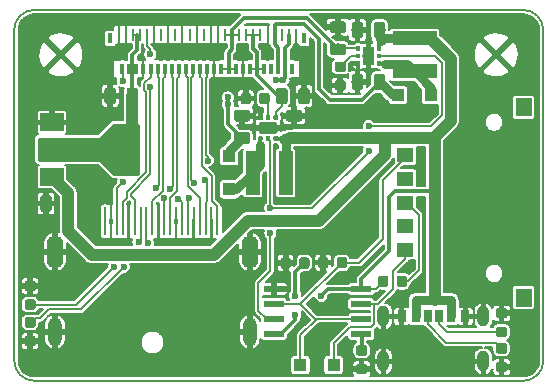
<source format=gtl>
G04 #@! TF.GenerationSoftware,KiCad,Pcbnew,5.1.4+dfsg1-1*
G04 #@! TF.CreationDate,2019-12-22T00:56:44+01:00*
G04 #@! TF.ProjectId,OtterScreen,4f747465-7253-4637-9265-656e2e6b6963,rev?*
G04 #@! TF.SameCoordinates,Original*
G04 #@! TF.FileFunction,Copper,L1,Top*
G04 #@! TF.FilePolarity,Positive*
%FSLAX46Y46*%
G04 Gerber Fmt 4.6, Leading zero omitted, Abs format (unit mm)*
G04 Created by KiCad (PCBNEW 5.1.4+dfsg1-1) date 2019-12-22 00:56:44*
%MOMM*%
%LPD*%
G04 APERTURE LIST*
%ADD10C,0.150000*%
%ADD11C,0.100000*%
%ADD12C,0.875000*%
%ADD13C,0.375000*%
%ADD14C,1.000000*%
%ADD15C,0.975000*%
%ADD16R,2.000000X3.800000*%
%ADD17R,2.000000X1.500000*%
%ADD18R,0.280000X2.400000*%
%ADD19O,1.400000X2.800000*%
%ADD20O,1.200000X2.400000*%
%ADD21R,1.750000X0.550000*%
%ADD22R,1.400000X1.500000*%
%ADD23R,1.400000X1.200000*%
%ADD24R,3.700000X1.200000*%
%ADD25R,1.200000X3.700000*%
%ADD26R,1.100000X1.100000*%
%ADD27R,0.800000X1.000000*%
%ADD28R,0.700000X1.000000*%
%ADD29O,1.000000X1.800000*%
%ADD30R,0.300000X0.950000*%
%ADD31R,0.260000X1.000000*%
%ADD32R,0.450000X0.900000*%
%ADD33C,0.600000*%
%ADD34C,0.200000*%
%ADD35C,0.154000*%
%ADD36C,0.300000*%
%ADD37C,1.000000*%
%ADD38C,0.800000*%
%ADD39C,0.254000*%
G04 APERTURE END LIST*
D10*
X164099999Y-114200001D02*
G75*
G02X165800000Y-115900000I1J-1700000D01*
G01*
X121000001Y-115900001D02*
G75*
G02X122700000Y-114200000I1700000J1D01*
G01*
X122700001Y-145599999D02*
G75*
G02X121000000Y-143900000I-1J1700000D01*
G01*
X165800000Y-143900000D02*
G75*
G02X164100000Y-145600000I-1700000J0D01*
G01*
X164100000Y-145600000D02*
X136200000Y-145600000D01*
X165800000Y-115900000D02*
X165800000Y-143900000D01*
X122700000Y-114200000D02*
X164099999Y-114200001D01*
X121000000Y-143900000D02*
X121000001Y-115900001D01*
X136200000Y-145600000D02*
X122700001Y-145599999D01*
D11*
G36*
X148877691Y-120151053D02*
G01*
X148898926Y-120154203D01*
X148919750Y-120159419D01*
X148939962Y-120166651D01*
X148959368Y-120175830D01*
X148977781Y-120186866D01*
X148995024Y-120199654D01*
X149010930Y-120214070D01*
X149025346Y-120229976D01*
X149038134Y-120247219D01*
X149049170Y-120265632D01*
X149058349Y-120285038D01*
X149065581Y-120305250D01*
X149070797Y-120326074D01*
X149073947Y-120347309D01*
X149075000Y-120368750D01*
X149075000Y-120806250D01*
X149073947Y-120827691D01*
X149070797Y-120848926D01*
X149065581Y-120869750D01*
X149058349Y-120889962D01*
X149049170Y-120909368D01*
X149038134Y-120927781D01*
X149025346Y-120945024D01*
X149010930Y-120960930D01*
X148995024Y-120975346D01*
X148977781Y-120988134D01*
X148959368Y-120999170D01*
X148939962Y-121008349D01*
X148919750Y-121015581D01*
X148898926Y-121020797D01*
X148877691Y-121023947D01*
X148856250Y-121025000D01*
X148343750Y-121025000D01*
X148322309Y-121023947D01*
X148301074Y-121020797D01*
X148280250Y-121015581D01*
X148260038Y-121008349D01*
X148240632Y-120999170D01*
X148222219Y-120988134D01*
X148204976Y-120975346D01*
X148189070Y-120960930D01*
X148174654Y-120945024D01*
X148161866Y-120927781D01*
X148150830Y-120909368D01*
X148141651Y-120889962D01*
X148134419Y-120869750D01*
X148129203Y-120848926D01*
X148126053Y-120827691D01*
X148125000Y-120806250D01*
X148125000Y-120368750D01*
X148126053Y-120347309D01*
X148129203Y-120326074D01*
X148134419Y-120305250D01*
X148141651Y-120285038D01*
X148150830Y-120265632D01*
X148161866Y-120247219D01*
X148174654Y-120229976D01*
X148189070Y-120214070D01*
X148204976Y-120199654D01*
X148222219Y-120186866D01*
X148240632Y-120175830D01*
X148260038Y-120166651D01*
X148280250Y-120159419D01*
X148301074Y-120154203D01*
X148322309Y-120151053D01*
X148343750Y-120150000D01*
X148856250Y-120150000D01*
X148877691Y-120151053D01*
X148877691Y-120151053D01*
G37*
D12*
X148600000Y-120587500D03*
D11*
G36*
X148877691Y-118576053D02*
G01*
X148898926Y-118579203D01*
X148919750Y-118584419D01*
X148939962Y-118591651D01*
X148959368Y-118600830D01*
X148977781Y-118611866D01*
X148995024Y-118624654D01*
X149010930Y-118639070D01*
X149025346Y-118654976D01*
X149038134Y-118672219D01*
X149049170Y-118690632D01*
X149058349Y-118710038D01*
X149065581Y-118730250D01*
X149070797Y-118751074D01*
X149073947Y-118772309D01*
X149075000Y-118793750D01*
X149075000Y-119231250D01*
X149073947Y-119252691D01*
X149070797Y-119273926D01*
X149065581Y-119294750D01*
X149058349Y-119314962D01*
X149049170Y-119334368D01*
X149038134Y-119352781D01*
X149025346Y-119370024D01*
X149010930Y-119385930D01*
X148995024Y-119400346D01*
X148977781Y-119413134D01*
X148959368Y-119424170D01*
X148939962Y-119433349D01*
X148919750Y-119440581D01*
X148898926Y-119445797D01*
X148877691Y-119448947D01*
X148856250Y-119450000D01*
X148343750Y-119450000D01*
X148322309Y-119448947D01*
X148301074Y-119445797D01*
X148280250Y-119440581D01*
X148260038Y-119433349D01*
X148240632Y-119424170D01*
X148222219Y-119413134D01*
X148204976Y-119400346D01*
X148189070Y-119385930D01*
X148174654Y-119370024D01*
X148161866Y-119352781D01*
X148150830Y-119334368D01*
X148141651Y-119314962D01*
X148134419Y-119294750D01*
X148129203Y-119273926D01*
X148126053Y-119252691D01*
X148125000Y-119231250D01*
X148125000Y-118793750D01*
X148126053Y-118772309D01*
X148129203Y-118751074D01*
X148134419Y-118730250D01*
X148141651Y-118710038D01*
X148150830Y-118690632D01*
X148161866Y-118672219D01*
X148174654Y-118654976D01*
X148189070Y-118639070D01*
X148204976Y-118624654D01*
X148222219Y-118611866D01*
X148240632Y-118600830D01*
X148260038Y-118591651D01*
X148280250Y-118584419D01*
X148301074Y-118579203D01*
X148322309Y-118576053D01*
X148343750Y-118575000D01*
X148856250Y-118575000D01*
X148877691Y-118576053D01*
X148877691Y-118576053D01*
G37*
D12*
X148600000Y-119012500D03*
D11*
G36*
X142427691Y-121226053D02*
G01*
X142448926Y-121229203D01*
X142469750Y-121234419D01*
X142489962Y-121241651D01*
X142509368Y-121250830D01*
X142527781Y-121261866D01*
X142545024Y-121274654D01*
X142560930Y-121289070D01*
X142575346Y-121304976D01*
X142588134Y-121322219D01*
X142599170Y-121340632D01*
X142608349Y-121360038D01*
X142615581Y-121380250D01*
X142620797Y-121401074D01*
X142623947Y-121422309D01*
X142625000Y-121443750D01*
X142625000Y-121956250D01*
X142623947Y-121977691D01*
X142620797Y-121998926D01*
X142615581Y-122019750D01*
X142608349Y-122039962D01*
X142599170Y-122059368D01*
X142588134Y-122077781D01*
X142575346Y-122095024D01*
X142560930Y-122110930D01*
X142545024Y-122125346D01*
X142527781Y-122138134D01*
X142509368Y-122149170D01*
X142489962Y-122158349D01*
X142469750Y-122165581D01*
X142448926Y-122170797D01*
X142427691Y-122173947D01*
X142406250Y-122175000D01*
X141968750Y-122175000D01*
X141947309Y-122173947D01*
X141926074Y-122170797D01*
X141905250Y-122165581D01*
X141885038Y-122158349D01*
X141865632Y-122149170D01*
X141847219Y-122138134D01*
X141829976Y-122125346D01*
X141814070Y-122110930D01*
X141799654Y-122095024D01*
X141786866Y-122077781D01*
X141775830Y-122059368D01*
X141766651Y-122039962D01*
X141759419Y-122019750D01*
X141754203Y-121998926D01*
X141751053Y-121977691D01*
X141750000Y-121956250D01*
X141750000Y-121443750D01*
X141751053Y-121422309D01*
X141754203Y-121401074D01*
X141759419Y-121380250D01*
X141766651Y-121360038D01*
X141775830Y-121340632D01*
X141786866Y-121322219D01*
X141799654Y-121304976D01*
X141814070Y-121289070D01*
X141829976Y-121274654D01*
X141847219Y-121261866D01*
X141865632Y-121250830D01*
X141885038Y-121241651D01*
X141905250Y-121234419D01*
X141926074Y-121229203D01*
X141947309Y-121226053D01*
X141968750Y-121225000D01*
X142406250Y-121225000D01*
X142427691Y-121226053D01*
X142427691Y-121226053D01*
G37*
D12*
X142187500Y-121700000D03*
D11*
G36*
X140852691Y-121226053D02*
G01*
X140873926Y-121229203D01*
X140894750Y-121234419D01*
X140914962Y-121241651D01*
X140934368Y-121250830D01*
X140952781Y-121261866D01*
X140970024Y-121274654D01*
X140985930Y-121289070D01*
X141000346Y-121304976D01*
X141013134Y-121322219D01*
X141024170Y-121340632D01*
X141033349Y-121360038D01*
X141040581Y-121380250D01*
X141045797Y-121401074D01*
X141048947Y-121422309D01*
X141050000Y-121443750D01*
X141050000Y-121956250D01*
X141048947Y-121977691D01*
X141045797Y-121998926D01*
X141040581Y-122019750D01*
X141033349Y-122039962D01*
X141024170Y-122059368D01*
X141013134Y-122077781D01*
X141000346Y-122095024D01*
X140985930Y-122110930D01*
X140970024Y-122125346D01*
X140952781Y-122138134D01*
X140934368Y-122149170D01*
X140914962Y-122158349D01*
X140894750Y-122165581D01*
X140873926Y-122170797D01*
X140852691Y-122173947D01*
X140831250Y-122175000D01*
X140393750Y-122175000D01*
X140372309Y-122173947D01*
X140351074Y-122170797D01*
X140330250Y-122165581D01*
X140310038Y-122158349D01*
X140290632Y-122149170D01*
X140272219Y-122138134D01*
X140254976Y-122125346D01*
X140239070Y-122110930D01*
X140224654Y-122095024D01*
X140211866Y-122077781D01*
X140200830Y-122059368D01*
X140191651Y-122039962D01*
X140184419Y-122019750D01*
X140179203Y-121998926D01*
X140176053Y-121977691D01*
X140175000Y-121956250D01*
X140175000Y-121443750D01*
X140176053Y-121422309D01*
X140179203Y-121401074D01*
X140184419Y-121380250D01*
X140191651Y-121360038D01*
X140200830Y-121340632D01*
X140211866Y-121322219D01*
X140224654Y-121304976D01*
X140239070Y-121289070D01*
X140254976Y-121274654D01*
X140272219Y-121261866D01*
X140290632Y-121250830D01*
X140310038Y-121241651D01*
X140330250Y-121234419D01*
X140351074Y-121229203D01*
X140372309Y-121226053D01*
X140393750Y-121225000D01*
X140831250Y-121225000D01*
X140852691Y-121226053D01*
X140852691Y-121226053D01*
G37*
D12*
X140612500Y-121700000D03*
D11*
G36*
X151990439Y-117250451D02*
G01*
X151999540Y-117251801D01*
X152008464Y-117254037D01*
X152017127Y-117257136D01*
X152025443Y-117261070D01*
X152033335Y-117265800D01*
X152040724Y-117271280D01*
X152047541Y-117277459D01*
X152053720Y-117284276D01*
X152059200Y-117291665D01*
X152063930Y-117299557D01*
X152067864Y-117307873D01*
X152070963Y-117316536D01*
X152073199Y-117325460D01*
X152074549Y-117334561D01*
X152075000Y-117343750D01*
X152075000Y-117556250D01*
X152074549Y-117565439D01*
X152073199Y-117574540D01*
X152070963Y-117583464D01*
X152067864Y-117592127D01*
X152063930Y-117600443D01*
X152059200Y-117608335D01*
X152053720Y-117615724D01*
X152047541Y-117622541D01*
X152040724Y-117628720D01*
X152033335Y-117634200D01*
X152025443Y-117638930D01*
X152017127Y-117642864D01*
X152008464Y-117645963D01*
X151999540Y-117648199D01*
X151990439Y-117649549D01*
X151981250Y-117650000D01*
X151793750Y-117650000D01*
X151784561Y-117649549D01*
X151775460Y-117648199D01*
X151766536Y-117645963D01*
X151757873Y-117642864D01*
X151749557Y-117638930D01*
X151741665Y-117634200D01*
X151734276Y-117628720D01*
X151727459Y-117622541D01*
X151721280Y-117615724D01*
X151715800Y-117608335D01*
X151711070Y-117600443D01*
X151707136Y-117592127D01*
X151704037Y-117583464D01*
X151701801Y-117574540D01*
X151700451Y-117565439D01*
X151700000Y-117556250D01*
X151700000Y-117343750D01*
X151700451Y-117334561D01*
X151701801Y-117325460D01*
X151704037Y-117316536D01*
X151707136Y-117307873D01*
X151711070Y-117299557D01*
X151715800Y-117291665D01*
X151721280Y-117284276D01*
X151727459Y-117277459D01*
X151734276Y-117271280D01*
X151741665Y-117265800D01*
X151749557Y-117261070D01*
X151757873Y-117257136D01*
X151766536Y-117254037D01*
X151775460Y-117251801D01*
X151784561Y-117250451D01*
X151793750Y-117250000D01*
X151981250Y-117250000D01*
X151990439Y-117250451D01*
X151990439Y-117250451D01*
G37*
D13*
X151887500Y-117450000D03*
D11*
G36*
X151990439Y-117900451D02*
G01*
X151999540Y-117901801D01*
X152008464Y-117904037D01*
X152017127Y-117907136D01*
X152025443Y-117911070D01*
X152033335Y-117915800D01*
X152040724Y-117921280D01*
X152047541Y-117927459D01*
X152053720Y-117934276D01*
X152059200Y-117941665D01*
X152063930Y-117949557D01*
X152067864Y-117957873D01*
X152070963Y-117966536D01*
X152073199Y-117975460D01*
X152074549Y-117984561D01*
X152075000Y-117993750D01*
X152075000Y-118206250D01*
X152074549Y-118215439D01*
X152073199Y-118224540D01*
X152070963Y-118233464D01*
X152067864Y-118242127D01*
X152063930Y-118250443D01*
X152059200Y-118258335D01*
X152053720Y-118265724D01*
X152047541Y-118272541D01*
X152040724Y-118278720D01*
X152033335Y-118284200D01*
X152025443Y-118288930D01*
X152017127Y-118292864D01*
X152008464Y-118295963D01*
X151999540Y-118298199D01*
X151990439Y-118299549D01*
X151981250Y-118300000D01*
X151793750Y-118300000D01*
X151784561Y-118299549D01*
X151775460Y-118298199D01*
X151766536Y-118295963D01*
X151757873Y-118292864D01*
X151749557Y-118288930D01*
X151741665Y-118284200D01*
X151734276Y-118278720D01*
X151727459Y-118272541D01*
X151721280Y-118265724D01*
X151715800Y-118258335D01*
X151711070Y-118250443D01*
X151707136Y-118242127D01*
X151704037Y-118233464D01*
X151701801Y-118224540D01*
X151700451Y-118215439D01*
X151700000Y-118206250D01*
X151700000Y-117993750D01*
X151700451Y-117984561D01*
X151701801Y-117975460D01*
X151704037Y-117966536D01*
X151707136Y-117957873D01*
X151711070Y-117949557D01*
X151715800Y-117941665D01*
X151721280Y-117934276D01*
X151727459Y-117927459D01*
X151734276Y-117921280D01*
X151741665Y-117915800D01*
X151749557Y-117911070D01*
X151757873Y-117907136D01*
X151766536Y-117904037D01*
X151775460Y-117901801D01*
X151784561Y-117900451D01*
X151793750Y-117900000D01*
X151981250Y-117900000D01*
X151990439Y-117900451D01*
X151990439Y-117900451D01*
G37*
D13*
X151887500Y-118100000D03*
D11*
G36*
X151990439Y-118550451D02*
G01*
X151999540Y-118551801D01*
X152008464Y-118554037D01*
X152017127Y-118557136D01*
X152025443Y-118561070D01*
X152033335Y-118565800D01*
X152040724Y-118571280D01*
X152047541Y-118577459D01*
X152053720Y-118584276D01*
X152059200Y-118591665D01*
X152063930Y-118599557D01*
X152067864Y-118607873D01*
X152070963Y-118616536D01*
X152073199Y-118625460D01*
X152074549Y-118634561D01*
X152075000Y-118643750D01*
X152075000Y-118856250D01*
X152074549Y-118865439D01*
X152073199Y-118874540D01*
X152070963Y-118883464D01*
X152067864Y-118892127D01*
X152063930Y-118900443D01*
X152059200Y-118908335D01*
X152053720Y-118915724D01*
X152047541Y-118922541D01*
X152040724Y-118928720D01*
X152033335Y-118934200D01*
X152025443Y-118938930D01*
X152017127Y-118942864D01*
X152008464Y-118945963D01*
X151999540Y-118948199D01*
X151990439Y-118949549D01*
X151981250Y-118950000D01*
X151793750Y-118950000D01*
X151784561Y-118949549D01*
X151775460Y-118948199D01*
X151766536Y-118945963D01*
X151757873Y-118942864D01*
X151749557Y-118938930D01*
X151741665Y-118934200D01*
X151734276Y-118928720D01*
X151727459Y-118922541D01*
X151721280Y-118915724D01*
X151715800Y-118908335D01*
X151711070Y-118900443D01*
X151707136Y-118892127D01*
X151704037Y-118883464D01*
X151701801Y-118874540D01*
X151700451Y-118865439D01*
X151700000Y-118856250D01*
X151700000Y-118643750D01*
X151700451Y-118634561D01*
X151701801Y-118625460D01*
X151704037Y-118616536D01*
X151707136Y-118607873D01*
X151711070Y-118599557D01*
X151715800Y-118591665D01*
X151721280Y-118584276D01*
X151727459Y-118577459D01*
X151734276Y-118571280D01*
X151741665Y-118565800D01*
X151749557Y-118561070D01*
X151757873Y-118557136D01*
X151766536Y-118554037D01*
X151775460Y-118551801D01*
X151784561Y-118550451D01*
X151793750Y-118550000D01*
X151981250Y-118550000D01*
X151990439Y-118550451D01*
X151990439Y-118550451D01*
G37*
D13*
X151887500Y-118750000D03*
D11*
G36*
X150215439Y-118550451D02*
G01*
X150224540Y-118551801D01*
X150233464Y-118554037D01*
X150242127Y-118557136D01*
X150250443Y-118561070D01*
X150258335Y-118565800D01*
X150265724Y-118571280D01*
X150272541Y-118577459D01*
X150278720Y-118584276D01*
X150284200Y-118591665D01*
X150288930Y-118599557D01*
X150292864Y-118607873D01*
X150295963Y-118616536D01*
X150298199Y-118625460D01*
X150299549Y-118634561D01*
X150300000Y-118643750D01*
X150300000Y-118856250D01*
X150299549Y-118865439D01*
X150298199Y-118874540D01*
X150295963Y-118883464D01*
X150292864Y-118892127D01*
X150288930Y-118900443D01*
X150284200Y-118908335D01*
X150278720Y-118915724D01*
X150272541Y-118922541D01*
X150265724Y-118928720D01*
X150258335Y-118934200D01*
X150250443Y-118938930D01*
X150242127Y-118942864D01*
X150233464Y-118945963D01*
X150224540Y-118948199D01*
X150215439Y-118949549D01*
X150206250Y-118950000D01*
X150018750Y-118950000D01*
X150009561Y-118949549D01*
X150000460Y-118948199D01*
X149991536Y-118945963D01*
X149982873Y-118942864D01*
X149974557Y-118938930D01*
X149966665Y-118934200D01*
X149959276Y-118928720D01*
X149952459Y-118922541D01*
X149946280Y-118915724D01*
X149940800Y-118908335D01*
X149936070Y-118900443D01*
X149932136Y-118892127D01*
X149929037Y-118883464D01*
X149926801Y-118874540D01*
X149925451Y-118865439D01*
X149925000Y-118856250D01*
X149925000Y-118643750D01*
X149925451Y-118634561D01*
X149926801Y-118625460D01*
X149929037Y-118616536D01*
X149932136Y-118607873D01*
X149936070Y-118599557D01*
X149940800Y-118591665D01*
X149946280Y-118584276D01*
X149952459Y-118577459D01*
X149959276Y-118571280D01*
X149966665Y-118565800D01*
X149974557Y-118561070D01*
X149982873Y-118557136D01*
X149991536Y-118554037D01*
X150000460Y-118551801D01*
X150009561Y-118550451D01*
X150018750Y-118550000D01*
X150206250Y-118550000D01*
X150215439Y-118550451D01*
X150215439Y-118550451D01*
G37*
D13*
X150112500Y-118750000D03*
D11*
G36*
X150215439Y-117900451D02*
G01*
X150224540Y-117901801D01*
X150233464Y-117904037D01*
X150242127Y-117907136D01*
X150250443Y-117911070D01*
X150258335Y-117915800D01*
X150265724Y-117921280D01*
X150272541Y-117927459D01*
X150278720Y-117934276D01*
X150284200Y-117941665D01*
X150288930Y-117949557D01*
X150292864Y-117957873D01*
X150295963Y-117966536D01*
X150298199Y-117975460D01*
X150299549Y-117984561D01*
X150300000Y-117993750D01*
X150300000Y-118206250D01*
X150299549Y-118215439D01*
X150298199Y-118224540D01*
X150295963Y-118233464D01*
X150292864Y-118242127D01*
X150288930Y-118250443D01*
X150284200Y-118258335D01*
X150278720Y-118265724D01*
X150272541Y-118272541D01*
X150265724Y-118278720D01*
X150258335Y-118284200D01*
X150250443Y-118288930D01*
X150242127Y-118292864D01*
X150233464Y-118295963D01*
X150224540Y-118298199D01*
X150215439Y-118299549D01*
X150206250Y-118300000D01*
X150018750Y-118300000D01*
X150009561Y-118299549D01*
X150000460Y-118298199D01*
X149991536Y-118295963D01*
X149982873Y-118292864D01*
X149974557Y-118288930D01*
X149966665Y-118284200D01*
X149959276Y-118278720D01*
X149952459Y-118272541D01*
X149946280Y-118265724D01*
X149940800Y-118258335D01*
X149936070Y-118250443D01*
X149932136Y-118242127D01*
X149929037Y-118233464D01*
X149926801Y-118224540D01*
X149925451Y-118215439D01*
X149925000Y-118206250D01*
X149925000Y-117993750D01*
X149925451Y-117984561D01*
X149926801Y-117975460D01*
X149929037Y-117966536D01*
X149932136Y-117957873D01*
X149936070Y-117949557D01*
X149940800Y-117941665D01*
X149946280Y-117934276D01*
X149952459Y-117927459D01*
X149959276Y-117921280D01*
X149966665Y-117915800D01*
X149974557Y-117911070D01*
X149982873Y-117907136D01*
X149991536Y-117904037D01*
X150000460Y-117901801D01*
X150009561Y-117900451D01*
X150018750Y-117900000D01*
X150206250Y-117900000D01*
X150215439Y-117900451D01*
X150215439Y-117900451D01*
G37*
D13*
X150112500Y-118100000D03*
D11*
G36*
X150215439Y-117250451D02*
G01*
X150224540Y-117251801D01*
X150233464Y-117254037D01*
X150242127Y-117257136D01*
X150250443Y-117261070D01*
X150258335Y-117265800D01*
X150265724Y-117271280D01*
X150272541Y-117277459D01*
X150278720Y-117284276D01*
X150284200Y-117291665D01*
X150288930Y-117299557D01*
X150292864Y-117307873D01*
X150295963Y-117316536D01*
X150298199Y-117325460D01*
X150299549Y-117334561D01*
X150300000Y-117343750D01*
X150300000Y-117556250D01*
X150299549Y-117565439D01*
X150298199Y-117574540D01*
X150295963Y-117583464D01*
X150292864Y-117592127D01*
X150288930Y-117600443D01*
X150284200Y-117608335D01*
X150278720Y-117615724D01*
X150272541Y-117622541D01*
X150265724Y-117628720D01*
X150258335Y-117634200D01*
X150250443Y-117638930D01*
X150242127Y-117642864D01*
X150233464Y-117645963D01*
X150224540Y-117648199D01*
X150215439Y-117649549D01*
X150206250Y-117650000D01*
X150018750Y-117650000D01*
X150009561Y-117649549D01*
X150000460Y-117648199D01*
X149991536Y-117645963D01*
X149982873Y-117642864D01*
X149974557Y-117638930D01*
X149966665Y-117634200D01*
X149959276Y-117628720D01*
X149952459Y-117622541D01*
X149946280Y-117615724D01*
X149940800Y-117608335D01*
X149936070Y-117600443D01*
X149932136Y-117592127D01*
X149929037Y-117583464D01*
X149926801Y-117574540D01*
X149925451Y-117565439D01*
X149925000Y-117556250D01*
X149925000Y-117343750D01*
X149925451Y-117334561D01*
X149926801Y-117325460D01*
X149929037Y-117316536D01*
X149932136Y-117307873D01*
X149936070Y-117299557D01*
X149940800Y-117291665D01*
X149946280Y-117284276D01*
X149952459Y-117277459D01*
X149959276Y-117271280D01*
X149966665Y-117265800D01*
X149974557Y-117261070D01*
X149982873Y-117257136D01*
X149991536Y-117254037D01*
X150000460Y-117251801D01*
X150009561Y-117250451D01*
X150018750Y-117250000D01*
X150206250Y-117250000D01*
X150215439Y-117250451D01*
X150215439Y-117250451D01*
G37*
D13*
X150112500Y-117450000D03*
D11*
G36*
X151274504Y-117301204D02*
G01*
X151298773Y-117304804D01*
X151322571Y-117310765D01*
X151345671Y-117319030D01*
X151367849Y-117329520D01*
X151388893Y-117342133D01*
X151408598Y-117356747D01*
X151426777Y-117373223D01*
X151443253Y-117391402D01*
X151457867Y-117411107D01*
X151470480Y-117432151D01*
X151480970Y-117454329D01*
X151489235Y-117477429D01*
X151495196Y-117501227D01*
X151498796Y-117525496D01*
X151500000Y-117550000D01*
X151500000Y-118650000D01*
X151498796Y-118674504D01*
X151495196Y-118698773D01*
X151489235Y-118722571D01*
X151480970Y-118745671D01*
X151470480Y-118767849D01*
X151457867Y-118788893D01*
X151443253Y-118808598D01*
X151426777Y-118826777D01*
X151408598Y-118843253D01*
X151388893Y-118857867D01*
X151367849Y-118870480D01*
X151345671Y-118880970D01*
X151322571Y-118889235D01*
X151298773Y-118895196D01*
X151274504Y-118898796D01*
X151250000Y-118900000D01*
X150750000Y-118900000D01*
X150725496Y-118898796D01*
X150701227Y-118895196D01*
X150677429Y-118889235D01*
X150654329Y-118880970D01*
X150632151Y-118870480D01*
X150611107Y-118857867D01*
X150591402Y-118843253D01*
X150573223Y-118826777D01*
X150556747Y-118808598D01*
X150542133Y-118788893D01*
X150529520Y-118767849D01*
X150519030Y-118745671D01*
X150510765Y-118722571D01*
X150504804Y-118698773D01*
X150501204Y-118674504D01*
X150500000Y-118650000D01*
X150500000Y-117550000D01*
X150501204Y-117525496D01*
X150504804Y-117501227D01*
X150510765Y-117477429D01*
X150519030Y-117454329D01*
X150529520Y-117432151D01*
X150542133Y-117411107D01*
X150556747Y-117391402D01*
X150573223Y-117373223D01*
X150591402Y-117356747D01*
X150611107Y-117342133D01*
X150632151Y-117329520D01*
X150654329Y-117319030D01*
X150677429Y-117310765D01*
X150701227Y-117304804D01*
X150725496Y-117301204D01*
X150750000Y-117300000D01*
X151250000Y-117300000D01*
X151274504Y-117301204D01*
X151274504Y-117301204D01*
G37*
D14*
X151000000Y-118100000D03*
D11*
G36*
X143074504Y-123701204D02*
G01*
X143098773Y-123704804D01*
X143122571Y-123710765D01*
X143145671Y-123719030D01*
X143167849Y-123729520D01*
X143188893Y-123742133D01*
X143208598Y-123756747D01*
X143226777Y-123773223D01*
X143243253Y-123791402D01*
X143257867Y-123811107D01*
X143270480Y-123832151D01*
X143280970Y-123854329D01*
X143289235Y-123877429D01*
X143295196Y-123901227D01*
X143298796Y-123925496D01*
X143300000Y-123950000D01*
X143300000Y-124450000D01*
X143298796Y-124474504D01*
X143295196Y-124498773D01*
X143289235Y-124522571D01*
X143280970Y-124545671D01*
X143270480Y-124567849D01*
X143257867Y-124588893D01*
X143243253Y-124608598D01*
X143226777Y-124626777D01*
X143208598Y-124643253D01*
X143188893Y-124657867D01*
X143167849Y-124670480D01*
X143145671Y-124680970D01*
X143122571Y-124689235D01*
X143098773Y-124695196D01*
X143074504Y-124698796D01*
X143050000Y-124700000D01*
X141950000Y-124700000D01*
X141925496Y-124698796D01*
X141901227Y-124695196D01*
X141877429Y-124689235D01*
X141854329Y-124680970D01*
X141832151Y-124670480D01*
X141811107Y-124657867D01*
X141791402Y-124643253D01*
X141773223Y-124626777D01*
X141756747Y-124608598D01*
X141742133Y-124588893D01*
X141729520Y-124567849D01*
X141719030Y-124545671D01*
X141710765Y-124522571D01*
X141704804Y-124498773D01*
X141701204Y-124474504D01*
X141700000Y-124450000D01*
X141700000Y-123950000D01*
X141701204Y-123925496D01*
X141704804Y-123901227D01*
X141710765Y-123877429D01*
X141719030Y-123854329D01*
X141729520Y-123832151D01*
X141742133Y-123811107D01*
X141756747Y-123791402D01*
X141773223Y-123773223D01*
X141791402Y-123756747D01*
X141811107Y-123742133D01*
X141832151Y-123729520D01*
X141854329Y-123719030D01*
X141877429Y-123710765D01*
X141901227Y-123704804D01*
X141925496Y-123701204D01*
X141950000Y-123700000D01*
X143050000Y-123700000D01*
X143074504Y-123701204D01*
X143074504Y-123701204D01*
G37*
D14*
X142500000Y-124200000D03*
D11*
G36*
X143265439Y-123125451D02*
G01*
X143274540Y-123126801D01*
X143283464Y-123129037D01*
X143292127Y-123132136D01*
X143300443Y-123136070D01*
X143308335Y-123140800D01*
X143315724Y-123146280D01*
X143322541Y-123152459D01*
X143328720Y-123159276D01*
X143334200Y-123166665D01*
X143338930Y-123174557D01*
X143342864Y-123182873D01*
X143345963Y-123191536D01*
X143348199Y-123200460D01*
X143349549Y-123209561D01*
X143350000Y-123218750D01*
X143350000Y-123406250D01*
X143349549Y-123415439D01*
X143348199Y-123424540D01*
X143345963Y-123433464D01*
X143342864Y-123442127D01*
X143338930Y-123450443D01*
X143334200Y-123458335D01*
X143328720Y-123465724D01*
X143322541Y-123472541D01*
X143315724Y-123478720D01*
X143308335Y-123484200D01*
X143300443Y-123488930D01*
X143292127Y-123492864D01*
X143283464Y-123495963D01*
X143274540Y-123498199D01*
X143265439Y-123499549D01*
X143256250Y-123500000D01*
X143043750Y-123500000D01*
X143034561Y-123499549D01*
X143025460Y-123498199D01*
X143016536Y-123495963D01*
X143007873Y-123492864D01*
X142999557Y-123488930D01*
X142991665Y-123484200D01*
X142984276Y-123478720D01*
X142977459Y-123472541D01*
X142971280Y-123465724D01*
X142965800Y-123458335D01*
X142961070Y-123450443D01*
X142957136Y-123442127D01*
X142954037Y-123433464D01*
X142951801Y-123424540D01*
X142950451Y-123415439D01*
X142950000Y-123406250D01*
X142950000Y-123218750D01*
X142950451Y-123209561D01*
X142951801Y-123200460D01*
X142954037Y-123191536D01*
X142957136Y-123182873D01*
X142961070Y-123174557D01*
X142965800Y-123166665D01*
X142971280Y-123159276D01*
X142977459Y-123152459D01*
X142984276Y-123146280D01*
X142991665Y-123140800D01*
X142999557Y-123136070D01*
X143007873Y-123132136D01*
X143016536Y-123129037D01*
X143025460Y-123126801D01*
X143034561Y-123125451D01*
X143043750Y-123125000D01*
X143256250Y-123125000D01*
X143265439Y-123125451D01*
X143265439Y-123125451D01*
G37*
D13*
X143150000Y-123312500D03*
D11*
G36*
X142615439Y-123125451D02*
G01*
X142624540Y-123126801D01*
X142633464Y-123129037D01*
X142642127Y-123132136D01*
X142650443Y-123136070D01*
X142658335Y-123140800D01*
X142665724Y-123146280D01*
X142672541Y-123152459D01*
X142678720Y-123159276D01*
X142684200Y-123166665D01*
X142688930Y-123174557D01*
X142692864Y-123182873D01*
X142695963Y-123191536D01*
X142698199Y-123200460D01*
X142699549Y-123209561D01*
X142700000Y-123218750D01*
X142700000Y-123406250D01*
X142699549Y-123415439D01*
X142698199Y-123424540D01*
X142695963Y-123433464D01*
X142692864Y-123442127D01*
X142688930Y-123450443D01*
X142684200Y-123458335D01*
X142678720Y-123465724D01*
X142672541Y-123472541D01*
X142665724Y-123478720D01*
X142658335Y-123484200D01*
X142650443Y-123488930D01*
X142642127Y-123492864D01*
X142633464Y-123495963D01*
X142624540Y-123498199D01*
X142615439Y-123499549D01*
X142606250Y-123500000D01*
X142393750Y-123500000D01*
X142384561Y-123499549D01*
X142375460Y-123498199D01*
X142366536Y-123495963D01*
X142357873Y-123492864D01*
X142349557Y-123488930D01*
X142341665Y-123484200D01*
X142334276Y-123478720D01*
X142327459Y-123472541D01*
X142321280Y-123465724D01*
X142315800Y-123458335D01*
X142311070Y-123450443D01*
X142307136Y-123442127D01*
X142304037Y-123433464D01*
X142301801Y-123424540D01*
X142300451Y-123415439D01*
X142300000Y-123406250D01*
X142300000Y-123218750D01*
X142300451Y-123209561D01*
X142301801Y-123200460D01*
X142304037Y-123191536D01*
X142307136Y-123182873D01*
X142311070Y-123174557D01*
X142315800Y-123166665D01*
X142321280Y-123159276D01*
X142327459Y-123152459D01*
X142334276Y-123146280D01*
X142341665Y-123140800D01*
X142349557Y-123136070D01*
X142357873Y-123132136D01*
X142366536Y-123129037D01*
X142375460Y-123126801D01*
X142384561Y-123125451D01*
X142393750Y-123125000D01*
X142606250Y-123125000D01*
X142615439Y-123125451D01*
X142615439Y-123125451D01*
G37*
D13*
X142500000Y-123312500D03*
D11*
G36*
X141965439Y-123125451D02*
G01*
X141974540Y-123126801D01*
X141983464Y-123129037D01*
X141992127Y-123132136D01*
X142000443Y-123136070D01*
X142008335Y-123140800D01*
X142015724Y-123146280D01*
X142022541Y-123152459D01*
X142028720Y-123159276D01*
X142034200Y-123166665D01*
X142038930Y-123174557D01*
X142042864Y-123182873D01*
X142045963Y-123191536D01*
X142048199Y-123200460D01*
X142049549Y-123209561D01*
X142050000Y-123218750D01*
X142050000Y-123406250D01*
X142049549Y-123415439D01*
X142048199Y-123424540D01*
X142045963Y-123433464D01*
X142042864Y-123442127D01*
X142038930Y-123450443D01*
X142034200Y-123458335D01*
X142028720Y-123465724D01*
X142022541Y-123472541D01*
X142015724Y-123478720D01*
X142008335Y-123484200D01*
X142000443Y-123488930D01*
X141992127Y-123492864D01*
X141983464Y-123495963D01*
X141974540Y-123498199D01*
X141965439Y-123499549D01*
X141956250Y-123500000D01*
X141743750Y-123500000D01*
X141734561Y-123499549D01*
X141725460Y-123498199D01*
X141716536Y-123495963D01*
X141707873Y-123492864D01*
X141699557Y-123488930D01*
X141691665Y-123484200D01*
X141684276Y-123478720D01*
X141677459Y-123472541D01*
X141671280Y-123465724D01*
X141665800Y-123458335D01*
X141661070Y-123450443D01*
X141657136Y-123442127D01*
X141654037Y-123433464D01*
X141651801Y-123424540D01*
X141650451Y-123415439D01*
X141650000Y-123406250D01*
X141650000Y-123218750D01*
X141650451Y-123209561D01*
X141651801Y-123200460D01*
X141654037Y-123191536D01*
X141657136Y-123182873D01*
X141661070Y-123174557D01*
X141665800Y-123166665D01*
X141671280Y-123159276D01*
X141677459Y-123152459D01*
X141684276Y-123146280D01*
X141691665Y-123140800D01*
X141699557Y-123136070D01*
X141707873Y-123132136D01*
X141716536Y-123129037D01*
X141725460Y-123126801D01*
X141734561Y-123125451D01*
X141743750Y-123125000D01*
X141956250Y-123125000D01*
X141965439Y-123125451D01*
X141965439Y-123125451D01*
G37*
D13*
X141850000Y-123312500D03*
D11*
G36*
X141965439Y-124900451D02*
G01*
X141974540Y-124901801D01*
X141983464Y-124904037D01*
X141992127Y-124907136D01*
X142000443Y-124911070D01*
X142008335Y-124915800D01*
X142015724Y-124921280D01*
X142022541Y-124927459D01*
X142028720Y-124934276D01*
X142034200Y-124941665D01*
X142038930Y-124949557D01*
X142042864Y-124957873D01*
X142045963Y-124966536D01*
X142048199Y-124975460D01*
X142049549Y-124984561D01*
X142050000Y-124993750D01*
X142050000Y-125181250D01*
X142049549Y-125190439D01*
X142048199Y-125199540D01*
X142045963Y-125208464D01*
X142042864Y-125217127D01*
X142038930Y-125225443D01*
X142034200Y-125233335D01*
X142028720Y-125240724D01*
X142022541Y-125247541D01*
X142015724Y-125253720D01*
X142008335Y-125259200D01*
X142000443Y-125263930D01*
X141992127Y-125267864D01*
X141983464Y-125270963D01*
X141974540Y-125273199D01*
X141965439Y-125274549D01*
X141956250Y-125275000D01*
X141743750Y-125275000D01*
X141734561Y-125274549D01*
X141725460Y-125273199D01*
X141716536Y-125270963D01*
X141707873Y-125267864D01*
X141699557Y-125263930D01*
X141691665Y-125259200D01*
X141684276Y-125253720D01*
X141677459Y-125247541D01*
X141671280Y-125240724D01*
X141665800Y-125233335D01*
X141661070Y-125225443D01*
X141657136Y-125217127D01*
X141654037Y-125208464D01*
X141651801Y-125199540D01*
X141650451Y-125190439D01*
X141650000Y-125181250D01*
X141650000Y-124993750D01*
X141650451Y-124984561D01*
X141651801Y-124975460D01*
X141654037Y-124966536D01*
X141657136Y-124957873D01*
X141661070Y-124949557D01*
X141665800Y-124941665D01*
X141671280Y-124934276D01*
X141677459Y-124927459D01*
X141684276Y-124921280D01*
X141691665Y-124915800D01*
X141699557Y-124911070D01*
X141707873Y-124907136D01*
X141716536Y-124904037D01*
X141725460Y-124901801D01*
X141734561Y-124900451D01*
X141743750Y-124900000D01*
X141956250Y-124900000D01*
X141965439Y-124900451D01*
X141965439Y-124900451D01*
G37*
D13*
X141850000Y-125087500D03*
D11*
G36*
X142615439Y-124900451D02*
G01*
X142624540Y-124901801D01*
X142633464Y-124904037D01*
X142642127Y-124907136D01*
X142650443Y-124911070D01*
X142658335Y-124915800D01*
X142665724Y-124921280D01*
X142672541Y-124927459D01*
X142678720Y-124934276D01*
X142684200Y-124941665D01*
X142688930Y-124949557D01*
X142692864Y-124957873D01*
X142695963Y-124966536D01*
X142698199Y-124975460D01*
X142699549Y-124984561D01*
X142700000Y-124993750D01*
X142700000Y-125181250D01*
X142699549Y-125190439D01*
X142698199Y-125199540D01*
X142695963Y-125208464D01*
X142692864Y-125217127D01*
X142688930Y-125225443D01*
X142684200Y-125233335D01*
X142678720Y-125240724D01*
X142672541Y-125247541D01*
X142665724Y-125253720D01*
X142658335Y-125259200D01*
X142650443Y-125263930D01*
X142642127Y-125267864D01*
X142633464Y-125270963D01*
X142624540Y-125273199D01*
X142615439Y-125274549D01*
X142606250Y-125275000D01*
X142393750Y-125275000D01*
X142384561Y-125274549D01*
X142375460Y-125273199D01*
X142366536Y-125270963D01*
X142357873Y-125267864D01*
X142349557Y-125263930D01*
X142341665Y-125259200D01*
X142334276Y-125253720D01*
X142327459Y-125247541D01*
X142321280Y-125240724D01*
X142315800Y-125233335D01*
X142311070Y-125225443D01*
X142307136Y-125217127D01*
X142304037Y-125208464D01*
X142301801Y-125199540D01*
X142300451Y-125190439D01*
X142300000Y-125181250D01*
X142300000Y-124993750D01*
X142300451Y-124984561D01*
X142301801Y-124975460D01*
X142304037Y-124966536D01*
X142307136Y-124957873D01*
X142311070Y-124949557D01*
X142315800Y-124941665D01*
X142321280Y-124934276D01*
X142327459Y-124927459D01*
X142334276Y-124921280D01*
X142341665Y-124915800D01*
X142349557Y-124911070D01*
X142357873Y-124907136D01*
X142366536Y-124904037D01*
X142375460Y-124901801D01*
X142384561Y-124900451D01*
X142393750Y-124900000D01*
X142606250Y-124900000D01*
X142615439Y-124900451D01*
X142615439Y-124900451D01*
G37*
D13*
X142500000Y-125087500D03*
D11*
G36*
X143265439Y-124900451D02*
G01*
X143274540Y-124901801D01*
X143283464Y-124904037D01*
X143292127Y-124907136D01*
X143300443Y-124911070D01*
X143308335Y-124915800D01*
X143315724Y-124921280D01*
X143322541Y-124927459D01*
X143328720Y-124934276D01*
X143334200Y-124941665D01*
X143338930Y-124949557D01*
X143342864Y-124957873D01*
X143345963Y-124966536D01*
X143348199Y-124975460D01*
X143349549Y-124984561D01*
X143350000Y-124993750D01*
X143350000Y-125181250D01*
X143349549Y-125190439D01*
X143348199Y-125199540D01*
X143345963Y-125208464D01*
X143342864Y-125217127D01*
X143338930Y-125225443D01*
X143334200Y-125233335D01*
X143328720Y-125240724D01*
X143322541Y-125247541D01*
X143315724Y-125253720D01*
X143308335Y-125259200D01*
X143300443Y-125263930D01*
X143292127Y-125267864D01*
X143283464Y-125270963D01*
X143274540Y-125273199D01*
X143265439Y-125274549D01*
X143256250Y-125275000D01*
X143043750Y-125275000D01*
X143034561Y-125274549D01*
X143025460Y-125273199D01*
X143016536Y-125270963D01*
X143007873Y-125267864D01*
X142999557Y-125263930D01*
X142991665Y-125259200D01*
X142984276Y-125253720D01*
X142977459Y-125247541D01*
X142971280Y-125240724D01*
X142965800Y-125233335D01*
X142961070Y-125225443D01*
X142957136Y-125217127D01*
X142954037Y-125208464D01*
X142951801Y-125199540D01*
X142950451Y-125190439D01*
X142950000Y-125181250D01*
X142950000Y-124993750D01*
X142950451Y-124984561D01*
X142951801Y-124975460D01*
X142954037Y-124966536D01*
X142957136Y-124957873D01*
X142961070Y-124949557D01*
X142965800Y-124941665D01*
X142971280Y-124934276D01*
X142977459Y-124927459D01*
X142984276Y-124921280D01*
X142991665Y-124915800D01*
X142999557Y-124911070D01*
X143007873Y-124907136D01*
X143016536Y-124904037D01*
X143025460Y-124901801D01*
X143034561Y-124900451D01*
X143043750Y-124900000D01*
X143256250Y-124900000D01*
X143265439Y-124900451D01*
X143265439Y-124900451D01*
G37*
D13*
X143150000Y-125087500D03*
D11*
G36*
X123960142Y-129901174D02*
G01*
X123983803Y-129904684D01*
X124007007Y-129910496D01*
X124029529Y-129918554D01*
X124051153Y-129928782D01*
X124071670Y-129941079D01*
X124090883Y-129955329D01*
X124108607Y-129971393D01*
X124124671Y-129989117D01*
X124138921Y-130008330D01*
X124151218Y-130028847D01*
X124161446Y-130050471D01*
X124169504Y-130072993D01*
X124175316Y-130096197D01*
X124178826Y-130119858D01*
X124180000Y-130143750D01*
X124180000Y-131056250D01*
X124178826Y-131080142D01*
X124175316Y-131103803D01*
X124169504Y-131127007D01*
X124161446Y-131149529D01*
X124151218Y-131171153D01*
X124138921Y-131191670D01*
X124124671Y-131210883D01*
X124108607Y-131228607D01*
X124090883Y-131244671D01*
X124071670Y-131258921D01*
X124051153Y-131271218D01*
X124029529Y-131281446D01*
X124007007Y-131289504D01*
X123983803Y-131295316D01*
X123960142Y-131298826D01*
X123936250Y-131300000D01*
X123448750Y-131300000D01*
X123424858Y-131298826D01*
X123401197Y-131295316D01*
X123377993Y-131289504D01*
X123355471Y-131281446D01*
X123333847Y-131271218D01*
X123313330Y-131258921D01*
X123294117Y-131244671D01*
X123276393Y-131228607D01*
X123260329Y-131210883D01*
X123246079Y-131191670D01*
X123233782Y-131171153D01*
X123223554Y-131149529D01*
X123215496Y-131127007D01*
X123209684Y-131103803D01*
X123206174Y-131080142D01*
X123205000Y-131056250D01*
X123205000Y-130143750D01*
X123206174Y-130119858D01*
X123209684Y-130096197D01*
X123215496Y-130072993D01*
X123223554Y-130050471D01*
X123233782Y-130028847D01*
X123246079Y-130008330D01*
X123260329Y-129989117D01*
X123276393Y-129971393D01*
X123294117Y-129955329D01*
X123313330Y-129941079D01*
X123333847Y-129928782D01*
X123355471Y-129918554D01*
X123377993Y-129910496D01*
X123401197Y-129904684D01*
X123424858Y-129901174D01*
X123448750Y-129900000D01*
X123936250Y-129900000D01*
X123960142Y-129901174D01*
X123960142Y-129901174D01*
G37*
D15*
X123692500Y-130600000D03*
D11*
G36*
X125835142Y-129901174D02*
G01*
X125858803Y-129904684D01*
X125882007Y-129910496D01*
X125904529Y-129918554D01*
X125926153Y-129928782D01*
X125946670Y-129941079D01*
X125965883Y-129955329D01*
X125983607Y-129971393D01*
X125999671Y-129989117D01*
X126013921Y-130008330D01*
X126026218Y-130028847D01*
X126036446Y-130050471D01*
X126044504Y-130072993D01*
X126050316Y-130096197D01*
X126053826Y-130119858D01*
X126055000Y-130143750D01*
X126055000Y-131056250D01*
X126053826Y-131080142D01*
X126050316Y-131103803D01*
X126044504Y-131127007D01*
X126036446Y-131149529D01*
X126026218Y-131171153D01*
X126013921Y-131191670D01*
X125999671Y-131210883D01*
X125983607Y-131228607D01*
X125965883Y-131244671D01*
X125946670Y-131258921D01*
X125926153Y-131271218D01*
X125904529Y-131281446D01*
X125882007Y-131289504D01*
X125858803Y-131295316D01*
X125835142Y-131298826D01*
X125811250Y-131300000D01*
X125323750Y-131300000D01*
X125299858Y-131298826D01*
X125276197Y-131295316D01*
X125252993Y-131289504D01*
X125230471Y-131281446D01*
X125208847Y-131271218D01*
X125188330Y-131258921D01*
X125169117Y-131244671D01*
X125151393Y-131228607D01*
X125135329Y-131210883D01*
X125121079Y-131191670D01*
X125108782Y-131171153D01*
X125098554Y-131149529D01*
X125090496Y-131127007D01*
X125084684Y-131103803D01*
X125081174Y-131080142D01*
X125080000Y-131056250D01*
X125080000Y-130143750D01*
X125081174Y-130119858D01*
X125084684Y-130096197D01*
X125090496Y-130072993D01*
X125098554Y-130050471D01*
X125108782Y-130028847D01*
X125121079Y-130008330D01*
X125135329Y-129989117D01*
X125151393Y-129971393D01*
X125169117Y-129955329D01*
X125188330Y-129941079D01*
X125208847Y-129928782D01*
X125230471Y-129918554D01*
X125252993Y-129910496D01*
X125276197Y-129904684D01*
X125299858Y-129901174D01*
X125323750Y-129900000D01*
X125811250Y-129900000D01*
X125835142Y-129901174D01*
X125835142Y-129901174D01*
G37*
D15*
X125567500Y-130600000D03*
D11*
G36*
X131275142Y-120771174D02*
G01*
X131298803Y-120774684D01*
X131322007Y-120780496D01*
X131344529Y-120788554D01*
X131366153Y-120798782D01*
X131386670Y-120811079D01*
X131405883Y-120825329D01*
X131423607Y-120841393D01*
X131439671Y-120859117D01*
X131453921Y-120878330D01*
X131466218Y-120898847D01*
X131476446Y-120920471D01*
X131484504Y-120942993D01*
X131490316Y-120966197D01*
X131493826Y-120989858D01*
X131495000Y-121013750D01*
X131495000Y-121926250D01*
X131493826Y-121950142D01*
X131490316Y-121973803D01*
X131484504Y-121997007D01*
X131476446Y-122019529D01*
X131466218Y-122041153D01*
X131453921Y-122061670D01*
X131439671Y-122080883D01*
X131423607Y-122098607D01*
X131405883Y-122114671D01*
X131386670Y-122128921D01*
X131366153Y-122141218D01*
X131344529Y-122151446D01*
X131322007Y-122159504D01*
X131298803Y-122165316D01*
X131275142Y-122168826D01*
X131251250Y-122170000D01*
X130763750Y-122170000D01*
X130739858Y-122168826D01*
X130716197Y-122165316D01*
X130692993Y-122159504D01*
X130670471Y-122151446D01*
X130648847Y-122141218D01*
X130628330Y-122128921D01*
X130609117Y-122114671D01*
X130591393Y-122098607D01*
X130575329Y-122080883D01*
X130561079Y-122061670D01*
X130548782Y-122041153D01*
X130538554Y-122019529D01*
X130530496Y-121997007D01*
X130524684Y-121973803D01*
X130521174Y-121950142D01*
X130520000Y-121926250D01*
X130520000Y-121013750D01*
X130521174Y-120989858D01*
X130524684Y-120966197D01*
X130530496Y-120942993D01*
X130538554Y-120920471D01*
X130548782Y-120898847D01*
X130561079Y-120878330D01*
X130575329Y-120859117D01*
X130591393Y-120841393D01*
X130609117Y-120825329D01*
X130628330Y-120811079D01*
X130648847Y-120798782D01*
X130670471Y-120788554D01*
X130692993Y-120780496D01*
X130716197Y-120774684D01*
X130739858Y-120771174D01*
X130763750Y-120770000D01*
X131251250Y-120770000D01*
X131275142Y-120771174D01*
X131275142Y-120771174D01*
G37*
D15*
X131007500Y-121470000D03*
D11*
G36*
X129400142Y-120771174D02*
G01*
X129423803Y-120774684D01*
X129447007Y-120780496D01*
X129469529Y-120788554D01*
X129491153Y-120798782D01*
X129511670Y-120811079D01*
X129530883Y-120825329D01*
X129548607Y-120841393D01*
X129564671Y-120859117D01*
X129578921Y-120878330D01*
X129591218Y-120898847D01*
X129601446Y-120920471D01*
X129609504Y-120942993D01*
X129615316Y-120966197D01*
X129618826Y-120989858D01*
X129620000Y-121013750D01*
X129620000Y-121926250D01*
X129618826Y-121950142D01*
X129615316Y-121973803D01*
X129609504Y-121997007D01*
X129601446Y-122019529D01*
X129591218Y-122041153D01*
X129578921Y-122061670D01*
X129564671Y-122080883D01*
X129548607Y-122098607D01*
X129530883Y-122114671D01*
X129511670Y-122128921D01*
X129491153Y-122141218D01*
X129469529Y-122151446D01*
X129447007Y-122159504D01*
X129423803Y-122165316D01*
X129400142Y-122168826D01*
X129376250Y-122170000D01*
X128888750Y-122170000D01*
X128864858Y-122168826D01*
X128841197Y-122165316D01*
X128817993Y-122159504D01*
X128795471Y-122151446D01*
X128773847Y-122141218D01*
X128753330Y-122128921D01*
X128734117Y-122114671D01*
X128716393Y-122098607D01*
X128700329Y-122080883D01*
X128686079Y-122061670D01*
X128673782Y-122041153D01*
X128663554Y-122019529D01*
X128655496Y-121997007D01*
X128649684Y-121973803D01*
X128646174Y-121950142D01*
X128645000Y-121926250D01*
X128645000Y-121013750D01*
X128646174Y-120989858D01*
X128649684Y-120966197D01*
X128655496Y-120942993D01*
X128663554Y-120920471D01*
X128673782Y-120898847D01*
X128686079Y-120878330D01*
X128700329Y-120859117D01*
X128716393Y-120841393D01*
X128734117Y-120825329D01*
X128753330Y-120811079D01*
X128773847Y-120798782D01*
X128795471Y-120788554D01*
X128817993Y-120780496D01*
X128841197Y-120774684D01*
X128864858Y-120771174D01*
X128888750Y-120770000D01*
X129376250Y-120770000D01*
X129400142Y-120771174D01*
X129400142Y-120771174D01*
G37*
D15*
X129132500Y-121470000D03*
D16*
X130500000Y-126020000D03*
D17*
X124200000Y-126020000D03*
X124200000Y-128320000D03*
X124200000Y-123720000D03*
D18*
X138200000Y-132090000D03*
D19*
X124450000Y-134690000D03*
D20*
X124450000Y-141470000D03*
D19*
X140950000Y-134690000D03*
D20*
X140950000Y-141470000D03*
D18*
X137700000Y-132090000D03*
X137200000Y-132090000D03*
X136700000Y-132090000D03*
X136200000Y-132090000D03*
X135700000Y-132090000D03*
X135200000Y-132090000D03*
X134700000Y-132090000D03*
X134200000Y-132090000D03*
X133700000Y-132090000D03*
X133200000Y-132090000D03*
X132700000Y-132090000D03*
X132200000Y-132090000D03*
X131700000Y-132090000D03*
X131200000Y-132090000D03*
X130700000Y-132090000D03*
X130200000Y-132090000D03*
X129700000Y-132090000D03*
X129200000Y-132090000D03*
X128700000Y-132090000D03*
D21*
X150380000Y-137825000D03*
X150380000Y-139095000D03*
X150380000Y-140365000D03*
X150380000Y-141635000D03*
X142980000Y-141635000D03*
X142980000Y-140365000D03*
X142980000Y-139095000D03*
X142980000Y-137825000D03*
D22*
X164130000Y-122460000D03*
X164130000Y-138560000D03*
D23*
X154130000Y-134510000D03*
X154130000Y-126510000D03*
X154130000Y-132510000D03*
X154130000Y-128510000D03*
X154130000Y-130510000D03*
D11*
G36*
X148880142Y-115176174D02*
G01*
X148903803Y-115179684D01*
X148927007Y-115185496D01*
X148949529Y-115193554D01*
X148971153Y-115203782D01*
X148991670Y-115216079D01*
X149010883Y-115230329D01*
X149028607Y-115246393D01*
X149044671Y-115264117D01*
X149058921Y-115283330D01*
X149071218Y-115303847D01*
X149081446Y-115325471D01*
X149089504Y-115347993D01*
X149095316Y-115371197D01*
X149098826Y-115394858D01*
X149100000Y-115418750D01*
X149100000Y-115906250D01*
X149098826Y-115930142D01*
X149095316Y-115953803D01*
X149089504Y-115977007D01*
X149081446Y-115999529D01*
X149071218Y-116021153D01*
X149058921Y-116041670D01*
X149044671Y-116060883D01*
X149028607Y-116078607D01*
X149010883Y-116094671D01*
X148991670Y-116108921D01*
X148971153Y-116121218D01*
X148949529Y-116131446D01*
X148927007Y-116139504D01*
X148903803Y-116145316D01*
X148880142Y-116148826D01*
X148856250Y-116150000D01*
X147943750Y-116150000D01*
X147919858Y-116148826D01*
X147896197Y-116145316D01*
X147872993Y-116139504D01*
X147850471Y-116131446D01*
X147828847Y-116121218D01*
X147808330Y-116108921D01*
X147789117Y-116094671D01*
X147771393Y-116078607D01*
X147755329Y-116060883D01*
X147741079Y-116041670D01*
X147728782Y-116021153D01*
X147718554Y-115999529D01*
X147710496Y-115977007D01*
X147704684Y-115953803D01*
X147701174Y-115930142D01*
X147700000Y-115906250D01*
X147700000Y-115418750D01*
X147701174Y-115394858D01*
X147704684Y-115371197D01*
X147710496Y-115347993D01*
X147718554Y-115325471D01*
X147728782Y-115303847D01*
X147741079Y-115283330D01*
X147755329Y-115264117D01*
X147771393Y-115246393D01*
X147789117Y-115230329D01*
X147808330Y-115216079D01*
X147828847Y-115203782D01*
X147850471Y-115193554D01*
X147872993Y-115185496D01*
X147896197Y-115179684D01*
X147919858Y-115176174D01*
X147943750Y-115175000D01*
X148856250Y-115175000D01*
X148880142Y-115176174D01*
X148880142Y-115176174D01*
G37*
D15*
X148400000Y-115662500D03*
D11*
G36*
X148880142Y-117051174D02*
G01*
X148903803Y-117054684D01*
X148927007Y-117060496D01*
X148949529Y-117068554D01*
X148971153Y-117078782D01*
X148991670Y-117091079D01*
X149010883Y-117105329D01*
X149028607Y-117121393D01*
X149044671Y-117139117D01*
X149058921Y-117158330D01*
X149071218Y-117178847D01*
X149081446Y-117200471D01*
X149089504Y-117222993D01*
X149095316Y-117246197D01*
X149098826Y-117269858D01*
X149100000Y-117293750D01*
X149100000Y-117781250D01*
X149098826Y-117805142D01*
X149095316Y-117828803D01*
X149089504Y-117852007D01*
X149081446Y-117874529D01*
X149071218Y-117896153D01*
X149058921Y-117916670D01*
X149044671Y-117935883D01*
X149028607Y-117953607D01*
X149010883Y-117969671D01*
X148991670Y-117983921D01*
X148971153Y-117996218D01*
X148949529Y-118006446D01*
X148927007Y-118014504D01*
X148903803Y-118020316D01*
X148880142Y-118023826D01*
X148856250Y-118025000D01*
X147943750Y-118025000D01*
X147919858Y-118023826D01*
X147896197Y-118020316D01*
X147872993Y-118014504D01*
X147850471Y-118006446D01*
X147828847Y-117996218D01*
X147808330Y-117983921D01*
X147789117Y-117969671D01*
X147771393Y-117953607D01*
X147755329Y-117935883D01*
X147741079Y-117916670D01*
X147728782Y-117896153D01*
X147718554Y-117874529D01*
X147710496Y-117852007D01*
X147704684Y-117828803D01*
X147701174Y-117805142D01*
X147700000Y-117781250D01*
X147700000Y-117293750D01*
X147701174Y-117269858D01*
X147704684Y-117246197D01*
X147710496Y-117222993D01*
X147718554Y-117200471D01*
X147728782Y-117178847D01*
X147741079Y-117158330D01*
X147755329Y-117139117D01*
X147771393Y-117121393D01*
X147789117Y-117105329D01*
X147808330Y-117091079D01*
X147828847Y-117078782D01*
X147850471Y-117068554D01*
X147872993Y-117060496D01*
X147896197Y-117054684D01*
X147919858Y-117051174D01*
X147943750Y-117050000D01*
X148856250Y-117050000D01*
X148880142Y-117051174D01*
X148880142Y-117051174D01*
G37*
D15*
X148400000Y-117537500D03*
D11*
G36*
X145805142Y-120801173D02*
G01*
X145828803Y-120804683D01*
X145852007Y-120810495D01*
X145874529Y-120818553D01*
X145896153Y-120828781D01*
X145916670Y-120841078D01*
X145935883Y-120855328D01*
X145953607Y-120871392D01*
X145969671Y-120889116D01*
X145983921Y-120908329D01*
X145996218Y-120928846D01*
X146006446Y-120950470D01*
X146014504Y-120972992D01*
X146020316Y-120996196D01*
X146023826Y-121019857D01*
X146025000Y-121043749D01*
X146025000Y-121956249D01*
X146023826Y-121980141D01*
X146020316Y-122003802D01*
X146014504Y-122027006D01*
X146006446Y-122049528D01*
X145996218Y-122071152D01*
X145983921Y-122091669D01*
X145969671Y-122110882D01*
X145953607Y-122128606D01*
X145935883Y-122144670D01*
X145916670Y-122158920D01*
X145896153Y-122171217D01*
X145874529Y-122181445D01*
X145852007Y-122189503D01*
X145828803Y-122195315D01*
X145805142Y-122198825D01*
X145781250Y-122199999D01*
X145293750Y-122199999D01*
X145269858Y-122198825D01*
X145246197Y-122195315D01*
X145222993Y-122189503D01*
X145200471Y-122181445D01*
X145178847Y-122171217D01*
X145158330Y-122158920D01*
X145139117Y-122144670D01*
X145121393Y-122128606D01*
X145105329Y-122110882D01*
X145091079Y-122091669D01*
X145078782Y-122071152D01*
X145068554Y-122049528D01*
X145060496Y-122027006D01*
X145054684Y-122003802D01*
X145051174Y-121980141D01*
X145050000Y-121956249D01*
X145050000Y-121043749D01*
X145051174Y-121019857D01*
X145054684Y-120996196D01*
X145060496Y-120972992D01*
X145068554Y-120950470D01*
X145078782Y-120928846D01*
X145091079Y-120908329D01*
X145105329Y-120889116D01*
X145121393Y-120871392D01*
X145139117Y-120855328D01*
X145158330Y-120841078D01*
X145178847Y-120828781D01*
X145200471Y-120818553D01*
X145222993Y-120810495D01*
X145246197Y-120804683D01*
X145269858Y-120801173D01*
X145293750Y-120799999D01*
X145781250Y-120799999D01*
X145805142Y-120801173D01*
X145805142Y-120801173D01*
G37*
D15*
X145537500Y-121499999D03*
D11*
G36*
X143930142Y-120801173D02*
G01*
X143953803Y-120804683D01*
X143977007Y-120810495D01*
X143999529Y-120818553D01*
X144021153Y-120828781D01*
X144041670Y-120841078D01*
X144060883Y-120855328D01*
X144078607Y-120871392D01*
X144094671Y-120889116D01*
X144108921Y-120908329D01*
X144121218Y-120928846D01*
X144131446Y-120950470D01*
X144139504Y-120972992D01*
X144145316Y-120996196D01*
X144148826Y-121019857D01*
X144150000Y-121043749D01*
X144150000Y-121956249D01*
X144148826Y-121980141D01*
X144145316Y-122003802D01*
X144139504Y-122027006D01*
X144131446Y-122049528D01*
X144121218Y-122071152D01*
X144108921Y-122091669D01*
X144094671Y-122110882D01*
X144078607Y-122128606D01*
X144060883Y-122144670D01*
X144041670Y-122158920D01*
X144021153Y-122171217D01*
X143999529Y-122181445D01*
X143977007Y-122189503D01*
X143953803Y-122195315D01*
X143930142Y-122198825D01*
X143906250Y-122199999D01*
X143418750Y-122199999D01*
X143394858Y-122198825D01*
X143371197Y-122195315D01*
X143347993Y-122189503D01*
X143325471Y-122181445D01*
X143303847Y-122171217D01*
X143283330Y-122158920D01*
X143264117Y-122144670D01*
X143246393Y-122128606D01*
X143230329Y-122110882D01*
X143216079Y-122091669D01*
X143203782Y-122071152D01*
X143193554Y-122049528D01*
X143185496Y-122027006D01*
X143179684Y-122003802D01*
X143176174Y-121980141D01*
X143175000Y-121956249D01*
X143175000Y-121043749D01*
X143176174Y-121019857D01*
X143179684Y-120996196D01*
X143185496Y-120972992D01*
X143193554Y-120950470D01*
X143203782Y-120928846D01*
X143216079Y-120908329D01*
X143230329Y-120889116D01*
X143246393Y-120871392D01*
X143264117Y-120855328D01*
X143283330Y-120841078D01*
X143303847Y-120828781D01*
X143325471Y-120818553D01*
X143347993Y-120810495D01*
X143371197Y-120804683D01*
X143394858Y-120801173D01*
X143418750Y-120799999D01*
X143906250Y-120799999D01*
X143930142Y-120801173D01*
X143930142Y-120801173D01*
G37*
D15*
X143662500Y-121499999D03*
D11*
G36*
X154057691Y-136706053D02*
G01*
X154078926Y-136709203D01*
X154099750Y-136714419D01*
X154119962Y-136721651D01*
X154139368Y-136730830D01*
X154157781Y-136741866D01*
X154175024Y-136754654D01*
X154190930Y-136769070D01*
X154205346Y-136784976D01*
X154218134Y-136802219D01*
X154229170Y-136820632D01*
X154238349Y-136840038D01*
X154245581Y-136860250D01*
X154250797Y-136881074D01*
X154253947Y-136902309D01*
X154255000Y-136923750D01*
X154255000Y-137436250D01*
X154253947Y-137457691D01*
X154250797Y-137478926D01*
X154245581Y-137499750D01*
X154238349Y-137519962D01*
X154229170Y-137539368D01*
X154218134Y-137557781D01*
X154205346Y-137575024D01*
X154190930Y-137590930D01*
X154175024Y-137605346D01*
X154157781Y-137618134D01*
X154139368Y-137629170D01*
X154119962Y-137638349D01*
X154099750Y-137645581D01*
X154078926Y-137650797D01*
X154057691Y-137653947D01*
X154036250Y-137655000D01*
X153598750Y-137655000D01*
X153577309Y-137653947D01*
X153556074Y-137650797D01*
X153535250Y-137645581D01*
X153515038Y-137638349D01*
X153495632Y-137629170D01*
X153477219Y-137618134D01*
X153459976Y-137605346D01*
X153444070Y-137590930D01*
X153429654Y-137575024D01*
X153416866Y-137557781D01*
X153405830Y-137539368D01*
X153396651Y-137519962D01*
X153389419Y-137499750D01*
X153384203Y-137478926D01*
X153381053Y-137457691D01*
X153380000Y-137436250D01*
X153380000Y-136923750D01*
X153381053Y-136902309D01*
X153384203Y-136881074D01*
X153389419Y-136860250D01*
X153396651Y-136840038D01*
X153405830Y-136820632D01*
X153416866Y-136802219D01*
X153429654Y-136784976D01*
X153444070Y-136769070D01*
X153459976Y-136754654D01*
X153477219Y-136741866D01*
X153495632Y-136730830D01*
X153515038Y-136721651D01*
X153535250Y-136714419D01*
X153556074Y-136709203D01*
X153577309Y-136706053D01*
X153598750Y-136705000D01*
X154036250Y-136705000D01*
X154057691Y-136706053D01*
X154057691Y-136706053D01*
G37*
D12*
X153817500Y-137180000D03*
D11*
G36*
X152482691Y-136706053D02*
G01*
X152503926Y-136709203D01*
X152524750Y-136714419D01*
X152544962Y-136721651D01*
X152564368Y-136730830D01*
X152582781Y-136741866D01*
X152600024Y-136754654D01*
X152615930Y-136769070D01*
X152630346Y-136784976D01*
X152643134Y-136802219D01*
X152654170Y-136820632D01*
X152663349Y-136840038D01*
X152670581Y-136860250D01*
X152675797Y-136881074D01*
X152678947Y-136902309D01*
X152680000Y-136923750D01*
X152680000Y-137436250D01*
X152678947Y-137457691D01*
X152675797Y-137478926D01*
X152670581Y-137499750D01*
X152663349Y-137519962D01*
X152654170Y-137539368D01*
X152643134Y-137557781D01*
X152630346Y-137575024D01*
X152615930Y-137590930D01*
X152600024Y-137605346D01*
X152582781Y-137618134D01*
X152564368Y-137629170D01*
X152544962Y-137638349D01*
X152524750Y-137645581D01*
X152503926Y-137650797D01*
X152482691Y-137653947D01*
X152461250Y-137655000D01*
X152023750Y-137655000D01*
X152002309Y-137653947D01*
X151981074Y-137650797D01*
X151960250Y-137645581D01*
X151940038Y-137638349D01*
X151920632Y-137629170D01*
X151902219Y-137618134D01*
X151884976Y-137605346D01*
X151869070Y-137590930D01*
X151854654Y-137575024D01*
X151841866Y-137557781D01*
X151830830Y-137539368D01*
X151821651Y-137519962D01*
X151814419Y-137499750D01*
X151809203Y-137478926D01*
X151806053Y-137457691D01*
X151805000Y-137436250D01*
X151805000Y-136923750D01*
X151806053Y-136902309D01*
X151809203Y-136881074D01*
X151814419Y-136860250D01*
X151821651Y-136840038D01*
X151830830Y-136820632D01*
X151841866Y-136802219D01*
X151854654Y-136784976D01*
X151869070Y-136769070D01*
X151884976Y-136754654D01*
X151902219Y-136741866D01*
X151920632Y-136730830D01*
X151940038Y-136721651D01*
X151960250Y-136714419D01*
X151981074Y-136709203D01*
X152002309Y-136706053D01*
X152023750Y-136705000D01*
X152461250Y-136705000D01*
X152482691Y-136706053D01*
X152482691Y-136706053D01*
G37*
D12*
X152242500Y-137180000D03*
D24*
X154900000Y-119400000D03*
X154900000Y-116600000D03*
D25*
X141200000Y-128000000D03*
X144000000Y-128000000D03*
D26*
X156300000Y-121400000D03*
X153500000Y-121400000D03*
X139200000Y-129400000D03*
X139200000Y-126600000D03*
X148040000Y-144280000D03*
X145240000Y-144280000D03*
D11*
G36*
X150330142Y-119601174D02*
G01*
X150353803Y-119604684D01*
X150377007Y-119610496D01*
X150399529Y-119618554D01*
X150421153Y-119628782D01*
X150441670Y-119641079D01*
X150460883Y-119655329D01*
X150478607Y-119671393D01*
X150494671Y-119689117D01*
X150508921Y-119708330D01*
X150521218Y-119728847D01*
X150531446Y-119750471D01*
X150539504Y-119772993D01*
X150545316Y-119796197D01*
X150548826Y-119819858D01*
X150550000Y-119843750D01*
X150550000Y-120756250D01*
X150548826Y-120780142D01*
X150545316Y-120803803D01*
X150539504Y-120827007D01*
X150531446Y-120849529D01*
X150521218Y-120871153D01*
X150508921Y-120891670D01*
X150494671Y-120910883D01*
X150478607Y-120928607D01*
X150460883Y-120944671D01*
X150441670Y-120958921D01*
X150421153Y-120971218D01*
X150399529Y-120981446D01*
X150377007Y-120989504D01*
X150353803Y-120995316D01*
X150330142Y-120998826D01*
X150306250Y-121000000D01*
X149818750Y-121000000D01*
X149794858Y-120998826D01*
X149771197Y-120995316D01*
X149747993Y-120989504D01*
X149725471Y-120981446D01*
X149703847Y-120971218D01*
X149683330Y-120958921D01*
X149664117Y-120944671D01*
X149646393Y-120928607D01*
X149630329Y-120910883D01*
X149616079Y-120891670D01*
X149603782Y-120871153D01*
X149593554Y-120849529D01*
X149585496Y-120827007D01*
X149579684Y-120803803D01*
X149576174Y-120780142D01*
X149575000Y-120756250D01*
X149575000Y-119843750D01*
X149576174Y-119819858D01*
X149579684Y-119796197D01*
X149585496Y-119772993D01*
X149593554Y-119750471D01*
X149603782Y-119728847D01*
X149616079Y-119708330D01*
X149630329Y-119689117D01*
X149646393Y-119671393D01*
X149664117Y-119655329D01*
X149683330Y-119641079D01*
X149703847Y-119628782D01*
X149725471Y-119618554D01*
X149747993Y-119610496D01*
X149771197Y-119604684D01*
X149794858Y-119601174D01*
X149818750Y-119600000D01*
X150306250Y-119600000D01*
X150330142Y-119601174D01*
X150330142Y-119601174D01*
G37*
D15*
X150062500Y-120300000D03*
D11*
G36*
X152205142Y-119601174D02*
G01*
X152228803Y-119604684D01*
X152252007Y-119610496D01*
X152274529Y-119618554D01*
X152296153Y-119628782D01*
X152316670Y-119641079D01*
X152335883Y-119655329D01*
X152353607Y-119671393D01*
X152369671Y-119689117D01*
X152383921Y-119708330D01*
X152396218Y-119728847D01*
X152406446Y-119750471D01*
X152414504Y-119772993D01*
X152420316Y-119796197D01*
X152423826Y-119819858D01*
X152425000Y-119843750D01*
X152425000Y-120756250D01*
X152423826Y-120780142D01*
X152420316Y-120803803D01*
X152414504Y-120827007D01*
X152406446Y-120849529D01*
X152396218Y-120871153D01*
X152383921Y-120891670D01*
X152369671Y-120910883D01*
X152353607Y-120928607D01*
X152335883Y-120944671D01*
X152316670Y-120958921D01*
X152296153Y-120971218D01*
X152274529Y-120981446D01*
X152252007Y-120989504D01*
X152228803Y-120995316D01*
X152205142Y-120998826D01*
X152181250Y-121000000D01*
X151693750Y-121000000D01*
X151669858Y-120998826D01*
X151646197Y-120995316D01*
X151622993Y-120989504D01*
X151600471Y-120981446D01*
X151578847Y-120971218D01*
X151558330Y-120958921D01*
X151539117Y-120944671D01*
X151521393Y-120928607D01*
X151505329Y-120910883D01*
X151491079Y-120891670D01*
X151478782Y-120871153D01*
X151468554Y-120849529D01*
X151460496Y-120827007D01*
X151454684Y-120803803D01*
X151451174Y-120780142D01*
X151450000Y-120756250D01*
X151450000Y-119843750D01*
X151451174Y-119819858D01*
X151454684Y-119796197D01*
X151460496Y-119772993D01*
X151468554Y-119750471D01*
X151478782Y-119728847D01*
X151491079Y-119708330D01*
X151505329Y-119689117D01*
X151521393Y-119671393D01*
X151539117Y-119655329D01*
X151558330Y-119641079D01*
X151578847Y-119628782D01*
X151600471Y-119618554D01*
X151622993Y-119610496D01*
X151646197Y-119604684D01*
X151669858Y-119601174D01*
X151693750Y-119600000D01*
X152181250Y-119600000D01*
X152205142Y-119601174D01*
X152205142Y-119601174D01*
G37*
D15*
X151937500Y-120300000D03*
D11*
G36*
X150330142Y-115191174D02*
G01*
X150353803Y-115194684D01*
X150377007Y-115200496D01*
X150399529Y-115208554D01*
X150421153Y-115218782D01*
X150441670Y-115231079D01*
X150460883Y-115245329D01*
X150478607Y-115261393D01*
X150494671Y-115279117D01*
X150508921Y-115298330D01*
X150521218Y-115318847D01*
X150531446Y-115340471D01*
X150539504Y-115362993D01*
X150545316Y-115386197D01*
X150548826Y-115409858D01*
X150550000Y-115433750D01*
X150550000Y-116346250D01*
X150548826Y-116370142D01*
X150545316Y-116393803D01*
X150539504Y-116417007D01*
X150531446Y-116439529D01*
X150521218Y-116461153D01*
X150508921Y-116481670D01*
X150494671Y-116500883D01*
X150478607Y-116518607D01*
X150460883Y-116534671D01*
X150441670Y-116548921D01*
X150421153Y-116561218D01*
X150399529Y-116571446D01*
X150377007Y-116579504D01*
X150353803Y-116585316D01*
X150330142Y-116588826D01*
X150306250Y-116590000D01*
X149818750Y-116590000D01*
X149794858Y-116588826D01*
X149771197Y-116585316D01*
X149747993Y-116579504D01*
X149725471Y-116571446D01*
X149703847Y-116561218D01*
X149683330Y-116548921D01*
X149664117Y-116534671D01*
X149646393Y-116518607D01*
X149630329Y-116500883D01*
X149616079Y-116481670D01*
X149603782Y-116461153D01*
X149593554Y-116439529D01*
X149585496Y-116417007D01*
X149579684Y-116393803D01*
X149576174Y-116370142D01*
X149575000Y-116346250D01*
X149575000Y-115433750D01*
X149576174Y-115409858D01*
X149579684Y-115386197D01*
X149585496Y-115362993D01*
X149593554Y-115340471D01*
X149603782Y-115318847D01*
X149616079Y-115298330D01*
X149630329Y-115279117D01*
X149646393Y-115261393D01*
X149664117Y-115245329D01*
X149683330Y-115231079D01*
X149703847Y-115218782D01*
X149725471Y-115208554D01*
X149747993Y-115200496D01*
X149771197Y-115194684D01*
X149794858Y-115191174D01*
X149818750Y-115190000D01*
X150306250Y-115190000D01*
X150330142Y-115191174D01*
X150330142Y-115191174D01*
G37*
D15*
X150062500Y-115890000D03*
D11*
G36*
X152205142Y-115191174D02*
G01*
X152228803Y-115194684D01*
X152252007Y-115200496D01*
X152274529Y-115208554D01*
X152296153Y-115218782D01*
X152316670Y-115231079D01*
X152335883Y-115245329D01*
X152353607Y-115261393D01*
X152369671Y-115279117D01*
X152383921Y-115298330D01*
X152396218Y-115318847D01*
X152406446Y-115340471D01*
X152414504Y-115362993D01*
X152420316Y-115386197D01*
X152423826Y-115409858D01*
X152425000Y-115433750D01*
X152425000Y-116346250D01*
X152423826Y-116370142D01*
X152420316Y-116393803D01*
X152414504Y-116417007D01*
X152406446Y-116439529D01*
X152396218Y-116461153D01*
X152383921Y-116481670D01*
X152369671Y-116500883D01*
X152353607Y-116518607D01*
X152335883Y-116534671D01*
X152316670Y-116548921D01*
X152296153Y-116561218D01*
X152274529Y-116571446D01*
X152252007Y-116579504D01*
X152228803Y-116585316D01*
X152205142Y-116588826D01*
X152181250Y-116590000D01*
X151693750Y-116590000D01*
X151669858Y-116588826D01*
X151646197Y-116585316D01*
X151622993Y-116579504D01*
X151600471Y-116571446D01*
X151578847Y-116561218D01*
X151558330Y-116548921D01*
X151539117Y-116534671D01*
X151521393Y-116518607D01*
X151505329Y-116500883D01*
X151491079Y-116481670D01*
X151478782Y-116461153D01*
X151468554Y-116439529D01*
X151460496Y-116417007D01*
X151454684Y-116393803D01*
X151451174Y-116370142D01*
X151450000Y-116346250D01*
X151450000Y-115433750D01*
X151451174Y-115409858D01*
X151454684Y-115386197D01*
X151460496Y-115362993D01*
X151468554Y-115340471D01*
X151478782Y-115318847D01*
X151491079Y-115298330D01*
X151505329Y-115279117D01*
X151521393Y-115261393D01*
X151539117Y-115245329D01*
X151558330Y-115231079D01*
X151578847Y-115218782D01*
X151600471Y-115208554D01*
X151622993Y-115200496D01*
X151646197Y-115194684D01*
X151669858Y-115191174D01*
X151693750Y-115190000D01*
X152181250Y-115190000D01*
X152205142Y-115191174D01*
X152205142Y-115191174D01*
G37*
D15*
X151937500Y-115890000D03*
D11*
G36*
X140780142Y-122676174D02*
G01*
X140803803Y-122679684D01*
X140827007Y-122685496D01*
X140849529Y-122693554D01*
X140871153Y-122703782D01*
X140891670Y-122716079D01*
X140910883Y-122730329D01*
X140928607Y-122746393D01*
X140944671Y-122764117D01*
X140958921Y-122783330D01*
X140971218Y-122803847D01*
X140981446Y-122825471D01*
X140989504Y-122847993D01*
X140995316Y-122871197D01*
X140998826Y-122894858D01*
X141000000Y-122918750D01*
X141000000Y-123406250D01*
X140998826Y-123430142D01*
X140995316Y-123453803D01*
X140989504Y-123477007D01*
X140981446Y-123499529D01*
X140971218Y-123521153D01*
X140958921Y-123541670D01*
X140944671Y-123560883D01*
X140928607Y-123578607D01*
X140910883Y-123594671D01*
X140891670Y-123608921D01*
X140871153Y-123621218D01*
X140849529Y-123631446D01*
X140827007Y-123639504D01*
X140803803Y-123645316D01*
X140780142Y-123648826D01*
X140756250Y-123650000D01*
X139843750Y-123650000D01*
X139819858Y-123648826D01*
X139796197Y-123645316D01*
X139772993Y-123639504D01*
X139750471Y-123631446D01*
X139728847Y-123621218D01*
X139708330Y-123608921D01*
X139689117Y-123594671D01*
X139671393Y-123578607D01*
X139655329Y-123560883D01*
X139641079Y-123541670D01*
X139628782Y-123521153D01*
X139618554Y-123499529D01*
X139610496Y-123477007D01*
X139604684Y-123453803D01*
X139601174Y-123430142D01*
X139600000Y-123406250D01*
X139600000Y-122918750D01*
X139601174Y-122894858D01*
X139604684Y-122871197D01*
X139610496Y-122847993D01*
X139618554Y-122825471D01*
X139628782Y-122803847D01*
X139641079Y-122783330D01*
X139655329Y-122764117D01*
X139671393Y-122746393D01*
X139689117Y-122730329D01*
X139708330Y-122716079D01*
X139728847Y-122703782D01*
X139750471Y-122693554D01*
X139772993Y-122685496D01*
X139796197Y-122679684D01*
X139819858Y-122676174D01*
X139843750Y-122675000D01*
X140756250Y-122675000D01*
X140780142Y-122676174D01*
X140780142Y-122676174D01*
G37*
D15*
X140300000Y-123162500D03*
D11*
G36*
X140780142Y-124551174D02*
G01*
X140803803Y-124554684D01*
X140827007Y-124560496D01*
X140849529Y-124568554D01*
X140871153Y-124578782D01*
X140891670Y-124591079D01*
X140910883Y-124605329D01*
X140928607Y-124621393D01*
X140944671Y-124639117D01*
X140958921Y-124658330D01*
X140971218Y-124678847D01*
X140981446Y-124700471D01*
X140989504Y-124722993D01*
X140995316Y-124746197D01*
X140998826Y-124769858D01*
X141000000Y-124793750D01*
X141000000Y-125281250D01*
X140998826Y-125305142D01*
X140995316Y-125328803D01*
X140989504Y-125352007D01*
X140981446Y-125374529D01*
X140971218Y-125396153D01*
X140958921Y-125416670D01*
X140944671Y-125435883D01*
X140928607Y-125453607D01*
X140910883Y-125469671D01*
X140891670Y-125483921D01*
X140871153Y-125496218D01*
X140849529Y-125506446D01*
X140827007Y-125514504D01*
X140803803Y-125520316D01*
X140780142Y-125523826D01*
X140756250Y-125525000D01*
X139843750Y-125525000D01*
X139819858Y-125523826D01*
X139796197Y-125520316D01*
X139772993Y-125514504D01*
X139750471Y-125506446D01*
X139728847Y-125496218D01*
X139708330Y-125483921D01*
X139689117Y-125469671D01*
X139671393Y-125453607D01*
X139655329Y-125435883D01*
X139641079Y-125416670D01*
X139628782Y-125396153D01*
X139618554Y-125374529D01*
X139610496Y-125352007D01*
X139604684Y-125328803D01*
X139601174Y-125305142D01*
X139600000Y-125281250D01*
X139600000Y-124793750D01*
X139601174Y-124769858D01*
X139604684Y-124746197D01*
X139610496Y-124722993D01*
X139618554Y-124700471D01*
X139628782Y-124678847D01*
X139641079Y-124658330D01*
X139655329Y-124639117D01*
X139671393Y-124621393D01*
X139689117Y-124605329D01*
X139708330Y-124591079D01*
X139728847Y-124578782D01*
X139750471Y-124568554D01*
X139772993Y-124560496D01*
X139796197Y-124554684D01*
X139819858Y-124551174D01*
X139843750Y-124550000D01*
X140756250Y-124550000D01*
X140780142Y-124551174D01*
X140780142Y-124551174D01*
G37*
D15*
X140300000Y-125037500D03*
D11*
G36*
X145180142Y-122676174D02*
G01*
X145203803Y-122679684D01*
X145227007Y-122685496D01*
X145249529Y-122693554D01*
X145271153Y-122703782D01*
X145291670Y-122716079D01*
X145310883Y-122730329D01*
X145328607Y-122746393D01*
X145344671Y-122764117D01*
X145358921Y-122783330D01*
X145371218Y-122803847D01*
X145381446Y-122825471D01*
X145389504Y-122847993D01*
X145395316Y-122871197D01*
X145398826Y-122894858D01*
X145400000Y-122918750D01*
X145400000Y-123406250D01*
X145398826Y-123430142D01*
X145395316Y-123453803D01*
X145389504Y-123477007D01*
X145381446Y-123499529D01*
X145371218Y-123521153D01*
X145358921Y-123541670D01*
X145344671Y-123560883D01*
X145328607Y-123578607D01*
X145310883Y-123594671D01*
X145291670Y-123608921D01*
X145271153Y-123621218D01*
X145249529Y-123631446D01*
X145227007Y-123639504D01*
X145203803Y-123645316D01*
X145180142Y-123648826D01*
X145156250Y-123650000D01*
X144243750Y-123650000D01*
X144219858Y-123648826D01*
X144196197Y-123645316D01*
X144172993Y-123639504D01*
X144150471Y-123631446D01*
X144128847Y-123621218D01*
X144108330Y-123608921D01*
X144089117Y-123594671D01*
X144071393Y-123578607D01*
X144055329Y-123560883D01*
X144041079Y-123541670D01*
X144028782Y-123521153D01*
X144018554Y-123499529D01*
X144010496Y-123477007D01*
X144004684Y-123453803D01*
X144001174Y-123430142D01*
X144000000Y-123406250D01*
X144000000Y-122918750D01*
X144001174Y-122894858D01*
X144004684Y-122871197D01*
X144010496Y-122847993D01*
X144018554Y-122825471D01*
X144028782Y-122803847D01*
X144041079Y-122783330D01*
X144055329Y-122764117D01*
X144071393Y-122746393D01*
X144089117Y-122730329D01*
X144108330Y-122716079D01*
X144128847Y-122703782D01*
X144150471Y-122693554D01*
X144172993Y-122685496D01*
X144196197Y-122679684D01*
X144219858Y-122676174D01*
X144243750Y-122675000D01*
X145156250Y-122675000D01*
X145180142Y-122676174D01*
X145180142Y-122676174D01*
G37*
D15*
X144700000Y-123162500D03*
D11*
G36*
X145180142Y-124551174D02*
G01*
X145203803Y-124554684D01*
X145227007Y-124560496D01*
X145249529Y-124568554D01*
X145271153Y-124578782D01*
X145291670Y-124591079D01*
X145310883Y-124605329D01*
X145328607Y-124621393D01*
X145344671Y-124639117D01*
X145358921Y-124658330D01*
X145371218Y-124678847D01*
X145381446Y-124700471D01*
X145389504Y-124722993D01*
X145395316Y-124746197D01*
X145398826Y-124769858D01*
X145400000Y-124793750D01*
X145400000Y-125281250D01*
X145398826Y-125305142D01*
X145395316Y-125328803D01*
X145389504Y-125352007D01*
X145381446Y-125374529D01*
X145371218Y-125396153D01*
X145358921Y-125416670D01*
X145344671Y-125435883D01*
X145328607Y-125453607D01*
X145310883Y-125469671D01*
X145291670Y-125483921D01*
X145271153Y-125496218D01*
X145249529Y-125506446D01*
X145227007Y-125514504D01*
X145203803Y-125520316D01*
X145180142Y-125523826D01*
X145156250Y-125525000D01*
X144243750Y-125525000D01*
X144219858Y-125523826D01*
X144196197Y-125520316D01*
X144172993Y-125514504D01*
X144150471Y-125506446D01*
X144128847Y-125496218D01*
X144108330Y-125483921D01*
X144089117Y-125469671D01*
X144071393Y-125453607D01*
X144055329Y-125435883D01*
X144041079Y-125416670D01*
X144028782Y-125396153D01*
X144018554Y-125374529D01*
X144010496Y-125352007D01*
X144004684Y-125328803D01*
X144001174Y-125305142D01*
X144000000Y-125281250D01*
X144000000Y-124793750D01*
X144001174Y-124769858D01*
X144004684Y-124746197D01*
X144010496Y-124722993D01*
X144018554Y-124700471D01*
X144028782Y-124678847D01*
X144041079Y-124658330D01*
X144055329Y-124639117D01*
X144071393Y-124621393D01*
X144089117Y-124605329D01*
X144108330Y-124591079D01*
X144128847Y-124578782D01*
X144150471Y-124568554D01*
X144172993Y-124560496D01*
X144196197Y-124554684D01*
X144219858Y-124551174D01*
X144243750Y-124550000D01*
X145156250Y-124550000D01*
X145180142Y-124551174D01*
X145180142Y-124551174D01*
G37*
D15*
X144700000Y-125037500D03*
D11*
G36*
X147402691Y-135126053D02*
G01*
X147423926Y-135129203D01*
X147444750Y-135134419D01*
X147464962Y-135141651D01*
X147484368Y-135150830D01*
X147502781Y-135161866D01*
X147520024Y-135174654D01*
X147535930Y-135189070D01*
X147550346Y-135204976D01*
X147563134Y-135222219D01*
X147574170Y-135240632D01*
X147583349Y-135260038D01*
X147590581Y-135280250D01*
X147595797Y-135301074D01*
X147598947Y-135322309D01*
X147600000Y-135343750D01*
X147600000Y-135856250D01*
X147598947Y-135877691D01*
X147595797Y-135898926D01*
X147590581Y-135919750D01*
X147583349Y-135939962D01*
X147574170Y-135959368D01*
X147563134Y-135977781D01*
X147550346Y-135995024D01*
X147535930Y-136010930D01*
X147520024Y-136025346D01*
X147502781Y-136038134D01*
X147484368Y-136049170D01*
X147464962Y-136058349D01*
X147444750Y-136065581D01*
X147423926Y-136070797D01*
X147402691Y-136073947D01*
X147381250Y-136075000D01*
X146943750Y-136075000D01*
X146922309Y-136073947D01*
X146901074Y-136070797D01*
X146880250Y-136065581D01*
X146860038Y-136058349D01*
X146840632Y-136049170D01*
X146822219Y-136038134D01*
X146804976Y-136025346D01*
X146789070Y-136010930D01*
X146774654Y-135995024D01*
X146761866Y-135977781D01*
X146750830Y-135959368D01*
X146741651Y-135939962D01*
X146734419Y-135919750D01*
X146729203Y-135898926D01*
X146726053Y-135877691D01*
X146725000Y-135856250D01*
X146725000Y-135343750D01*
X146726053Y-135322309D01*
X146729203Y-135301074D01*
X146734419Y-135280250D01*
X146741651Y-135260038D01*
X146750830Y-135240632D01*
X146761866Y-135222219D01*
X146774654Y-135204976D01*
X146789070Y-135189070D01*
X146804976Y-135174654D01*
X146822219Y-135161866D01*
X146840632Y-135150830D01*
X146860038Y-135141651D01*
X146880250Y-135134419D01*
X146901074Y-135129203D01*
X146922309Y-135126053D01*
X146943750Y-135125000D01*
X147381250Y-135125000D01*
X147402691Y-135126053D01*
X147402691Y-135126053D01*
G37*
D12*
X147162500Y-135600000D03*
D11*
G36*
X148977691Y-135126053D02*
G01*
X148998926Y-135129203D01*
X149019750Y-135134419D01*
X149039962Y-135141651D01*
X149059368Y-135150830D01*
X149077781Y-135161866D01*
X149095024Y-135174654D01*
X149110930Y-135189070D01*
X149125346Y-135204976D01*
X149138134Y-135222219D01*
X149149170Y-135240632D01*
X149158349Y-135260038D01*
X149165581Y-135280250D01*
X149170797Y-135301074D01*
X149173947Y-135322309D01*
X149175000Y-135343750D01*
X149175000Y-135856250D01*
X149173947Y-135877691D01*
X149170797Y-135898926D01*
X149165581Y-135919750D01*
X149158349Y-135939962D01*
X149149170Y-135959368D01*
X149138134Y-135977781D01*
X149125346Y-135995024D01*
X149110930Y-136010930D01*
X149095024Y-136025346D01*
X149077781Y-136038134D01*
X149059368Y-136049170D01*
X149039962Y-136058349D01*
X149019750Y-136065581D01*
X148998926Y-136070797D01*
X148977691Y-136073947D01*
X148956250Y-136075000D01*
X148518750Y-136075000D01*
X148497309Y-136073947D01*
X148476074Y-136070797D01*
X148455250Y-136065581D01*
X148435038Y-136058349D01*
X148415632Y-136049170D01*
X148397219Y-136038134D01*
X148379976Y-136025346D01*
X148364070Y-136010930D01*
X148349654Y-135995024D01*
X148336866Y-135977781D01*
X148325830Y-135959368D01*
X148316651Y-135939962D01*
X148309419Y-135919750D01*
X148304203Y-135898926D01*
X148301053Y-135877691D01*
X148300000Y-135856250D01*
X148300000Y-135343750D01*
X148301053Y-135322309D01*
X148304203Y-135301074D01*
X148309419Y-135280250D01*
X148316651Y-135260038D01*
X148325830Y-135240632D01*
X148336866Y-135222219D01*
X148349654Y-135204976D01*
X148364070Y-135189070D01*
X148379976Y-135174654D01*
X148397219Y-135161866D01*
X148415632Y-135150830D01*
X148435038Y-135141651D01*
X148455250Y-135134419D01*
X148476074Y-135129203D01*
X148497309Y-135126053D01*
X148518750Y-135125000D01*
X148956250Y-135125000D01*
X148977691Y-135126053D01*
X148977691Y-135126053D01*
G37*
D12*
X148737500Y-135600000D03*
D11*
G36*
X144232691Y-135156053D02*
G01*
X144253926Y-135159203D01*
X144274750Y-135164419D01*
X144294962Y-135171651D01*
X144314368Y-135180830D01*
X144332781Y-135191866D01*
X144350024Y-135204654D01*
X144365930Y-135219070D01*
X144380346Y-135234976D01*
X144393134Y-135252219D01*
X144404170Y-135270632D01*
X144413349Y-135290038D01*
X144420581Y-135310250D01*
X144425797Y-135331074D01*
X144428947Y-135352309D01*
X144430000Y-135373750D01*
X144430000Y-135886250D01*
X144428947Y-135907691D01*
X144425797Y-135928926D01*
X144420581Y-135949750D01*
X144413349Y-135969962D01*
X144404170Y-135989368D01*
X144393134Y-136007781D01*
X144380346Y-136025024D01*
X144365930Y-136040930D01*
X144350024Y-136055346D01*
X144332781Y-136068134D01*
X144314368Y-136079170D01*
X144294962Y-136088349D01*
X144274750Y-136095581D01*
X144253926Y-136100797D01*
X144232691Y-136103947D01*
X144211250Y-136105000D01*
X143773750Y-136105000D01*
X143752309Y-136103947D01*
X143731074Y-136100797D01*
X143710250Y-136095581D01*
X143690038Y-136088349D01*
X143670632Y-136079170D01*
X143652219Y-136068134D01*
X143634976Y-136055346D01*
X143619070Y-136040930D01*
X143604654Y-136025024D01*
X143591866Y-136007781D01*
X143580830Y-135989368D01*
X143571651Y-135969962D01*
X143564419Y-135949750D01*
X143559203Y-135928926D01*
X143556053Y-135907691D01*
X143555000Y-135886250D01*
X143555000Y-135373750D01*
X143556053Y-135352309D01*
X143559203Y-135331074D01*
X143564419Y-135310250D01*
X143571651Y-135290038D01*
X143580830Y-135270632D01*
X143591866Y-135252219D01*
X143604654Y-135234976D01*
X143619070Y-135219070D01*
X143634976Y-135204654D01*
X143652219Y-135191866D01*
X143670632Y-135180830D01*
X143690038Y-135171651D01*
X143710250Y-135164419D01*
X143731074Y-135159203D01*
X143752309Y-135156053D01*
X143773750Y-135155000D01*
X144211250Y-135155000D01*
X144232691Y-135156053D01*
X144232691Y-135156053D01*
G37*
D12*
X143992500Y-135630000D03*
D11*
G36*
X145807691Y-135156053D02*
G01*
X145828926Y-135159203D01*
X145849750Y-135164419D01*
X145869962Y-135171651D01*
X145889368Y-135180830D01*
X145907781Y-135191866D01*
X145925024Y-135204654D01*
X145940930Y-135219070D01*
X145955346Y-135234976D01*
X145968134Y-135252219D01*
X145979170Y-135270632D01*
X145988349Y-135290038D01*
X145995581Y-135310250D01*
X146000797Y-135331074D01*
X146003947Y-135352309D01*
X146005000Y-135373750D01*
X146005000Y-135886250D01*
X146003947Y-135907691D01*
X146000797Y-135928926D01*
X145995581Y-135949750D01*
X145988349Y-135969962D01*
X145979170Y-135989368D01*
X145968134Y-136007781D01*
X145955346Y-136025024D01*
X145940930Y-136040930D01*
X145925024Y-136055346D01*
X145907781Y-136068134D01*
X145889368Y-136079170D01*
X145869962Y-136088349D01*
X145849750Y-136095581D01*
X145828926Y-136100797D01*
X145807691Y-136103947D01*
X145786250Y-136105000D01*
X145348750Y-136105000D01*
X145327309Y-136103947D01*
X145306074Y-136100797D01*
X145285250Y-136095581D01*
X145265038Y-136088349D01*
X145245632Y-136079170D01*
X145227219Y-136068134D01*
X145209976Y-136055346D01*
X145194070Y-136040930D01*
X145179654Y-136025024D01*
X145166866Y-136007781D01*
X145155830Y-135989368D01*
X145146651Y-135969962D01*
X145139419Y-135949750D01*
X145134203Y-135928926D01*
X145131053Y-135907691D01*
X145130000Y-135886250D01*
X145130000Y-135373750D01*
X145131053Y-135352309D01*
X145134203Y-135331074D01*
X145139419Y-135310250D01*
X145146651Y-135290038D01*
X145155830Y-135270632D01*
X145166866Y-135252219D01*
X145179654Y-135234976D01*
X145194070Y-135219070D01*
X145209976Y-135204654D01*
X145227219Y-135191866D01*
X145245632Y-135180830D01*
X145265038Y-135171651D01*
X145285250Y-135164419D01*
X145306074Y-135159203D01*
X145327309Y-135156053D01*
X145348750Y-135155000D01*
X145786250Y-135155000D01*
X145807691Y-135156053D01*
X145807691Y-135156053D01*
G37*
D12*
X145567500Y-135630000D03*
D11*
G36*
X150697691Y-144171053D02*
G01*
X150718926Y-144174203D01*
X150739750Y-144179419D01*
X150759962Y-144186651D01*
X150779368Y-144195830D01*
X150797781Y-144206866D01*
X150815024Y-144219654D01*
X150830930Y-144234070D01*
X150845346Y-144249976D01*
X150858134Y-144267219D01*
X150869170Y-144285632D01*
X150878349Y-144305038D01*
X150885581Y-144325250D01*
X150890797Y-144346074D01*
X150893947Y-144367309D01*
X150895000Y-144388750D01*
X150895000Y-144826250D01*
X150893947Y-144847691D01*
X150890797Y-144868926D01*
X150885581Y-144889750D01*
X150878349Y-144909962D01*
X150869170Y-144929368D01*
X150858134Y-144947781D01*
X150845346Y-144965024D01*
X150830930Y-144980930D01*
X150815024Y-144995346D01*
X150797781Y-145008134D01*
X150779368Y-145019170D01*
X150759962Y-145028349D01*
X150739750Y-145035581D01*
X150718926Y-145040797D01*
X150697691Y-145043947D01*
X150676250Y-145045000D01*
X150163750Y-145045000D01*
X150142309Y-145043947D01*
X150121074Y-145040797D01*
X150100250Y-145035581D01*
X150080038Y-145028349D01*
X150060632Y-145019170D01*
X150042219Y-145008134D01*
X150024976Y-144995346D01*
X150009070Y-144980930D01*
X149994654Y-144965024D01*
X149981866Y-144947781D01*
X149970830Y-144929368D01*
X149961651Y-144909962D01*
X149954419Y-144889750D01*
X149949203Y-144868926D01*
X149946053Y-144847691D01*
X149945000Y-144826250D01*
X149945000Y-144388750D01*
X149946053Y-144367309D01*
X149949203Y-144346074D01*
X149954419Y-144325250D01*
X149961651Y-144305038D01*
X149970830Y-144285632D01*
X149981866Y-144267219D01*
X149994654Y-144249976D01*
X150009070Y-144234070D01*
X150024976Y-144219654D01*
X150042219Y-144206866D01*
X150060632Y-144195830D01*
X150080038Y-144186651D01*
X150100250Y-144179419D01*
X150121074Y-144174203D01*
X150142309Y-144171053D01*
X150163750Y-144170000D01*
X150676250Y-144170000D01*
X150697691Y-144171053D01*
X150697691Y-144171053D01*
G37*
D12*
X150420000Y-144607500D03*
D11*
G36*
X150697691Y-142596053D02*
G01*
X150718926Y-142599203D01*
X150739750Y-142604419D01*
X150759962Y-142611651D01*
X150779368Y-142620830D01*
X150797781Y-142631866D01*
X150815024Y-142644654D01*
X150830930Y-142659070D01*
X150845346Y-142674976D01*
X150858134Y-142692219D01*
X150869170Y-142710632D01*
X150878349Y-142730038D01*
X150885581Y-142750250D01*
X150890797Y-142771074D01*
X150893947Y-142792309D01*
X150895000Y-142813750D01*
X150895000Y-143251250D01*
X150893947Y-143272691D01*
X150890797Y-143293926D01*
X150885581Y-143314750D01*
X150878349Y-143334962D01*
X150869170Y-143354368D01*
X150858134Y-143372781D01*
X150845346Y-143390024D01*
X150830930Y-143405930D01*
X150815024Y-143420346D01*
X150797781Y-143433134D01*
X150779368Y-143444170D01*
X150759962Y-143453349D01*
X150739750Y-143460581D01*
X150718926Y-143465797D01*
X150697691Y-143468947D01*
X150676250Y-143470000D01*
X150163750Y-143470000D01*
X150142309Y-143468947D01*
X150121074Y-143465797D01*
X150100250Y-143460581D01*
X150080038Y-143453349D01*
X150060632Y-143444170D01*
X150042219Y-143433134D01*
X150024976Y-143420346D01*
X150009070Y-143405930D01*
X149994654Y-143390024D01*
X149981866Y-143372781D01*
X149970830Y-143354368D01*
X149961651Y-143334962D01*
X149954419Y-143314750D01*
X149949203Y-143293926D01*
X149946053Y-143272691D01*
X149945000Y-143251250D01*
X149945000Y-142813750D01*
X149946053Y-142792309D01*
X149949203Y-142771074D01*
X149954419Y-142750250D01*
X149961651Y-142730038D01*
X149970830Y-142710632D01*
X149981866Y-142692219D01*
X149994654Y-142674976D01*
X150009070Y-142659070D01*
X150024976Y-142644654D01*
X150042219Y-142631866D01*
X150060632Y-142620830D01*
X150080038Y-142611651D01*
X150100250Y-142604419D01*
X150121074Y-142599203D01*
X150142309Y-142596053D01*
X150163750Y-142595000D01*
X150676250Y-142595000D01*
X150697691Y-142596053D01*
X150697691Y-142596053D01*
G37*
D12*
X150420000Y-143032500D03*
D27*
X153800000Y-140150000D03*
D28*
X156000000Y-140150000D03*
X155000000Y-140150000D03*
X157000000Y-140150000D03*
X158000000Y-140150000D03*
D27*
X159200000Y-140150000D03*
D29*
X152270000Y-140150000D03*
X160730000Y-140150000D03*
X152270000Y-143950000D03*
X160730000Y-143950000D03*
D11*
G36*
X122627691Y-137138553D02*
G01*
X122648926Y-137141703D01*
X122669750Y-137146919D01*
X122689962Y-137154151D01*
X122709368Y-137163330D01*
X122727781Y-137174366D01*
X122745024Y-137187154D01*
X122760930Y-137201570D01*
X122775346Y-137217476D01*
X122788134Y-137234719D01*
X122799170Y-137253132D01*
X122808349Y-137272538D01*
X122815581Y-137292750D01*
X122820797Y-137313574D01*
X122823947Y-137334809D01*
X122825000Y-137356250D01*
X122825000Y-137793750D01*
X122823947Y-137815191D01*
X122820797Y-137836426D01*
X122815581Y-137857250D01*
X122808349Y-137877462D01*
X122799170Y-137896868D01*
X122788134Y-137915281D01*
X122775346Y-137932524D01*
X122760930Y-137948430D01*
X122745024Y-137962846D01*
X122727781Y-137975634D01*
X122709368Y-137986670D01*
X122689962Y-137995849D01*
X122669750Y-138003081D01*
X122648926Y-138008297D01*
X122627691Y-138011447D01*
X122606250Y-138012500D01*
X122093750Y-138012500D01*
X122072309Y-138011447D01*
X122051074Y-138008297D01*
X122030250Y-138003081D01*
X122010038Y-137995849D01*
X121990632Y-137986670D01*
X121972219Y-137975634D01*
X121954976Y-137962846D01*
X121939070Y-137948430D01*
X121924654Y-137932524D01*
X121911866Y-137915281D01*
X121900830Y-137896868D01*
X121891651Y-137877462D01*
X121884419Y-137857250D01*
X121879203Y-137836426D01*
X121876053Y-137815191D01*
X121875000Y-137793750D01*
X121875000Y-137356250D01*
X121876053Y-137334809D01*
X121879203Y-137313574D01*
X121884419Y-137292750D01*
X121891651Y-137272538D01*
X121900830Y-137253132D01*
X121911866Y-137234719D01*
X121924654Y-137217476D01*
X121939070Y-137201570D01*
X121954976Y-137187154D01*
X121972219Y-137174366D01*
X121990632Y-137163330D01*
X122010038Y-137154151D01*
X122030250Y-137146919D01*
X122051074Y-137141703D01*
X122072309Y-137138553D01*
X122093750Y-137137500D01*
X122606250Y-137137500D01*
X122627691Y-137138553D01*
X122627691Y-137138553D01*
G37*
D12*
X122350000Y-137575000D03*
D11*
G36*
X122627691Y-138713553D02*
G01*
X122648926Y-138716703D01*
X122669750Y-138721919D01*
X122689962Y-138729151D01*
X122709368Y-138738330D01*
X122727781Y-138749366D01*
X122745024Y-138762154D01*
X122760930Y-138776570D01*
X122775346Y-138792476D01*
X122788134Y-138809719D01*
X122799170Y-138828132D01*
X122808349Y-138847538D01*
X122815581Y-138867750D01*
X122820797Y-138888574D01*
X122823947Y-138909809D01*
X122825000Y-138931250D01*
X122825000Y-139368750D01*
X122823947Y-139390191D01*
X122820797Y-139411426D01*
X122815581Y-139432250D01*
X122808349Y-139452462D01*
X122799170Y-139471868D01*
X122788134Y-139490281D01*
X122775346Y-139507524D01*
X122760930Y-139523430D01*
X122745024Y-139537846D01*
X122727781Y-139550634D01*
X122709368Y-139561670D01*
X122689962Y-139570849D01*
X122669750Y-139578081D01*
X122648926Y-139583297D01*
X122627691Y-139586447D01*
X122606250Y-139587500D01*
X122093750Y-139587500D01*
X122072309Y-139586447D01*
X122051074Y-139583297D01*
X122030250Y-139578081D01*
X122010038Y-139570849D01*
X121990632Y-139561670D01*
X121972219Y-139550634D01*
X121954976Y-139537846D01*
X121939070Y-139523430D01*
X121924654Y-139507524D01*
X121911866Y-139490281D01*
X121900830Y-139471868D01*
X121891651Y-139452462D01*
X121884419Y-139432250D01*
X121879203Y-139411426D01*
X121876053Y-139390191D01*
X121875000Y-139368750D01*
X121875000Y-138931250D01*
X121876053Y-138909809D01*
X121879203Y-138888574D01*
X121884419Y-138867750D01*
X121891651Y-138847538D01*
X121900830Y-138828132D01*
X121911866Y-138809719D01*
X121924654Y-138792476D01*
X121939070Y-138776570D01*
X121954976Y-138762154D01*
X121972219Y-138749366D01*
X121990632Y-138738330D01*
X122010038Y-138729151D01*
X122030250Y-138721919D01*
X122051074Y-138716703D01*
X122072309Y-138713553D01*
X122093750Y-138712500D01*
X122606250Y-138712500D01*
X122627691Y-138713553D01*
X122627691Y-138713553D01*
G37*
D12*
X122350000Y-139150000D03*
D11*
G36*
X122627691Y-140226053D02*
G01*
X122648926Y-140229203D01*
X122669750Y-140234419D01*
X122689962Y-140241651D01*
X122709368Y-140250830D01*
X122727781Y-140261866D01*
X122745024Y-140274654D01*
X122760930Y-140289070D01*
X122775346Y-140304976D01*
X122788134Y-140322219D01*
X122799170Y-140340632D01*
X122808349Y-140360038D01*
X122815581Y-140380250D01*
X122820797Y-140401074D01*
X122823947Y-140422309D01*
X122825000Y-140443750D01*
X122825000Y-140881250D01*
X122823947Y-140902691D01*
X122820797Y-140923926D01*
X122815581Y-140944750D01*
X122808349Y-140964962D01*
X122799170Y-140984368D01*
X122788134Y-141002781D01*
X122775346Y-141020024D01*
X122760930Y-141035930D01*
X122745024Y-141050346D01*
X122727781Y-141063134D01*
X122709368Y-141074170D01*
X122689962Y-141083349D01*
X122669750Y-141090581D01*
X122648926Y-141095797D01*
X122627691Y-141098947D01*
X122606250Y-141100000D01*
X122093750Y-141100000D01*
X122072309Y-141098947D01*
X122051074Y-141095797D01*
X122030250Y-141090581D01*
X122010038Y-141083349D01*
X121990632Y-141074170D01*
X121972219Y-141063134D01*
X121954976Y-141050346D01*
X121939070Y-141035930D01*
X121924654Y-141020024D01*
X121911866Y-141002781D01*
X121900830Y-140984368D01*
X121891651Y-140964962D01*
X121884419Y-140944750D01*
X121879203Y-140923926D01*
X121876053Y-140902691D01*
X121875000Y-140881250D01*
X121875000Y-140443750D01*
X121876053Y-140422309D01*
X121879203Y-140401074D01*
X121884419Y-140380250D01*
X121891651Y-140360038D01*
X121900830Y-140340632D01*
X121911866Y-140322219D01*
X121924654Y-140304976D01*
X121939070Y-140289070D01*
X121954976Y-140274654D01*
X121972219Y-140261866D01*
X121990632Y-140250830D01*
X122010038Y-140241651D01*
X122030250Y-140234419D01*
X122051074Y-140229203D01*
X122072309Y-140226053D01*
X122093750Y-140225000D01*
X122606250Y-140225000D01*
X122627691Y-140226053D01*
X122627691Y-140226053D01*
G37*
D12*
X122350000Y-140662500D03*
D11*
G36*
X122627691Y-141801053D02*
G01*
X122648926Y-141804203D01*
X122669750Y-141809419D01*
X122689962Y-141816651D01*
X122709368Y-141825830D01*
X122727781Y-141836866D01*
X122745024Y-141849654D01*
X122760930Y-141864070D01*
X122775346Y-141879976D01*
X122788134Y-141897219D01*
X122799170Y-141915632D01*
X122808349Y-141935038D01*
X122815581Y-141955250D01*
X122820797Y-141976074D01*
X122823947Y-141997309D01*
X122825000Y-142018750D01*
X122825000Y-142456250D01*
X122823947Y-142477691D01*
X122820797Y-142498926D01*
X122815581Y-142519750D01*
X122808349Y-142539962D01*
X122799170Y-142559368D01*
X122788134Y-142577781D01*
X122775346Y-142595024D01*
X122760930Y-142610930D01*
X122745024Y-142625346D01*
X122727781Y-142638134D01*
X122709368Y-142649170D01*
X122689962Y-142658349D01*
X122669750Y-142665581D01*
X122648926Y-142670797D01*
X122627691Y-142673947D01*
X122606250Y-142675000D01*
X122093750Y-142675000D01*
X122072309Y-142673947D01*
X122051074Y-142670797D01*
X122030250Y-142665581D01*
X122010038Y-142658349D01*
X121990632Y-142649170D01*
X121972219Y-142638134D01*
X121954976Y-142625346D01*
X121939070Y-142610930D01*
X121924654Y-142595024D01*
X121911866Y-142577781D01*
X121900830Y-142559368D01*
X121891651Y-142539962D01*
X121884419Y-142519750D01*
X121879203Y-142498926D01*
X121876053Y-142477691D01*
X121875000Y-142456250D01*
X121875000Y-142018750D01*
X121876053Y-141997309D01*
X121879203Y-141976074D01*
X121884419Y-141955250D01*
X121891651Y-141935038D01*
X121900830Y-141915632D01*
X121911866Y-141897219D01*
X121924654Y-141879976D01*
X121939070Y-141864070D01*
X121954976Y-141849654D01*
X121972219Y-141836866D01*
X121990632Y-141825830D01*
X122010038Y-141816651D01*
X122030250Y-141809419D01*
X122051074Y-141804203D01*
X122072309Y-141801053D01*
X122093750Y-141800000D01*
X122606250Y-141800000D01*
X122627691Y-141801053D01*
X122627691Y-141801053D01*
G37*
D12*
X122350000Y-142237500D03*
D11*
G36*
X162547691Y-139446053D02*
G01*
X162568926Y-139449203D01*
X162589750Y-139454419D01*
X162609962Y-139461651D01*
X162629368Y-139470830D01*
X162647781Y-139481866D01*
X162665024Y-139494654D01*
X162680930Y-139509070D01*
X162695346Y-139524976D01*
X162708134Y-139542219D01*
X162719170Y-139560632D01*
X162728349Y-139580038D01*
X162735581Y-139600250D01*
X162740797Y-139621074D01*
X162743947Y-139642309D01*
X162745000Y-139663750D01*
X162745000Y-140101250D01*
X162743947Y-140122691D01*
X162740797Y-140143926D01*
X162735581Y-140164750D01*
X162728349Y-140184962D01*
X162719170Y-140204368D01*
X162708134Y-140222781D01*
X162695346Y-140240024D01*
X162680930Y-140255930D01*
X162665024Y-140270346D01*
X162647781Y-140283134D01*
X162629368Y-140294170D01*
X162609962Y-140303349D01*
X162589750Y-140310581D01*
X162568926Y-140315797D01*
X162547691Y-140318947D01*
X162526250Y-140320000D01*
X162013750Y-140320000D01*
X161992309Y-140318947D01*
X161971074Y-140315797D01*
X161950250Y-140310581D01*
X161930038Y-140303349D01*
X161910632Y-140294170D01*
X161892219Y-140283134D01*
X161874976Y-140270346D01*
X161859070Y-140255930D01*
X161844654Y-140240024D01*
X161831866Y-140222781D01*
X161820830Y-140204368D01*
X161811651Y-140184962D01*
X161804419Y-140164750D01*
X161799203Y-140143926D01*
X161796053Y-140122691D01*
X161795000Y-140101250D01*
X161795000Y-139663750D01*
X161796053Y-139642309D01*
X161799203Y-139621074D01*
X161804419Y-139600250D01*
X161811651Y-139580038D01*
X161820830Y-139560632D01*
X161831866Y-139542219D01*
X161844654Y-139524976D01*
X161859070Y-139509070D01*
X161874976Y-139494654D01*
X161892219Y-139481866D01*
X161910632Y-139470830D01*
X161930038Y-139461651D01*
X161950250Y-139454419D01*
X161971074Y-139449203D01*
X161992309Y-139446053D01*
X162013750Y-139445000D01*
X162526250Y-139445000D01*
X162547691Y-139446053D01*
X162547691Y-139446053D01*
G37*
D12*
X162270000Y-139882500D03*
D11*
G36*
X162547691Y-141021053D02*
G01*
X162568926Y-141024203D01*
X162589750Y-141029419D01*
X162609962Y-141036651D01*
X162629368Y-141045830D01*
X162647781Y-141056866D01*
X162665024Y-141069654D01*
X162680930Y-141084070D01*
X162695346Y-141099976D01*
X162708134Y-141117219D01*
X162719170Y-141135632D01*
X162728349Y-141155038D01*
X162735581Y-141175250D01*
X162740797Y-141196074D01*
X162743947Y-141217309D01*
X162745000Y-141238750D01*
X162745000Y-141676250D01*
X162743947Y-141697691D01*
X162740797Y-141718926D01*
X162735581Y-141739750D01*
X162728349Y-141759962D01*
X162719170Y-141779368D01*
X162708134Y-141797781D01*
X162695346Y-141815024D01*
X162680930Y-141830930D01*
X162665024Y-141845346D01*
X162647781Y-141858134D01*
X162629368Y-141869170D01*
X162609962Y-141878349D01*
X162589750Y-141885581D01*
X162568926Y-141890797D01*
X162547691Y-141893947D01*
X162526250Y-141895000D01*
X162013750Y-141895000D01*
X161992309Y-141893947D01*
X161971074Y-141890797D01*
X161950250Y-141885581D01*
X161930038Y-141878349D01*
X161910632Y-141869170D01*
X161892219Y-141858134D01*
X161874976Y-141845346D01*
X161859070Y-141830930D01*
X161844654Y-141815024D01*
X161831866Y-141797781D01*
X161820830Y-141779368D01*
X161811651Y-141759962D01*
X161804419Y-141739750D01*
X161799203Y-141718926D01*
X161796053Y-141697691D01*
X161795000Y-141676250D01*
X161795000Y-141238750D01*
X161796053Y-141217309D01*
X161799203Y-141196074D01*
X161804419Y-141175250D01*
X161811651Y-141155038D01*
X161820830Y-141135632D01*
X161831866Y-141117219D01*
X161844654Y-141099976D01*
X161859070Y-141084070D01*
X161874976Y-141069654D01*
X161892219Y-141056866D01*
X161910632Y-141045830D01*
X161930038Y-141036651D01*
X161950250Y-141029419D01*
X161971074Y-141024203D01*
X161992309Y-141021053D01*
X162013750Y-141020000D01*
X162526250Y-141020000D01*
X162547691Y-141021053D01*
X162547691Y-141021053D01*
G37*
D12*
X162270000Y-141457500D03*
D11*
G36*
X162547691Y-142426053D02*
G01*
X162568926Y-142429203D01*
X162589750Y-142434419D01*
X162609962Y-142441651D01*
X162629368Y-142450830D01*
X162647781Y-142461866D01*
X162665024Y-142474654D01*
X162680930Y-142489070D01*
X162695346Y-142504976D01*
X162708134Y-142522219D01*
X162719170Y-142540632D01*
X162728349Y-142560038D01*
X162735581Y-142580250D01*
X162740797Y-142601074D01*
X162743947Y-142622309D01*
X162745000Y-142643750D01*
X162745000Y-143081250D01*
X162743947Y-143102691D01*
X162740797Y-143123926D01*
X162735581Y-143144750D01*
X162728349Y-143164962D01*
X162719170Y-143184368D01*
X162708134Y-143202781D01*
X162695346Y-143220024D01*
X162680930Y-143235930D01*
X162665024Y-143250346D01*
X162647781Y-143263134D01*
X162629368Y-143274170D01*
X162609962Y-143283349D01*
X162589750Y-143290581D01*
X162568926Y-143295797D01*
X162547691Y-143298947D01*
X162526250Y-143300000D01*
X162013750Y-143300000D01*
X161992309Y-143298947D01*
X161971074Y-143295797D01*
X161950250Y-143290581D01*
X161930038Y-143283349D01*
X161910632Y-143274170D01*
X161892219Y-143263134D01*
X161874976Y-143250346D01*
X161859070Y-143235930D01*
X161844654Y-143220024D01*
X161831866Y-143202781D01*
X161820830Y-143184368D01*
X161811651Y-143164962D01*
X161804419Y-143144750D01*
X161799203Y-143123926D01*
X161796053Y-143102691D01*
X161795000Y-143081250D01*
X161795000Y-142643750D01*
X161796053Y-142622309D01*
X161799203Y-142601074D01*
X161804419Y-142580250D01*
X161811651Y-142560038D01*
X161820830Y-142540632D01*
X161831866Y-142522219D01*
X161844654Y-142504976D01*
X161859070Y-142489070D01*
X161874976Y-142474654D01*
X161892219Y-142461866D01*
X161910632Y-142450830D01*
X161930038Y-142441651D01*
X161950250Y-142434419D01*
X161971074Y-142429203D01*
X161992309Y-142426053D01*
X162013750Y-142425000D01*
X162526250Y-142425000D01*
X162547691Y-142426053D01*
X162547691Y-142426053D01*
G37*
D12*
X162270000Y-142862500D03*
D11*
G36*
X162547691Y-144001053D02*
G01*
X162568926Y-144004203D01*
X162589750Y-144009419D01*
X162609962Y-144016651D01*
X162629368Y-144025830D01*
X162647781Y-144036866D01*
X162665024Y-144049654D01*
X162680930Y-144064070D01*
X162695346Y-144079976D01*
X162708134Y-144097219D01*
X162719170Y-144115632D01*
X162728349Y-144135038D01*
X162735581Y-144155250D01*
X162740797Y-144176074D01*
X162743947Y-144197309D01*
X162745000Y-144218750D01*
X162745000Y-144656250D01*
X162743947Y-144677691D01*
X162740797Y-144698926D01*
X162735581Y-144719750D01*
X162728349Y-144739962D01*
X162719170Y-144759368D01*
X162708134Y-144777781D01*
X162695346Y-144795024D01*
X162680930Y-144810930D01*
X162665024Y-144825346D01*
X162647781Y-144838134D01*
X162629368Y-144849170D01*
X162609962Y-144858349D01*
X162589750Y-144865581D01*
X162568926Y-144870797D01*
X162547691Y-144873947D01*
X162526250Y-144875000D01*
X162013750Y-144875000D01*
X161992309Y-144873947D01*
X161971074Y-144870797D01*
X161950250Y-144865581D01*
X161930038Y-144858349D01*
X161910632Y-144849170D01*
X161892219Y-144838134D01*
X161874976Y-144825346D01*
X161859070Y-144810930D01*
X161844654Y-144795024D01*
X161831866Y-144777781D01*
X161820830Y-144759368D01*
X161811651Y-144739962D01*
X161804419Y-144719750D01*
X161799203Y-144698926D01*
X161796053Y-144677691D01*
X161795000Y-144656250D01*
X161795000Y-144218750D01*
X161796053Y-144197309D01*
X161799203Y-144176074D01*
X161804419Y-144155250D01*
X161811651Y-144135038D01*
X161820830Y-144115632D01*
X161831866Y-144097219D01*
X161844654Y-144079976D01*
X161859070Y-144064070D01*
X161874976Y-144049654D01*
X161892219Y-144036866D01*
X161910632Y-144025830D01*
X161930038Y-144016651D01*
X161950250Y-144009419D01*
X161971074Y-144004203D01*
X161992309Y-144001053D01*
X162013750Y-144000000D01*
X162526250Y-144000000D01*
X162547691Y-144001053D01*
X162547691Y-144001053D01*
G37*
D12*
X162270000Y-144437500D03*
D30*
X142750000Y-119165000D03*
X143350000Y-119165000D03*
X143950000Y-119165000D03*
X142150000Y-119165000D03*
X141550000Y-119165000D03*
X140950000Y-119165000D03*
X137350000Y-119165000D03*
X137950000Y-119165000D03*
X138550000Y-119165000D03*
X140350000Y-119165000D03*
X139750000Y-119165000D03*
X139150000Y-119165000D03*
X131950000Y-119165000D03*
X132550000Y-119165000D03*
X133150000Y-119165000D03*
X131350000Y-119165000D03*
X130750000Y-119165000D03*
X130150000Y-119165000D03*
X133750000Y-119165000D03*
X134350000Y-119165000D03*
X134950000Y-119165000D03*
X136750000Y-119165000D03*
X136150000Y-119165000D03*
X135550000Y-119165000D03*
X144550000Y-119165000D03*
D31*
X129850000Y-116290000D03*
X130450000Y-116290000D03*
X131050000Y-116290000D03*
X131650000Y-116290000D03*
X132250000Y-116290000D03*
X132850000Y-116290000D03*
X133450000Y-116290000D03*
X134050000Y-116290000D03*
X134650000Y-116290000D03*
X135250000Y-116290000D03*
X135850000Y-116290000D03*
X136450000Y-116290000D03*
X137050000Y-116290000D03*
X137650000Y-116290000D03*
X138250000Y-116290000D03*
X138850000Y-116290000D03*
X139450000Y-116290000D03*
X140050000Y-116290000D03*
X140650000Y-116290000D03*
X141250000Y-116290000D03*
X141850000Y-116290000D03*
X142450000Y-116290000D03*
X143050000Y-116290000D03*
X143650000Y-116290000D03*
X144250000Y-116290000D03*
X144850000Y-116290000D03*
D32*
X129150000Y-116615000D03*
X145550000Y-116615000D03*
D33*
X125800000Y-126350000D03*
X126600000Y-126350000D03*
X127400000Y-126350000D03*
X143020000Y-124200000D03*
X142070000Y-124200000D03*
X151020000Y-117660000D03*
X151000000Y-118540000D03*
X137800000Y-143400000D03*
X139280000Y-131370000D03*
X136880000Y-133870000D03*
X134720000Y-133840000D03*
X143420000Y-136890000D03*
X143640000Y-134430000D03*
X146480000Y-139310000D03*
X148770000Y-136970000D03*
X148790000Y-139380000D03*
X147050000Y-141370000D03*
X144450000Y-142310000D03*
X154600000Y-135940000D03*
X155560000Y-127670000D03*
X149780000Y-126220000D03*
X145650000Y-126410000D03*
X145510000Y-130130000D03*
X139150000Y-128060000D03*
X137950000Y-125070000D03*
X137950000Y-122630000D03*
X137950000Y-120590000D03*
X138190000Y-127660000D03*
X140330000Y-117860000D03*
X142410000Y-117810000D03*
X144890000Y-117800000D03*
X138140000Y-117760000D03*
X133700000Y-117740000D03*
X130120000Y-117720000D03*
X131740000Y-118200000D03*
X130000000Y-115040000D03*
X133430000Y-114980000D03*
X136990000Y-115070000D03*
X139050000Y-114980000D03*
X126070000Y-123780000D03*
X128990000Y-122980000D03*
X127500000Y-123760000D03*
X122170000Y-123400000D03*
X124200000Y-122040000D03*
X126070000Y-127960000D03*
X128460000Y-128710000D03*
X127460000Y-131860000D03*
X127860000Y-133310000D03*
X124180000Y-132240000D03*
X127920000Y-136260000D03*
X125690000Y-138150000D03*
X126240000Y-140610000D03*
X129870000Y-137770000D03*
X132740000Y-136510000D03*
X136670000Y-136490000D03*
X139270000Y-135950000D03*
X140380000Y-137860000D03*
X149230000Y-143720000D03*
X163500000Y-140490000D03*
X163600000Y-144170000D03*
X155210000Y-137480000D03*
X153710000Y-138740000D03*
X159180000Y-138490000D03*
X158130000Y-126080000D03*
X158130000Y-130240000D03*
X158130000Y-134390000D03*
X159450000Y-122220000D03*
X155880000Y-122920000D03*
X152630000Y-123020000D03*
X149430000Y-123620000D03*
X146400000Y-123640000D03*
X145710000Y-119920000D03*
X147100000Y-114960000D03*
X153250000Y-115030000D03*
X156080000Y-115070000D03*
X158420000Y-116290000D03*
X154830000Y-121130000D03*
X147600000Y-119720000D03*
X147550000Y-118510000D03*
X141470000Y-120840000D03*
X122450000Y-122050000D03*
X125800000Y-125600000D03*
X126600000Y-125600000D03*
X127400000Y-125600000D03*
X130200000Y-128800000D03*
X130200000Y-120200000D03*
X132330000Y-133930000D03*
X130280000Y-135960000D03*
X131530000Y-133880000D03*
X129470000Y-135930000D03*
X144800000Y-140000000D03*
X144800000Y-138400000D03*
X147000000Y-138400008D03*
X137128990Y-128620000D03*
X137404010Y-126950000D03*
X133040000Y-129250000D03*
X133663219Y-130163494D03*
X134913468Y-130173379D03*
X134200000Y-129360000D03*
X135820000Y-130130000D03*
X136221010Y-128860001D03*
X132530000Y-120690000D03*
X132530000Y-117970000D03*
X143800000Y-120100000D03*
X143200000Y-120100000D03*
X139100000Y-121600000D03*
X139100000Y-122200000D03*
X142690000Y-133110000D03*
X142660000Y-130980000D03*
X151030000Y-126130000D03*
X151030000Y-124030000D03*
D34*
X130450000Y-116440000D02*
X130450000Y-117140000D01*
X130450000Y-116440000D02*
X130450000Y-115350000D01*
X142450000Y-116540000D02*
X142450000Y-117240000D01*
X142450000Y-116540000D02*
X142450000Y-115450000D01*
X144850000Y-117140000D02*
X144850000Y-117840000D01*
X144850000Y-117140000D02*
X144850000Y-116050000D01*
X140350000Y-119340000D02*
X140350000Y-120040000D01*
X140350000Y-119340000D02*
X140350000Y-118250000D01*
X137950000Y-119290000D02*
X137950000Y-119990000D01*
X137950000Y-119290000D02*
X137950000Y-118200000D01*
X131950000Y-119240000D02*
X131950000Y-119940000D01*
X131950000Y-119240000D02*
X131950000Y-118150000D01*
X129850000Y-116440000D02*
X129850000Y-117140000D01*
X129850000Y-116440000D02*
X129850000Y-115350000D01*
X134050000Y-116490000D02*
X134050000Y-117190000D01*
X134050000Y-116490000D02*
X134050000Y-115400000D01*
X132850000Y-116440000D02*
X132850000Y-117140000D01*
X132850000Y-116440000D02*
X132850000Y-115350000D01*
X135250000Y-116440000D02*
X135250000Y-117140000D01*
X135250000Y-116440000D02*
X135250000Y-115350000D01*
X136450000Y-116490000D02*
X136450000Y-117190000D01*
X136450000Y-116490000D02*
X136450000Y-115400000D01*
X137650000Y-116490000D02*
X137650000Y-117190000D01*
X137650000Y-116490000D02*
X137650000Y-115400000D01*
X138250000Y-116290000D02*
X138250000Y-116990000D01*
X138250000Y-116290000D02*
X138250000Y-115200000D01*
D35*
X131400000Y-116290000D02*
X131050000Y-116290000D01*
X131650000Y-116290000D02*
X131400000Y-116290000D01*
X131000000Y-119165000D02*
X131350000Y-119165000D01*
X130750000Y-119165000D02*
X131000000Y-119165000D01*
D36*
X131007500Y-119172500D02*
X131007500Y-121470000D01*
X131000000Y-119165000D02*
X131007500Y-119172500D01*
X131000000Y-118000000D02*
X131000000Y-119165000D01*
X131400000Y-116290000D02*
X131400000Y-117600000D01*
X131400000Y-117600000D02*
X131000000Y-118000000D01*
D37*
X131007500Y-125512500D02*
X130500000Y-126020000D01*
X131007500Y-121470000D02*
X131007500Y-125512500D01*
D35*
X129700000Y-132090000D02*
X129700000Y-129300000D01*
X129700000Y-129300000D02*
X130200000Y-128800000D01*
X130200000Y-119215000D02*
X130150000Y-119165000D01*
X130200000Y-120200000D02*
X130200000Y-119215000D01*
X122744111Y-140288388D02*
X123211612Y-140288388D01*
X122282499Y-140750000D02*
X122744111Y-140288388D01*
X123211612Y-140288388D02*
X123950000Y-139550000D01*
X132200000Y-133490000D02*
X132200000Y-132090000D01*
X132200000Y-133490000D02*
X132200000Y-133800000D01*
X132200000Y-133800000D02*
X132330000Y-133930000D01*
X126690000Y-139550000D02*
X125920000Y-139550000D01*
X130280000Y-135960000D02*
X126690000Y-139550000D01*
X123950000Y-139550000D02*
X125920000Y-139550000D01*
X125920000Y-139550000D02*
X126140000Y-139550000D01*
X131700000Y-133489354D02*
X131700000Y-132090000D01*
X131700000Y-133489354D02*
X131700000Y-133710000D01*
X131700000Y-133710000D02*
X131530000Y-133880000D01*
X126250000Y-139150000D02*
X122350000Y-139150000D01*
X129470000Y-135930000D02*
X126250000Y-139150000D01*
X156000000Y-140804000D02*
X156000000Y-140150000D01*
X157596888Y-142400888D02*
X156000000Y-140804000D01*
X161808388Y-142400888D02*
X157596888Y-142400888D01*
X162270000Y-142862500D02*
X161808388Y-142400888D01*
X157000000Y-140804000D02*
X157000000Y-140150000D01*
X157653500Y-141457500D02*
X157000000Y-140804000D01*
X162270000Y-141457500D02*
X157653500Y-141457500D01*
D38*
X155010000Y-140130000D02*
X155010000Y-138780000D01*
X158010000Y-138780000D02*
X158010000Y-140130000D01*
D37*
X125567500Y-129687500D02*
X125567500Y-130600000D01*
X124200000Y-128320000D02*
X125567500Y-129687500D01*
D36*
X143580000Y-141635000D02*
X144800000Y-140415000D01*
X142980000Y-141635000D02*
X143580000Y-141635000D01*
X144800000Y-140415000D02*
X144800000Y-140000000D01*
X144800000Y-136397500D02*
X145567500Y-135630000D01*
X144800000Y-138400000D02*
X144800000Y-136397500D01*
X150380000Y-137825000D02*
X147575008Y-137825000D01*
X147299999Y-138100009D02*
X147000000Y-138400008D01*
X147575008Y-137825000D02*
X147299999Y-138100009D01*
X144650000Y-125087500D02*
X144700000Y-125037500D01*
X143150000Y-125087500D02*
X144650000Y-125087500D01*
D38*
X143900000Y-125037500D02*
X143800000Y-125137500D01*
X144700000Y-125037500D02*
X143900000Y-125037500D01*
X144000000Y-125337500D02*
X144000000Y-128000000D01*
X143800000Y-125137500D02*
X144000000Y-125337500D01*
D36*
X151887500Y-115940000D02*
X151937500Y-115890000D01*
X151887500Y-117450000D02*
X151887500Y-115940000D01*
D38*
X151937500Y-116690000D02*
X152047500Y-116800000D01*
X151937500Y-115890000D02*
X151937500Y-116690000D01*
X152247500Y-116600000D02*
X154900000Y-116600000D01*
X152047500Y-116800000D02*
X152247500Y-116600000D01*
X155010000Y-138780000D02*
X156590000Y-138780000D01*
X156590000Y-138780000D02*
X158010000Y-138780000D01*
D37*
X156590000Y-125860000D02*
X156590000Y-125037500D01*
X156590000Y-138780000D02*
X156590000Y-129660000D01*
X156590000Y-129660000D02*
X156590000Y-125860000D01*
D35*
X151597500Y-137825000D02*
X152242500Y-137180000D01*
X150380000Y-137825000D02*
X151597500Y-137825000D01*
D36*
X150380000Y-136950000D02*
X150380000Y-137825000D01*
X156480000Y-129550000D02*
X153242798Y-129550000D01*
X156590000Y-129660000D02*
X156480000Y-129550000D01*
X153242798Y-129550000D02*
X152740000Y-130052798D01*
X152740000Y-134590000D02*
X150380000Y-136950000D01*
X152740000Y-130052798D02*
X152740000Y-134590000D01*
D37*
X156590000Y-125037500D02*
X152360000Y-125037500D01*
X152360000Y-125037500D02*
X144700000Y-125037500D01*
X140767202Y-132040000D02*
X146820000Y-132040000D01*
X137887202Y-134920000D02*
X140767202Y-132040000D01*
X127560000Y-134920000D02*
X137887202Y-134920000D01*
X125567500Y-132927500D02*
X125567500Y-130600000D01*
X127560000Y-134920000D02*
X125567500Y-132927500D01*
X152360000Y-126500000D02*
X152360000Y-125037500D01*
X146820000Y-132040000D02*
X152360000Y-126500000D01*
X157951011Y-123588989D02*
X157951011Y-118320000D01*
X156590000Y-125860000D02*
X156590000Y-124950000D01*
X156231011Y-116600000D02*
X154900000Y-116600000D01*
X157951011Y-118320000D02*
X156231011Y-116600000D01*
X156590000Y-124950000D02*
X157951011Y-123588989D01*
D35*
X137350000Y-128841010D02*
X137128990Y-128620000D01*
X137200000Y-132090000D02*
X137200000Y-130530000D01*
X137350000Y-130380000D02*
X137350000Y-128841010D01*
X137200000Y-130530000D02*
X137350000Y-130380000D01*
X137350000Y-126895990D02*
X137404010Y-126950000D01*
X137404010Y-126950000D02*
X137404010Y-126634010D01*
X137227000Y-126457000D02*
X137227000Y-120000501D01*
X137404010Y-126634010D02*
X137227000Y-126457000D01*
X137350000Y-119877501D02*
X137350000Y-119165000D01*
X137227000Y-120000501D02*
X137350000Y-119877501D01*
X132550000Y-119850000D02*
X132550000Y-119165000D01*
X131990000Y-120410000D02*
X132550000Y-119850000D01*
X131990000Y-120947000D02*
X131990000Y-120410000D01*
X132163000Y-121120000D02*
X131990000Y-120947000D01*
X130200000Y-130425802D02*
X130523000Y-130102802D01*
X130200000Y-132090000D02*
X130200000Y-130425802D01*
X130523000Y-130102802D02*
X130523000Y-129596684D01*
X130523000Y-129596684D02*
X132163000Y-127956684D01*
X132163000Y-127956684D02*
X132163000Y-121120000D01*
X133700000Y-132090000D02*
X133700000Y-130200275D01*
X133700000Y-130200275D02*
X133663219Y-130163494D01*
X133270000Y-129020000D02*
X133040000Y-129250000D01*
X133150000Y-119877501D02*
X133273000Y-120000501D01*
X133273000Y-128807000D02*
X133270000Y-128810000D01*
X133150000Y-119165000D02*
X133150000Y-119877501D01*
X133273000Y-120000501D02*
X133273000Y-128807000D01*
X133270000Y-128810000D02*
X133270000Y-129020000D01*
X132700000Y-130365882D02*
X133571002Y-129494880D01*
X132700000Y-132090000D02*
X132700000Y-130365882D01*
X133627000Y-120000501D02*
X133627000Y-129438882D01*
X133750000Y-119165000D02*
X133750000Y-119877501D01*
X133627000Y-129438882D02*
X133571002Y-129494880D01*
X133750000Y-119877501D02*
X133627000Y-120000501D01*
X135200000Y-130459911D02*
X134913468Y-130173379D01*
X135200000Y-132090000D02*
X135200000Y-130459911D01*
X134420000Y-129140000D02*
X134200000Y-129360000D01*
X134350000Y-119877501D02*
X134473000Y-120000501D01*
X134350000Y-119165000D02*
X134350000Y-119877501D01*
X134480000Y-129080000D02*
X134420000Y-129140000D01*
X134480000Y-123703684D02*
X134480000Y-129080000D01*
X134473000Y-120000501D02*
X134473000Y-123696684D01*
X134473000Y-123696684D02*
X134480000Y-123703684D01*
X134200000Y-132090000D02*
X134200000Y-130135884D01*
X134200000Y-130135884D02*
X134740000Y-129595884D01*
X134827000Y-129508884D02*
X134740000Y-129595884D01*
X134827000Y-120000501D02*
X134827000Y-129508884D01*
X134950000Y-119165000D02*
X134950000Y-119877501D01*
X134950000Y-119877501D02*
X134827000Y-120000501D01*
X136750000Y-119877501D02*
X136750000Y-119165000D01*
X137720000Y-128270000D02*
X136873000Y-127423000D01*
X137720000Y-130354198D02*
X137720000Y-128270000D01*
X138200000Y-130834198D02*
X137720000Y-130354198D01*
X136873000Y-120000501D02*
X136750000Y-119877501D01*
X136873000Y-127423000D02*
X136873000Y-120000501D01*
X138200000Y-132090000D02*
X138200000Y-130834198D01*
X135700000Y-130250000D02*
X135820000Y-130130000D01*
X135700000Y-132090000D02*
X135700000Y-130250000D01*
X136000000Y-128638991D02*
X136221010Y-128860001D01*
X136000000Y-119950000D02*
X136000000Y-128638991D01*
X136170000Y-119780000D02*
X136000000Y-119950000D01*
X136150000Y-119165000D02*
X136170000Y-119185000D01*
X136170000Y-119185000D02*
X136170000Y-119780000D01*
X135550000Y-119794000D02*
X135550000Y-119165000D01*
X135690000Y-119934000D02*
X135550000Y-119794000D01*
X135690000Y-129115882D02*
X135690000Y-119934000D01*
X136700000Y-130125882D02*
X135690000Y-129115882D01*
X136700000Y-132090000D02*
X136700000Y-130125882D01*
X130877000Y-129966999D02*
X130877000Y-129743316D01*
X131200000Y-132090000D02*
X131200000Y-130289999D01*
X131200000Y-130289999D02*
X130877000Y-129966999D01*
X130877000Y-129743316D02*
X132517000Y-128103316D01*
X132517000Y-128103316D02*
X132517000Y-121120000D01*
X132517000Y-121120000D02*
X132517000Y-120703000D01*
X132517000Y-120703000D02*
X132530000Y-120690000D01*
X132250000Y-117265736D02*
X132250000Y-116944000D01*
X132530000Y-117545736D02*
X132250000Y-117265736D01*
X132250000Y-116944000D02*
X132250000Y-116290000D01*
X132530000Y-117970000D02*
X132530000Y-117545736D01*
D36*
X150420000Y-141675000D02*
X150380000Y-141635000D01*
X150420000Y-143032500D02*
X150420000Y-141675000D01*
D35*
X142980000Y-139095000D02*
X144155000Y-139095000D01*
X145242500Y-139095000D02*
X144155000Y-139095000D01*
X148737500Y-135600000D02*
X145242500Y-139095000D01*
X149205000Y-140365000D02*
X150380000Y-140365000D01*
X145242500Y-139095000D02*
X146512500Y-140365000D01*
X146512500Y-140365000D02*
X149205000Y-140365000D01*
X146635000Y-140365000D02*
X150380000Y-140365000D01*
X145240000Y-144280000D02*
X145240000Y-141760000D01*
X145240000Y-141760000D02*
X146635000Y-140365000D01*
D36*
X154130000Y-126510000D02*
X154030000Y-126510000D01*
D35*
X152200000Y-128630000D02*
X152200000Y-133620000D01*
X154130000Y-126510000D02*
X154130000Y-126700000D01*
X150220000Y-135600000D02*
X148737500Y-135600000D01*
X152200000Y-133620000D02*
X150220000Y-135600000D01*
X154130000Y-126700000D02*
X152200000Y-128630000D01*
D36*
X143950000Y-118390000D02*
X143950000Y-119165000D01*
X143950000Y-117390000D02*
X143950000Y-118390000D01*
X144250000Y-117090000D02*
X143950000Y-117390000D01*
X144250000Y-116290000D02*
X144250000Y-117090000D01*
X143950000Y-119165000D02*
X143950000Y-119950000D01*
X143950000Y-119950000D02*
X143800000Y-120100000D01*
X139100000Y-123837500D02*
X140300000Y-125037500D01*
X139100000Y-122200000D02*
X139100000Y-123837500D01*
X143800000Y-120100000D02*
X143200000Y-120100000D01*
X139100000Y-122200000D02*
X139100000Y-121600000D01*
D38*
X139200000Y-126137500D02*
X140300000Y-125037500D01*
X139200000Y-126600000D02*
X139200000Y-126137500D01*
D36*
X143350000Y-118390000D02*
X143350000Y-119165000D01*
X143350000Y-117390000D02*
X143350000Y-118390000D01*
X143050000Y-117090000D02*
X143350000Y-117390000D01*
X143050000Y-116290000D02*
X143050000Y-117090000D01*
X143160000Y-115380000D02*
X143050000Y-115490000D01*
X150437500Y-121800000D02*
X147700000Y-121800000D01*
X145537202Y-115380000D02*
X143160000Y-115380000D01*
X151937500Y-120300000D02*
X150437500Y-121800000D01*
X143050000Y-115490000D02*
X143050000Y-116290000D01*
X147700000Y-121800000D02*
X146800000Y-120900000D01*
X146800000Y-116642798D02*
X145537202Y-115380000D01*
X146800000Y-120900000D02*
X146800000Y-116642798D01*
D38*
X153037500Y-121400000D02*
X151937500Y-120300000D01*
X153500000Y-121400000D02*
X153037500Y-121400000D01*
X141850000Y-127350000D02*
X141200000Y-128000000D01*
X141850000Y-125600000D02*
X141850000Y-127350000D01*
D36*
X141850000Y-125087500D02*
X141850000Y-125600000D01*
D38*
X139800000Y-129400000D02*
X141200000Y-128000000D01*
X139200000Y-129400000D02*
X139800000Y-129400000D01*
X154250000Y-118750000D02*
X154900000Y-119400000D01*
X152400000Y-118750000D02*
X154250000Y-118750000D01*
D36*
X151887500Y-118750000D02*
X152400000Y-118750000D01*
D38*
X156300000Y-120800000D02*
X154900000Y-119400000D01*
X156300000Y-121400000D02*
X156300000Y-120800000D01*
D35*
X155276612Y-131556612D02*
X154230000Y-130510000D01*
X154230000Y-130510000D02*
X154130000Y-130510000D01*
X154355000Y-137180000D02*
X155276612Y-136258388D01*
X155276612Y-136258388D02*
X155276612Y-131556612D01*
X153817500Y-137180000D02*
X154355000Y-137180000D01*
X140650000Y-116290000D02*
X141850000Y-116290000D01*
X142150000Y-119165000D02*
X140950000Y-119165000D01*
D36*
X141550000Y-117800000D02*
X141550000Y-119165000D01*
X141250000Y-116290000D02*
X141250000Y-117500000D01*
X141250000Y-117500000D02*
X141550000Y-117800000D01*
X141550000Y-119750000D02*
X141550000Y-119165000D01*
X143662500Y-121499999D02*
X143299999Y-121499999D01*
X143299999Y-121499999D02*
X141550000Y-119750000D01*
D35*
X143150000Y-123312500D02*
X143150000Y-122850000D01*
X143662500Y-122337500D02*
X143662500Y-121499999D01*
X143150000Y-122850000D02*
X143662500Y-122337500D01*
X138550000Y-119165000D02*
X139750000Y-119165000D01*
X140050000Y-116290000D02*
X138850000Y-116290000D01*
D36*
X139150000Y-117830000D02*
X139150000Y-119165000D01*
X139450000Y-116290000D02*
X139450000Y-117530000D01*
X139450000Y-117530000D02*
X139150000Y-117830000D01*
X140444010Y-114925990D02*
X145788490Y-114925990D01*
X145788490Y-114925990D02*
X148400000Y-117537500D01*
X139450000Y-116290000D02*
X139450000Y-115920000D01*
X139450000Y-115920000D02*
X140444010Y-114925990D01*
D35*
X148487500Y-117450000D02*
X148400000Y-117537500D01*
X150112500Y-117450000D02*
X148487500Y-117450000D01*
X142660000Y-125247500D02*
X142500000Y-125087500D01*
X142660000Y-130980000D02*
X142660000Y-125247500D01*
X142690000Y-136330000D02*
X142690000Y-133110000D01*
X141680000Y-137340000D02*
X142690000Y-136330000D01*
X142980000Y-140365000D02*
X142380000Y-140365000D01*
X141680000Y-139665000D02*
X141680000Y-137340000D01*
X142380000Y-140365000D02*
X141680000Y-139665000D01*
X142660000Y-130980000D02*
X146240000Y-130980000D01*
X146240000Y-130980000D02*
X151030000Y-126190000D01*
X151030000Y-126190000D02*
X151030000Y-126130000D01*
X156620000Y-118100000D02*
X151887500Y-118100000D01*
X157220000Y-123130000D02*
X157220000Y-118700000D01*
X157220000Y-118700000D02*
X156620000Y-118100000D01*
X151030000Y-124030000D02*
X156320000Y-124030000D01*
X156320000Y-124030000D02*
X157220000Y-123130000D01*
X150980000Y-139095000D02*
X150380000Y-139095000D01*
X151435000Y-139095000D02*
X150980000Y-139095000D01*
X154130000Y-134510000D02*
X154040000Y-134600000D01*
X148040000Y-142409198D02*
X149419198Y-141030000D01*
X149419198Y-141030000D02*
X151230000Y-141030000D01*
X151230000Y-141030000D02*
X151486001Y-140773999D01*
X151486001Y-139146001D02*
X151435000Y-139095000D01*
X148040000Y-144280000D02*
X148040000Y-142409198D01*
X151486001Y-140773999D02*
X151486001Y-139146001D01*
X154130000Y-135264000D02*
X154130000Y-134510000D01*
X151440000Y-139100000D02*
X151810000Y-139100000D01*
X151810000Y-139100000D02*
X153050000Y-137860000D01*
X153050000Y-137860000D02*
X153050000Y-136344000D01*
X151435000Y-139095000D02*
X151440000Y-139100000D01*
X153050000Y-136344000D02*
X154130000Y-135264000D01*
D34*
X142500000Y-122012500D02*
X142187500Y-121700000D01*
X142500000Y-123312500D02*
X142500000Y-122012500D01*
X149512500Y-118100000D02*
X148600000Y-119012500D01*
X150112500Y-118100000D02*
X149512500Y-118100000D01*
G36*
X140162354Y-114575000D02*
G01*
X140141442Y-114592162D01*
X140141438Y-114592166D01*
X140124273Y-114606253D01*
X140110186Y-114623418D01*
X139233605Y-115500000D01*
X139057464Y-115500000D01*
X139038810Y-115494341D01*
X138980000Y-115488549D01*
X138720000Y-115488549D01*
X138661190Y-115494341D01*
X138642536Y-115500000D01*
X138457468Y-115500000D01*
X138438810Y-115494340D01*
X138380000Y-115488548D01*
X138355000Y-115490000D01*
X138345000Y-115500000D01*
X138155000Y-115500000D01*
X138145000Y-115490000D01*
X138120000Y-115488548D01*
X138061190Y-115494340D01*
X138042532Y-115500000D01*
X137857468Y-115500000D01*
X137838810Y-115494340D01*
X137780000Y-115488548D01*
X137755000Y-115490000D01*
X137745000Y-115500000D01*
X137555000Y-115500000D01*
X137545000Y-115490000D01*
X137520000Y-115488548D01*
X137461190Y-115494340D01*
X137442532Y-115500000D01*
X137257464Y-115500000D01*
X137238810Y-115494341D01*
X137180000Y-115488549D01*
X136920000Y-115488549D01*
X136861190Y-115494341D01*
X136842536Y-115500000D01*
X136657468Y-115500000D01*
X136638810Y-115494340D01*
X136580000Y-115488548D01*
X136555000Y-115490000D01*
X136545000Y-115500000D01*
X136355000Y-115500000D01*
X136345000Y-115490000D01*
X136320000Y-115488548D01*
X136261190Y-115494340D01*
X136242532Y-115500000D01*
X136057464Y-115500000D01*
X136038810Y-115494341D01*
X135980000Y-115488549D01*
X135720000Y-115488549D01*
X135661190Y-115494341D01*
X135642536Y-115500000D01*
X135457468Y-115500000D01*
X135438810Y-115494340D01*
X135380000Y-115488548D01*
X135355000Y-115490000D01*
X135345000Y-115500000D01*
X135155000Y-115500000D01*
X135145000Y-115490000D01*
X135120000Y-115488548D01*
X135061190Y-115494340D01*
X135042532Y-115500000D01*
X134857464Y-115500000D01*
X134838810Y-115494341D01*
X134780000Y-115488549D01*
X134520000Y-115488549D01*
X134461190Y-115494341D01*
X134442536Y-115500000D01*
X134257468Y-115500000D01*
X134238810Y-115494340D01*
X134180000Y-115488548D01*
X134155000Y-115490000D01*
X134145000Y-115500000D01*
X133955000Y-115500000D01*
X133945000Y-115490000D01*
X133920000Y-115488548D01*
X133861190Y-115494340D01*
X133842532Y-115500000D01*
X133657464Y-115500000D01*
X133638810Y-115494341D01*
X133580000Y-115488549D01*
X133320000Y-115488549D01*
X133261190Y-115494341D01*
X133242536Y-115500000D01*
X133057468Y-115500000D01*
X133038810Y-115494340D01*
X132980000Y-115488548D01*
X132955000Y-115490000D01*
X132945000Y-115500000D01*
X132755000Y-115500000D01*
X132745000Y-115490000D01*
X132720000Y-115488548D01*
X132661190Y-115494340D01*
X132642532Y-115500000D01*
X132457464Y-115500000D01*
X132438810Y-115494341D01*
X132380000Y-115488549D01*
X132120000Y-115488549D01*
X132061190Y-115494341D01*
X132042536Y-115500000D01*
X131857464Y-115500000D01*
X131838810Y-115494341D01*
X131780000Y-115488549D01*
X131520000Y-115488549D01*
X131461190Y-115494341D01*
X131442536Y-115500000D01*
X131257464Y-115500000D01*
X131238810Y-115494341D01*
X131180000Y-115488549D01*
X130920000Y-115488549D01*
X130861190Y-115494341D01*
X130842536Y-115500000D01*
X130657468Y-115500000D01*
X130638810Y-115494340D01*
X130580000Y-115488548D01*
X130555000Y-115490000D01*
X130545000Y-115500000D01*
X130355000Y-115500000D01*
X130345000Y-115490000D01*
X130320000Y-115488548D01*
X130261190Y-115494340D01*
X130242532Y-115500000D01*
X130057468Y-115500000D01*
X130038810Y-115494340D01*
X129980000Y-115488548D01*
X129955000Y-115490000D01*
X129945000Y-115500000D01*
X129755000Y-115500000D01*
X129745000Y-115490000D01*
X129720000Y-115488548D01*
X129661190Y-115494340D01*
X129642532Y-115500000D01*
X129500000Y-115500000D01*
X129480491Y-115501921D01*
X129461732Y-115507612D01*
X129444443Y-115516853D01*
X129429289Y-115529289D01*
X129416853Y-115544443D01*
X129407612Y-115561732D01*
X129401921Y-115580491D01*
X129400000Y-115600000D01*
X129400000Y-115866011D01*
X129375000Y-115863549D01*
X128925000Y-115863549D01*
X128866190Y-115869341D01*
X128809640Y-115886496D01*
X128757523Y-115914353D01*
X128711842Y-115951842D01*
X128674353Y-115997523D01*
X128646496Y-116049640D01*
X128629341Y-116106190D01*
X128623549Y-116165000D01*
X128623549Y-117065000D01*
X128629341Y-117123810D01*
X128646496Y-117180360D01*
X128674353Y-117232477D01*
X128711842Y-117278158D01*
X128757523Y-117315647D01*
X128809640Y-117343504D01*
X128866190Y-117360659D01*
X128925000Y-117366451D01*
X129375000Y-117366451D01*
X129433810Y-117360659D01*
X129490360Y-117343504D01*
X129542477Y-117315647D01*
X129588158Y-117278158D01*
X129625647Y-117232477D01*
X129653504Y-117180360D01*
X129670659Y-117123810D01*
X129673004Y-117100000D01*
X130950001Y-117100000D01*
X130950001Y-117413603D01*
X130697433Y-117666172D01*
X130680263Y-117680263D01*
X130666172Y-117697433D01*
X130624029Y-117748784D01*
X130582772Y-117825971D01*
X130582243Y-117826960D01*
X130556511Y-117911786D01*
X130550000Y-117977896D01*
X130550000Y-117977906D01*
X130547824Y-118000000D01*
X130550000Y-118022095D01*
X130550000Y-118393473D01*
X130541190Y-118394341D01*
X130522536Y-118400000D01*
X130377464Y-118400000D01*
X130358810Y-118394341D01*
X130300000Y-118388549D01*
X130000000Y-118388549D01*
X129941190Y-118394341D01*
X129922536Y-118400000D01*
X129500000Y-118400000D01*
X129480491Y-118401921D01*
X129461732Y-118407612D01*
X129444443Y-118416853D01*
X129429289Y-118429289D01*
X129416853Y-118444443D01*
X129407612Y-118461732D01*
X129401921Y-118480491D01*
X129400000Y-118500000D01*
X129400000Y-119900000D01*
X129401921Y-119919509D01*
X129407612Y-119938268D01*
X129416853Y-119955557D01*
X129429289Y-119970711D01*
X129444443Y-119983147D01*
X129461732Y-119992388D01*
X129480491Y-119998079D01*
X129500000Y-120000000D01*
X129633407Y-120000000D01*
X129623058Y-120024986D01*
X129600000Y-120140905D01*
X129600000Y-120259095D01*
X129623058Y-120375014D01*
X129663579Y-120472840D01*
X129620000Y-120468548D01*
X129357500Y-120470000D01*
X129282500Y-120545000D01*
X129282500Y-121320000D01*
X129845000Y-121320000D01*
X129920000Y-121245000D01*
X129921452Y-120770000D01*
X129917762Y-120732528D01*
X130024986Y-120776942D01*
X130140905Y-120800000D01*
X130259095Y-120800000D01*
X130263221Y-120799179D01*
X130260050Y-120805111D01*
X130229025Y-120907387D01*
X130218549Y-121013750D01*
X130218549Y-121318525D01*
X130207500Y-121430708D01*
X130207501Y-123500000D01*
X129400000Y-123500000D01*
X129341473Y-123505764D01*
X129285195Y-123522836D01*
X129233329Y-123550559D01*
X129187868Y-123587868D01*
X128075736Y-124700000D01*
X125392638Y-124700000D01*
X125413159Y-124683159D01*
X125450648Y-124637478D01*
X125478505Y-124585361D01*
X125495660Y-124528810D01*
X125501452Y-124470000D01*
X125500000Y-123945000D01*
X125425000Y-123870000D01*
X124350000Y-123870000D01*
X124350000Y-123890000D01*
X124050000Y-123890000D01*
X124050000Y-123870000D01*
X122975000Y-123870000D01*
X122900000Y-123945000D01*
X122898548Y-124470000D01*
X122904340Y-124528810D01*
X122921495Y-124585361D01*
X122949352Y-124637478D01*
X122986841Y-124683159D01*
X123007362Y-124700000D01*
X123000000Y-124700000D01*
X122941473Y-124705764D01*
X122885195Y-124722836D01*
X122833329Y-124750559D01*
X122787868Y-124787868D01*
X122750559Y-124833329D01*
X122722836Y-124885195D01*
X122705764Y-124941473D01*
X122700000Y-125000000D01*
X122700000Y-127000000D01*
X122705764Y-127058527D01*
X122722836Y-127114805D01*
X122750559Y-127166671D01*
X122787868Y-127212132D01*
X122833329Y-127249441D01*
X122885195Y-127277164D01*
X122941473Y-127294236D01*
X123000000Y-127300000D01*
X123068730Y-127300000D01*
X123032523Y-127319353D01*
X122986842Y-127356842D01*
X122949353Y-127402523D01*
X122921496Y-127454640D01*
X122904341Y-127511190D01*
X122898549Y-127570000D01*
X122898549Y-129070000D01*
X122904341Y-129128810D01*
X122921496Y-129185360D01*
X122949353Y-129237477D01*
X122986842Y-129283158D01*
X123032523Y-129320647D01*
X123084640Y-129348504D01*
X123141190Y-129365659D01*
X123200000Y-129371451D01*
X124120081Y-129371451D01*
X124767500Y-130018871D01*
X124767501Y-130560707D01*
X124767500Y-132888209D01*
X124763630Y-132927500D01*
X124767500Y-132966791D01*
X124767500Y-132966792D01*
X124775065Y-133043597D01*
X124752818Y-133036952D01*
X124600000Y-133077243D01*
X124600000Y-134540000D01*
X125450000Y-134540000D01*
X125450000Y-133941370D01*
X126966531Y-135457902D01*
X126991578Y-135488422D01*
X127022098Y-135513469D01*
X127022099Y-135513470D01*
X127113393Y-135588393D01*
X127220781Y-135645793D01*
X127252372Y-135662679D01*
X127403173Y-135708424D01*
X127520707Y-135720000D01*
X127520709Y-135720000D01*
X127560000Y-135723870D01*
X127599291Y-135720000D01*
X128907550Y-135720000D01*
X128893058Y-135754986D01*
X128870000Y-135870905D01*
X128870000Y-135989095D01*
X128871285Y-135995556D01*
X126093842Y-138773000D01*
X123099236Y-138773000D01*
X123086853Y-138732178D01*
X123038781Y-138642242D01*
X122974088Y-138563412D01*
X122895258Y-138498719D01*
X122805322Y-138450647D01*
X122707736Y-138421045D01*
X122606250Y-138411049D01*
X122093750Y-138411049D01*
X121992264Y-138421045D01*
X121894678Y-138450647D01*
X121804742Y-138498719D01*
X121725912Y-138563412D01*
X121661219Y-138642242D01*
X121613147Y-138732178D01*
X121583545Y-138829764D01*
X121573549Y-138931250D01*
X121573549Y-139368750D01*
X121583545Y-139470236D01*
X121613147Y-139567822D01*
X121661219Y-139657758D01*
X121725912Y-139736588D01*
X121804742Y-139801281D01*
X121894678Y-139849353D01*
X121992264Y-139878955D01*
X122093750Y-139888951D01*
X122606250Y-139888951D01*
X122707736Y-139878955D01*
X122805322Y-139849353D01*
X122895258Y-139801281D01*
X122974088Y-139736588D01*
X123038781Y-139657758D01*
X123086853Y-139567822D01*
X123099236Y-139527000D01*
X123439842Y-139527000D01*
X123055454Y-139911388D01*
X122762630Y-139911388D01*
X122744111Y-139909564D01*
X122670205Y-139916843D01*
X122637841Y-139926661D01*
X122606250Y-139923549D01*
X122093750Y-139923549D01*
X121992264Y-139933545D01*
X121894678Y-139963147D01*
X121804742Y-140011219D01*
X121725912Y-140075912D01*
X121661219Y-140154742D01*
X121613147Y-140244678D01*
X121583545Y-140342264D01*
X121573549Y-140443750D01*
X121573549Y-140881250D01*
X121583545Y-140982736D01*
X121613147Y-141080322D01*
X121661219Y-141170258D01*
X121725912Y-141249088D01*
X121804742Y-141313781D01*
X121894678Y-141361853D01*
X121992264Y-141391455D01*
X122093750Y-141401451D01*
X122606250Y-141401451D01*
X122707736Y-141391455D01*
X122805322Y-141361853D01*
X122895258Y-141313781D01*
X122974088Y-141249088D01*
X123038781Y-141170258D01*
X123086853Y-141080322D01*
X123116455Y-140982736D01*
X123126451Y-140881250D01*
X123126451Y-140665388D01*
X123193100Y-140665388D01*
X123211612Y-140667211D01*
X123230124Y-140665388D01*
X123230131Y-140665388D01*
X123285517Y-140659933D01*
X123356582Y-140638376D01*
X123422075Y-140603369D01*
X123479481Y-140556257D01*
X123491289Y-140541869D01*
X123775388Y-140257770D01*
X123675911Y-140387003D01*
X123596557Y-140547301D01*
X123550000Y-140720000D01*
X123550000Y-141320000D01*
X124300000Y-141320000D01*
X124300000Y-140058751D01*
X124600000Y-140058751D01*
X124600000Y-141320000D01*
X125350000Y-141320000D01*
X125350000Y-140720000D01*
X140050000Y-140720000D01*
X140050000Y-141320000D01*
X140800000Y-141320000D01*
X140800000Y-140058751D01*
X140663025Y-140016979D01*
X140574707Y-140038342D01*
X140419670Y-140127538D01*
X140285013Y-140245266D01*
X140175911Y-140387003D01*
X140096557Y-140547301D01*
X140050000Y-140720000D01*
X125350000Y-140720000D01*
X125303443Y-140547301D01*
X125224089Y-140387003D01*
X125114987Y-140245266D01*
X124980330Y-140127538D01*
X124825293Y-140038342D01*
X124736975Y-140016979D01*
X124600000Y-140058751D01*
X124300000Y-140058751D01*
X124163025Y-140016979D01*
X124074707Y-140038342D01*
X123919670Y-140127538D01*
X123807913Y-140225245D01*
X124106158Y-139927000D01*
X126671488Y-139927000D01*
X126690000Y-139928823D01*
X126708512Y-139927000D01*
X126708519Y-139927000D01*
X126763905Y-139921545D01*
X126834970Y-139899988D01*
X126900463Y-139864981D01*
X126957869Y-139817869D01*
X126969677Y-139803481D01*
X130214444Y-136558715D01*
X130220905Y-136560000D01*
X130339095Y-136560000D01*
X130455014Y-136536942D01*
X130564207Y-136491713D01*
X130662478Y-136426050D01*
X130746050Y-136342478D01*
X130811713Y-136244207D01*
X130856942Y-136135014D01*
X130880000Y-136019095D01*
X130880000Y-135900905D01*
X130856942Y-135784986D01*
X130830024Y-135720000D01*
X137847911Y-135720000D01*
X137887202Y-135723870D01*
X137926493Y-135720000D01*
X137926495Y-135720000D01*
X138044029Y-135708424D01*
X138194830Y-135662679D01*
X138333808Y-135588393D01*
X138455624Y-135488422D01*
X138480675Y-135457897D01*
X139098572Y-134840000D01*
X139950000Y-134840000D01*
X139950000Y-135540000D01*
X139998478Y-135732208D01*
X140083523Y-135911265D01*
X140201866Y-136070290D01*
X140348959Y-136203172D01*
X140519150Y-136304804D01*
X140647182Y-136343048D01*
X140800000Y-136302757D01*
X140800000Y-134840000D01*
X141100000Y-134840000D01*
X141100000Y-136302757D01*
X141252818Y-136343048D01*
X141380850Y-136304804D01*
X141551041Y-136203172D01*
X141698134Y-136070290D01*
X141816477Y-135911265D01*
X141901522Y-135732208D01*
X141950000Y-135540000D01*
X141950000Y-134840000D01*
X141100000Y-134840000D01*
X140800000Y-134840000D01*
X139950000Y-134840000D01*
X139098572Y-134840000D01*
X139950000Y-133988573D01*
X139950000Y-134540000D01*
X140800000Y-134540000D01*
X140800000Y-133138573D01*
X140861330Y-133077243D01*
X141100000Y-133077243D01*
X141100000Y-134540000D01*
X141950000Y-134540000D01*
X141950000Y-133840000D01*
X141901522Y-133647792D01*
X141816477Y-133468735D01*
X141698134Y-133309710D01*
X141551041Y-133176828D01*
X141380850Y-133075196D01*
X141252818Y-133036952D01*
X141100000Y-133077243D01*
X140861330Y-133077243D01*
X141098573Y-132840000D01*
X142152402Y-132840000D01*
X142113058Y-132934986D01*
X142090000Y-133050905D01*
X142090000Y-133169095D01*
X142113058Y-133285014D01*
X142158287Y-133394207D01*
X142223950Y-133492478D01*
X142307522Y-133576050D01*
X142313001Y-133579711D01*
X142313000Y-136173841D01*
X141426514Y-137060328D01*
X141412132Y-137072131D01*
X141400329Y-137086513D01*
X141400326Y-137086516D01*
X141365020Y-137129537D01*
X141330012Y-137195031D01*
X141308455Y-137266095D01*
X141301177Y-137340000D01*
X141303001Y-137358522D01*
X141303000Y-139646488D01*
X141301177Y-139665000D01*
X141303000Y-139683512D01*
X141303000Y-139683518D01*
X141308455Y-139738904D01*
X141330012Y-139809969D01*
X141365019Y-139875462D01*
X141412131Y-139932869D01*
X141426519Y-139944677D01*
X141803549Y-140321707D01*
X141803549Y-140547694D01*
X141803443Y-140547301D01*
X141724089Y-140387003D01*
X141614987Y-140245266D01*
X141480330Y-140127538D01*
X141325293Y-140038342D01*
X141236975Y-140016979D01*
X141100000Y-140058751D01*
X141100000Y-141320000D01*
X141120000Y-141320000D01*
X141120000Y-141620000D01*
X141100000Y-141620000D01*
X141100000Y-142881249D01*
X141236975Y-142923021D01*
X141325293Y-142901658D01*
X141480330Y-142812462D01*
X141614987Y-142694734D01*
X141724089Y-142552997D01*
X141803443Y-142392699D01*
X141850000Y-142220000D01*
X141850000Y-142069333D01*
X141854353Y-142077477D01*
X141891842Y-142123158D01*
X141937523Y-142160647D01*
X141989640Y-142188504D01*
X142046190Y-142205659D01*
X142105000Y-142211451D01*
X143855000Y-142211451D01*
X143913810Y-142205659D01*
X143970360Y-142188504D01*
X144022477Y-142160647D01*
X144068158Y-142123158D01*
X144105647Y-142077477D01*
X144133504Y-142025360D01*
X144150659Y-141968810D01*
X144156451Y-141910000D01*
X144156451Y-141694944D01*
X145102573Y-140748823D01*
X145119737Y-140734737D01*
X145133824Y-140717572D01*
X145133828Y-140717568D01*
X145175971Y-140666217D01*
X145217757Y-140588041D01*
X145221572Y-140575464D01*
X145243489Y-140503215D01*
X145250000Y-140437105D01*
X145250000Y-140437094D01*
X145252176Y-140415000D01*
X145250504Y-140398024D01*
X145266050Y-140382478D01*
X145331713Y-140284207D01*
X145376942Y-140175014D01*
X145400000Y-140059095D01*
X145400000Y-139940905D01*
X145376942Y-139824986D01*
X145332829Y-139718487D01*
X146040591Y-140426250D01*
X144986514Y-141480328D01*
X144972132Y-141492131D01*
X144960329Y-141506513D01*
X144960326Y-141506516D01*
X144925020Y-141549537D01*
X144890012Y-141615031D01*
X144868455Y-141686095D01*
X144861177Y-141760000D01*
X144863001Y-141778522D01*
X144863000Y-143428549D01*
X144690000Y-143428549D01*
X144631190Y-143434341D01*
X144574640Y-143451496D01*
X144522523Y-143479353D01*
X144476842Y-143516842D01*
X144439353Y-143562523D01*
X144411496Y-143614640D01*
X144394341Y-143671190D01*
X144388549Y-143730000D01*
X144388549Y-144830000D01*
X144394341Y-144888810D01*
X144411496Y-144945360D01*
X144439353Y-144997477D01*
X144476842Y-145043158D01*
X144522523Y-145080647D01*
X144574640Y-145108504D01*
X144631190Y-145125659D01*
X144690000Y-145131451D01*
X145790000Y-145131451D01*
X145848810Y-145125659D01*
X145905360Y-145108504D01*
X145957477Y-145080647D01*
X146003158Y-145043158D01*
X146040647Y-144997477D01*
X146068504Y-144945360D01*
X146085659Y-144888810D01*
X146091451Y-144830000D01*
X146091451Y-143730000D01*
X146085659Y-143671190D01*
X146068504Y-143614640D01*
X146040647Y-143562523D01*
X146003158Y-143516842D01*
X145957477Y-143479353D01*
X145905360Y-143451496D01*
X145848810Y-143434341D01*
X145790000Y-143428549D01*
X145617000Y-143428549D01*
X145617000Y-141916158D01*
X146791159Y-140742000D01*
X149175858Y-140742000D01*
X149166111Y-140750000D01*
X149151329Y-140762131D01*
X149139526Y-140776513D01*
X147786514Y-142129526D01*
X147772132Y-142141329D01*
X147760329Y-142155711D01*
X147760326Y-142155714D01*
X147725020Y-142198735D01*
X147690012Y-142264229D01*
X147668455Y-142335293D01*
X147661177Y-142409198D01*
X147663001Y-142427720D01*
X147663000Y-143428549D01*
X147490000Y-143428549D01*
X147431190Y-143434341D01*
X147374640Y-143451496D01*
X147322523Y-143479353D01*
X147276842Y-143516842D01*
X147239353Y-143562523D01*
X147211496Y-143614640D01*
X147194341Y-143671190D01*
X147188549Y-143730000D01*
X147188549Y-144830000D01*
X147194341Y-144888810D01*
X147211496Y-144945360D01*
X147239353Y-144997477D01*
X147276842Y-145043158D01*
X147322523Y-145080647D01*
X147374640Y-145108504D01*
X147431190Y-145125659D01*
X147490000Y-145131451D01*
X148590000Y-145131451D01*
X148648810Y-145125659D01*
X148705360Y-145108504D01*
X148757477Y-145080647D01*
X148803158Y-145043158D01*
X148840647Y-144997477D01*
X148868504Y-144945360D01*
X148885659Y-144888810D01*
X148891451Y-144830000D01*
X148891451Y-144170000D01*
X149643548Y-144170000D01*
X149645000Y-144382500D01*
X149720000Y-144457500D01*
X150270000Y-144457500D01*
X150270000Y-143945000D01*
X150570000Y-143945000D01*
X150570000Y-144457500D01*
X151120000Y-144457500D01*
X151195000Y-144382500D01*
X151196452Y-144170000D01*
X151190660Y-144111190D01*
X151187266Y-144100000D01*
X151470000Y-144100000D01*
X151470000Y-144500000D01*
X151514635Y-144653190D01*
X151588299Y-144794729D01*
X151688160Y-144919177D01*
X151810381Y-145021752D01*
X151950265Y-145098512D01*
X151998919Y-145102672D01*
X152120000Y-145059313D01*
X152120000Y-144100000D01*
X152420000Y-144100000D01*
X152420000Y-145059313D01*
X152541081Y-145102672D01*
X152589735Y-145098512D01*
X152729619Y-145021752D01*
X152851840Y-144919177D01*
X152951701Y-144794729D01*
X153025365Y-144653190D01*
X153070000Y-144500000D01*
X153070000Y-144100000D01*
X159930000Y-144100000D01*
X159930000Y-144500000D01*
X159974635Y-144653190D01*
X160048299Y-144794729D01*
X160148160Y-144919177D01*
X160270381Y-145021752D01*
X160410265Y-145098512D01*
X160458919Y-145102672D01*
X160580000Y-145059313D01*
X160580000Y-144100000D01*
X159930000Y-144100000D01*
X153070000Y-144100000D01*
X152420000Y-144100000D01*
X152120000Y-144100000D01*
X151470000Y-144100000D01*
X151187266Y-144100000D01*
X151173505Y-144054639D01*
X151145648Y-144002522D01*
X151108159Y-143956841D01*
X151062478Y-143919352D01*
X151010361Y-143891495D01*
X150953810Y-143874340D01*
X150895000Y-143868548D01*
X150645000Y-143870000D01*
X150570000Y-143945000D01*
X150270000Y-143945000D01*
X150195000Y-143870000D01*
X149945000Y-143868548D01*
X149886190Y-143874340D01*
X149829639Y-143891495D01*
X149777522Y-143919352D01*
X149731841Y-143956841D01*
X149694352Y-144002522D01*
X149666495Y-144054639D01*
X149649340Y-144111190D01*
X149643548Y-144170000D01*
X148891451Y-144170000D01*
X148891451Y-143730000D01*
X148885659Y-143671190D01*
X148868504Y-143614640D01*
X148840647Y-143562523D01*
X148803158Y-143516842D01*
X148757477Y-143479353D01*
X148705360Y-143451496D01*
X148648810Y-143434341D01*
X148590000Y-143428549D01*
X148417000Y-143428549D01*
X148417000Y-142565356D01*
X149203549Y-141778808D01*
X149203549Y-141910000D01*
X149209341Y-141968810D01*
X149226496Y-142025360D01*
X149254353Y-142077477D01*
X149291842Y-142123158D01*
X149337523Y-142160647D01*
X149389640Y-142188504D01*
X149446190Y-142205659D01*
X149505000Y-142211451D01*
X149970001Y-142211451D01*
X149970001Y-142331532D01*
X149964678Y-142333147D01*
X149874742Y-142381219D01*
X149795912Y-142445912D01*
X149731219Y-142524742D01*
X149683147Y-142614678D01*
X149653545Y-142712264D01*
X149643549Y-142813750D01*
X149643549Y-143251250D01*
X149653545Y-143352736D01*
X149683147Y-143450322D01*
X149731219Y-143540258D01*
X149795912Y-143619088D01*
X149874742Y-143683781D01*
X149964678Y-143731853D01*
X150062264Y-143761455D01*
X150163750Y-143771451D01*
X150676250Y-143771451D01*
X150777736Y-143761455D01*
X150875322Y-143731853D01*
X150965258Y-143683781D01*
X151044088Y-143619088D01*
X151108781Y-143540258D01*
X151156853Y-143450322D01*
X151172117Y-143400000D01*
X151470000Y-143400000D01*
X151470000Y-143800000D01*
X152120000Y-143800000D01*
X152120000Y-142840687D01*
X152420000Y-142840687D01*
X152420000Y-143800000D01*
X153070000Y-143800000D01*
X153070000Y-143400000D01*
X153025365Y-143246810D01*
X152951701Y-143105271D01*
X152851840Y-142980823D01*
X152729619Y-142878248D01*
X152589735Y-142801488D01*
X152541081Y-142797328D01*
X152420000Y-142840687D01*
X152120000Y-142840687D01*
X151998919Y-142797328D01*
X151950265Y-142801488D01*
X151810381Y-142878248D01*
X151688160Y-142980823D01*
X151588299Y-143105271D01*
X151514635Y-143246810D01*
X151470000Y-143400000D01*
X151172117Y-143400000D01*
X151186455Y-143352736D01*
X151196451Y-143251250D01*
X151196451Y-142813750D01*
X151186455Y-142712264D01*
X151156853Y-142614678D01*
X151108781Y-142524742D01*
X151044088Y-142445912D01*
X150965258Y-142381219D01*
X150875322Y-142333147D01*
X150870000Y-142331533D01*
X150870000Y-142211451D01*
X151255000Y-142211451D01*
X151313810Y-142205659D01*
X151370360Y-142188504D01*
X151422477Y-142160647D01*
X151468158Y-142123158D01*
X151505647Y-142077477D01*
X151533504Y-142025360D01*
X151550659Y-141968810D01*
X151556451Y-141910000D01*
X151556451Y-141360000D01*
X151550659Y-141301190D01*
X151536999Y-141256160D01*
X151681848Y-141111311D01*
X151688160Y-141119177D01*
X151810381Y-141221752D01*
X151950265Y-141298512D01*
X151998919Y-141302672D01*
X152120000Y-141259313D01*
X152120000Y-140300000D01*
X152420000Y-140300000D01*
X152420000Y-141259313D01*
X152541081Y-141302672D01*
X152589735Y-141298512D01*
X152729619Y-141221752D01*
X152851840Y-141119177D01*
X152951701Y-140994729D01*
X153025365Y-140853190D01*
X153070000Y-140700000D01*
X153070000Y-140650000D01*
X153098548Y-140650000D01*
X153104340Y-140708810D01*
X153121495Y-140765361D01*
X153149352Y-140817478D01*
X153186841Y-140863159D01*
X153232522Y-140900648D01*
X153284639Y-140928505D01*
X153341190Y-140945660D01*
X153400000Y-140951452D01*
X153575000Y-140950000D01*
X153650000Y-140875000D01*
X153650000Y-140300000D01*
X153175000Y-140300000D01*
X153100000Y-140375000D01*
X153098548Y-140650000D01*
X153070000Y-140650000D01*
X153070000Y-140300000D01*
X152420000Y-140300000D01*
X152120000Y-140300000D01*
X152100000Y-140300000D01*
X152100000Y-140000000D01*
X152120000Y-140000000D01*
X152120000Y-139980000D01*
X152420000Y-139980000D01*
X152420000Y-140000000D01*
X153070000Y-140000000D01*
X153070000Y-139650000D01*
X153098548Y-139650000D01*
X153100000Y-139925000D01*
X153175000Y-140000000D01*
X153650000Y-140000000D01*
X153650000Y-139425000D01*
X153575000Y-139350000D01*
X153400000Y-139348548D01*
X153341190Y-139354340D01*
X153284639Y-139371495D01*
X153232522Y-139399352D01*
X153186841Y-139436841D01*
X153149352Y-139482522D01*
X153121495Y-139534639D01*
X153104340Y-139591190D01*
X153098548Y-139650000D01*
X153070000Y-139650000D01*
X153070000Y-139600000D01*
X153025365Y-139446810D01*
X152951701Y-139305271D01*
X152851840Y-139180823D01*
X152729619Y-139078248D01*
X152589735Y-139001488D01*
X152541081Y-138997328D01*
X152420002Y-139040686D01*
X152420002Y-139023156D01*
X153303488Y-138139671D01*
X153317869Y-138127869D01*
X153364981Y-138070463D01*
X153399988Y-138004970D01*
X153421529Y-137933958D01*
X153421545Y-137933906D01*
X153422541Y-137923788D01*
X153497264Y-137946455D01*
X153598750Y-137956451D01*
X154036250Y-137956451D01*
X154137736Y-137946455D01*
X154235322Y-137916853D01*
X154325258Y-137868781D01*
X154404088Y-137804088D01*
X154468781Y-137725258D01*
X154516853Y-137635322D01*
X154546455Y-137537736D01*
X154549844Y-137503330D01*
X154565463Y-137494981D01*
X154622869Y-137447869D01*
X154634677Y-137433481D01*
X155530100Y-136538059D01*
X155544481Y-136526257D01*
X155560333Y-136506942D01*
X155591592Y-136468852D01*
X155591594Y-136468850D01*
X155626600Y-136403358D01*
X155648157Y-136332293D01*
X155653612Y-136276907D01*
X155653612Y-136276898D01*
X155655435Y-136258389D01*
X155653612Y-136239880D01*
X155653612Y-131575131D01*
X155655436Y-131556612D01*
X155648157Y-131482706D01*
X155626600Y-131411642D01*
X155614232Y-131388504D01*
X155591593Y-131346149D01*
X155544481Y-131288743D01*
X155530099Y-131276940D01*
X155131451Y-130878292D01*
X155131451Y-130000000D01*
X155790001Y-130000000D01*
X155790000Y-138080000D01*
X155044390Y-138080000D01*
X155010000Y-138076613D01*
X154975610Y-138080000D01*
X154872776Y-138090128D01*
X154740825Y-138130155D01*
X154619219Y-138195155D01*
X154512630Y-138282630D01*
X154425155Y-138389219D01*
X154360155Y-138510825D01*
X154320128Y-138642776D01*
X154306613Y-138780000D01*
X154310001Y-138814399D01*
X154310001Y-139369869D01*
X154258810Y-139354340D01*
X154200000Y-139348548D01*
X154025000Y-139350000D01*
X153950000Y-139425000D01*
X153950000Y-140000000D01*
X153970000Y-140000000D01*
X153970000Y-140300000D01*
X153950000Y-140300000D01*
X153950000Y-140875000D01*
X154025000Y-140950000D01*
X154200000Y-140951452D01*
X154258810Y-140945660D01*
X154315361Y-140928505D01*
X154367478Y-140900648D01*
X154413159Y-140863159D01*
X154425001Y-140848729D01*
X154436842Y-140863158D01*
X154482523Y-140900647D01*
X154534640Y-140928504D01*
X154591190Y-140945659D01*
X154650000Y-140951451D01*
X155350000Y-140951451D01*
X155408810Y-140945659D01*
X155465360Y-140928504D01*
X155500000Y-140909989D01*
X155534640Y-140928504D01*
X155591190Y-140945659D01*
X155650000Y-140951451D01*
X155651339Y-140951451D01*
X155685019Y-141014462D01*
X155732131Y-141071869D01*
X155746519Y-141083677D01*
X157317216Y-142654375D01*
X157329019Y-142668757D01*
X157386425Y-142715869D01*
X157419990Y-142733810D01*
X157451918Y-142750876D01*
X157522982Y-142772433D01*
X157596888Y-142779712D01*
X157615407Y-142777888D01*
X160579998Y-142777888D01*
X160579998Y-142840686D01*
X160458919Y-142797328D01*
X160410265Y-142801488D01*
X160270381Y-142878248D01*
X160148160Y-142980823D01*
X160048299Y-143105271D01*
X159974635Y-143246810D01*
X159930000Y-143400000D01*
X159930000Y-143800000D01*
X160580000Y-143800000D01*
X160580000Y-143780000D01*
X160880000Y-143780000D01*
X160880000Y-143800000D01*
X160900000Y-143800000D01*
X160900000Y-144100000D01*
X160880000Y-144100000D01*
X160880000Y-145059313D01*
X161001081Y-145102672D01*
X161049735Y-145098512D01*
X161189619Y-145021752D01*
X161311840Y-144919177D01*
X161411701Y-144794729D01*
X161485365Y-144653190D01*
X161504505Y-144587502D01*
X161569998Y-144587502D01*
X161495000Y-144662500D01*
X161493548Y-144875000D01*
X161499340Y-144933810D01*
X161516495Y-144990361D01*
X161544352Y-145042478D01*
X161581841Y-145088159D01*
X161627522Y-145125648D01*
X161679639Y-145153505D01*
X161736190Y-145170660D01*
X161795000Y-145176452D01*
X162045000Y-145175000D01*
X162120000Y-145100000D01*
X162120000Y-144587500D01*
X162420000Y-144587500D01*
X162420000Y-145100000D01*
X162495000Y-145175000D01*
X162745000Y-145176452D01*
X162803810Y-145170660D01*
X162860361Y-145153505D01*
X162912478Y-145125648D01*
X162958159Y-145088159D01*
X162995648Y-145042478D01*
X163023505Y-144990361D01*
X163040660Y-144933810D01*
X163046452Y-144875000D01*
X163045000Y-144662500D01*
X162970000Y-144587500D01*
X162420000Y-144587500D01*
X162120000Y-144587500D01*
X162100000Y-144587500D01*
X162100000Y-144287500D01*
X162120000Y-144287500D01*
X162120000Y-143775000D01*
X162420000Y-143775000D01*
X162420000Y-144287500D01*
X162970000Y-144287500D01*
X163045000Y-144212500D01*
X163046452Y-144000000D01*
X163040660Y-143941190D01*
X163023505Y-143884639D01*
X162995648Y-143832522D01*
X162958159Y-143786841D01*
X162912478Y-143749352D01*
X162860361Y-143721495D01*
X162803810Y-143704340D01*
X162745000Y-143698548D01*
X162495000Y-143700000D01*
X162420000Y-143775000D01*
X162120000Y-143775000D01*
X162045000Y-143700000D01*
X161795000Y-143698548D01*
X161736190Y-143704340D01*
X161679639Y-143721495D01*
X161627522Y-143749352D01*
X161581841Y-143786841D01*
X161544352Y-143832522D01*
X161530000Y-143859373D01*
X161530000Y-143400000D01*
X161485365Y-143246810D01*
X161411701Y-143105271D01*
X161311840Y-142980823D01*
X161189619Y-142878248D01*
X161049735Y-142801488D01*
X161001081Y-142797328D01*
X160880002Y-142840686D01*
X160880002Y-142777888D01*
X161493549Y-142777888D01*
X161493549Y-143081250D01*
X161503545Y-143182736D01*
X161533147Y-143280322D01*
X161581219Y-143370258D01*
X161645912Y-143449088D01*
X161724742Y-143513781D01*
X161814678Y-143561853D01*
X161912264Y-143591455D01*
X162013750Y-143601451D01*
X162526250Y-143601451D01*
X162627736Y-143591455D01*
X162725322Y-143561853D01*
X162815258Y-143513781D01*
X162894088Y-143449088D01*
X162958781Y-143370258D01*
X163006853Y-143280322D01*
X163036455Y-143182736D01*
X163046451Y-143081250D01*
X163046451Y-142643750D01*
X163036455Y-142542264D01*
X163006853Y-142444678D01*
X162958781Y-142354742D01*
X162894088Y-142275912D01*
X162815258Y-142211219D01*
X162725322Y-142163147D01*
X162714948Y-142160000D01*
X162725322Y-142156853D01*
X162815258Y-142108781D01*
X162894088Y-142044088D01*
X162958781Y-141965258D01*
X163006853Y-141875322D01*
X163036455Y-141777736D01*
X163046451Y-141676250D01*
X163046451Y-141238750D01*
X163036455Y-141137264D01*
X163006853Y-141039678D01*
X162958781Y-140949742D01*
X162894088Y-140870912D01*
X162815258Y-140806219D01*
X162725322Y-140758147D01*
X162627736Y-140728545D01*
X162526250Y-140718549D01*
X162013750Y-140718549D01*
X161912264Y-140728545D01*
X161814678Y-140758147D01*
X161724742Y-140806219D01*
X161645912Y-140870912D01*
X161581219Y-140949742D01*
X161533147Y-141039678D01*
X161520764Y-141080500D01*
X161342876Y-141080500D01*
X161411701Y-140994729D01*
X161485365Y-140853190D01*
X161530000Y-140700000D01*
X161530000Y-140460627D01*
X161544352Y-140487478D01*
X161581841Y-140533159D01*
X161627522Y-140570648D01*
X161679639Y-140598505D01*
X161736190Y-140615660D01*
X161795000Y-140621452D01*
X162045000Y-140620000D01*
X162120000Y-140545000D01*
X162120000Y-140032500D01*
X162420000Y-140032500D01*
X162420000Y-140545000D01*
X162495000Y-140620000D01*
X162745000Y-140621452D01*
X162803810Y-140615660D01*
X162860361Y-140598505D01*
X162912478Y-140570648D01*
X162958159Y-140533159D01*
X162995648Y-140487478D01*
X163023505Y-140435361D01*
X163040660Y-140378810D01*
X163046452Y-140320000D01*
X163045000Y-140107500D01*
X162970000Y-140032500D01*
X162420000Y-140032500D01*
X162120000Y-140032500D01*
X162100000Y-140032500D01*
X162100000Y-139732500D01*
X162120000Y-139732500D01*
X162120000Y-139220000D01*
X162420000Y-139220000D01*
X162420000Y-139732500D01*
X162970000Y-139732500D01*
X163045000Y-139657500D01*
X163046452Y-139445000D01*
X163040660Y-139386190D01*
X163023505Y-139329639D01*
X162995648Y-139277522D01*
X162958159Y-139231841D01*
X162912478Y-139194352D01*
X162860361Y-139166495D01*
X162803810Y-139149340D01*
X162745000Y-139143548D01*
X162495000Y-139145000D01*
X162420000Y-139220000D01*
X162120000Y-139220000D01*
X162045000Y-139145000D01*
X161795000Y-139143548D01*
X161736190Y-139149340D01*
X161679639Y-139166495D01*
X161627522Y-139194352D01*
X161581841Y-139231841D01*
X161544352Y-139277522D01*
X161516495Y-139329639D01*
X161499340Y-139386190D01*
X161493548Y-139445000D01*
X161493757Y-139475612D01*
X161485365Y-139446810D01*
X161411701Y-139305271D01*
X161311840Y-139180823D01*
X161189619Y-139078248D01*
X161049735Y-139001488D01*
X161001081Y-138997328D01*
X160880000Y-139040687D01*
X160880000Y-140000000D01*
X160900000Y-140000000D01*
X160900000Y-140300000D01*
X160880000Y-140300000D01*
X160880000Y-140320000D01*
X160580000Y-140320000D01*
X160580000Y-140300000D01*
X159930000Y-140300000D01*
X159930000Y-140700000D01*
X159974635Y-140853190D01*
X160048299Y-140994729D01*
X160117124Y-141080500D01*
X157809659Y-141080500D01*
X157680610Y-140951451D01*
X158350000Y-140951451D01*
X158408810Y-140945659D01*
X158465360Y-140928504D01*
X158517477Y-140900647D01*
X158563158Y-140863158D01*
X158574999Y-140848729D01*
X158586841Y-140863159D01*
X158632522Y-140900648D01*
X158684639Y-140928505D01*
X158741190Y-140945660D01*
X158800000Y-140951452D01*
X158975000Y-140950000D01*
X159050000Y-140875000D01*
X159050000Y-140300000D01*
X159350000Y-140300000D01*
X159350000Y-140875000D01*
X159425000Y-140950000D01*
X159600000Y-140951452D01*
X159658810Y-140945660D01*
X159715361Y-140928505D01*
X159767478Y-140900648D01*
X159813159Y-140863159D01*
X159850648Y-140817478D01*
X159878505Y-140765361D01*
X159895660Y-140708810D01*
X159901452Y-140650000D01*
X159900000Y-140375000D01*
X159825000Y-140300000D01*
X159350000Y-140300000D01*
X159050000Y-140300000D01*
X159030000Y-140300000D01*
X159030000Y-140000000D01*
X159050000Y-140000000D01*
X159050000Y-139425000D01*
X159350000Y-139425000D01*
X159350000Y-140000000D01*
X159825000Y-140000000D01*
X159900000Y-139925000D01*
X159901452Y-139650000D01*
X159896528Y-139600000D01*
X159930000Y-139600000D01*
X159930000Y-140000000D01*
X160580000Y-140000000D01*
X160580000Y-139040687D01*
X160458919Y-138997328D01*
X160410265Y-139001488D01*
X160270381Y-139078248D01*
X160148160Y-139180823D01*
X160048299Y-139305271D01*
X159974635Y-139446810D01*
X159930000Y-139600000D01*
X159896528Y-139600000D01*
X159895660Y-139591190D01*
X159878505Y-139534639D01*
X159850648Y-139482522D01*
X159813159Y-139436841D01*
X159767478Y-139399352D01*
X159715361Y-139371495D01*
X159658810Y-139354340D01*
X159600000Y-139348548D01*
X159425000Y-139350000D01*
X159350000Y-139425000D01*
X159050000Y-139425000D01*
X158975000Y-139350000D01*
X158800000Y-139348548D01*
X158741190Y-139354340D01*
X158710000Y-139363802D01*
X158710000Y-138814390D01*
X158713387Y-138780000D01*
X158699872Y-138642776D01*
X158659845Y-138510825D01*
X158594845Y-138389219D01*
X158507370Y-138282630D01*
X158400781Y-138195155D01*
X158279175Y-138130155D01*
X158147224Y-138090128D01*
X158044390Y-138080000D01*
X158010000Y-138076613D01*
X157975610Y-138080000D01*
X157390000Y-138080000D01*
X157390000Y-137810000D01*
X163128549Y-137810000D01*
X163128549Y-139310000D01*
X163134341Y-139368810D01*
X163151496Y-139425360D01*
X163179353Y-139477477D01*
X163216842Y-139523158D01*
X163262523Y-139560647D01*
X163314640Y-139588504D01*
X163371190Y-139605659D01*
X163430000Y-139611451D01*
X164830000Y-139611451D01*
X164888810Y-139605659D01*
X164945360Y-139588504D01*
X164997477Y-139560647D01*
X165043158Y-139523158D01*
X165080647Y-139477477D01*
X165108504Y-139425360D01*
X165125659Y-139368810D01*
X165131451Y-139310000D01*
X165131451Y-137810000D01*
X165125659Y-137751190D01*
X165108504Y-137694640D01*
X165080647Y-137642523D01*
X165043158Y-137596842D01*
X164997477Y-137559353D01*
X164945360Y-137531496D01*
X164888810Y-137514341D01*
X164830000Y-137508549D01*
X163430000Y-137508549D01*
X163371190Y-137514341D01*
X163314640Y-137531496D01*
X163262523Y-137559353D01*
X163216842Y-137596842D01*
X163179353Y-137642523D01*
X163151496Y-137694640D01*
X163134341Y-137751190D01*
X163128549Y-137810000D01*
X157390000Y-137810000D01*
X157390000Y-136431207D01*
X160830000Y-136431207D01*
X160830000Y-136588793D01*
X160860743Y-136743351D01*
X160921049Y-136888942D01*
X161008599Y-137019970D01*
X161120030Y-137131401D01*
X161251058Y-137218951D01*
X161396649Y-137279257D01*
X161551207Y-137310000D01*
X161708793Y-137310000D01*
X161863351Y-137279257D01*
X162008942Y-137218951D01*
X162139970Y-137131401D01*
X162251401Y-137019970D01*
X162338951Y-136888942D01*
X162399257Y-136743351D01*
X162430000Y-136588793D01*
X162430000Y-136431207D01*
X162399257Y-136276649D01*
X162338951Y-136131058D01*
X162251401Y-136000030D01*
X162139970Y-135888599D01*
X162008942Y-135801049D01*
X161863351Y-135740743D01*
X161708793Y-135710000D01*
X161551207Y-135710000D01*
X161396649Y-135740743D01*
X161251058Y-135801049D01*
X161120030Y-135888599D01*
X161008599Y-136000030D01*
X160921049Y-136131058D01*
X160860743Y-136276649D01*
X160830000Y-136431207D01*
X157390000Y-136431207D01*
X157390000Y-125281370D01*
X158488914Y-124182457D01*
X158519433Y-124157411D01*
X158586649Y-124075508D01*
X158619404Y-124035596D01*
X158693690Y-123896617D01*
X158704917Y-123859605D01*
X158739435Y-123745816D01*
X158750722Y-123631207D01*
X160830000Y-123631207D01*
X160830000Y-123788793D01*
X160860743Y-123943351D01*
X160921049Y-124088942D01*
X161008599Y-124219970D01*
X161120030Y-124331401D01*
X161251058Y-124418951D01*
X161396649Y-124479257D01*
X161551207Y-124510000D01*
X161708793Y-124510000D01*
X161863351Y-124479257D01*
X162008942Y-124418951D01*
X162139970Y-124331401D01*
X162251401Y-124219970D01*
X162338951Y-124088942D01*
X162399257Y-123943351D01*
X162430000Y-123788793D01*
X162430000Y-123631207D01*
X162399257Y-123476649D01*
X162338951Y-123331058D01*
X162251401Y-123200030D01*
X162139970Y-123088599D01*
X162008942Y-123001049D01*
X161863351Y-122940743D01*
X161708793Y-122910000D01*
X161551207Y-122910000D01*
X161396649Y-122940743D01*
X161251058Y-123001049D01*
X161120030Y-123088599D01*
X161008599Y-123200030D01*
X160921049Y-123331058D01*
X160860743Y-123476649D01*
X160830000Y-123631207D01*
X158750722Y-123631207D01*
X158751011Y-123628282D01*
X158751011Y-123628273D01*
X158754880Y-123588990D01*
X158751011Y-123549707D01*
X158751011Y-121710000D01*
X163128549Y-121710000D01*
X163128549Y-123210000D01*
X163134341Y-123268810D01*
X163151496Y-123325360D01*
X163179353Y-123377477D01*
X163216842Y-123423158D01*
X163262523Y-123460647D01*
X163314640Y-123488504D01*
X163371190Y-123505659D01*
X163430000Y-123511451D01*
X164830000Y-123511451D01*
X164888810Y-123505659D01*
X164945360Y-123488504D01*
X164997477Y-123460647D01*
X165043158Y-123423158D01*
X165080647Y-123377477D01*
X165108504Y-123325360D01*
X165125659Y-123268810D01*
X165131451Y-123210000D01*
X165131451Y-121710000D01*
X165125659Y-121651190D01*
X165108504Y-121594640D01*
X165080647Y-121542523D01*
X165043158Y-121496842D01*
X164997477Y-121459353D01*
X164945360Y-121431496D01*
X164888810Y-121414341D01*
X164830000Y-121408549D01*
X163430000Y-121408549D01*
X163371190Y-121414341D01*
X163314640Y-121431496D01*
X163262523Y-121459353D01*
X163216842Y-121496842D01*
X163179353Y-121542523D01*
X163151496Y-121594640D01*
X163134341Y-121651190D01*
X163128549Y-121710000D01*
X158751011Y-121710000D01*
X158751011Y-119398692D01*
X160613440Y-119398692D01*
X160802627Y-119627963D01*
X161139391Y-119791260D01*
X161501542Y-119885720D01*
X161875163Y-119907713D01*
X162245895Y-119856394D01*
X162599492Y-119733734D01*
X162797373Y-119627963D01*
X162986560Y-119398692D01*
X161800000Y-118212132D01*
X160613440Y-119398692D01*
X158751011Y-119398692D01*
X158751011Y-118359282D01*
X158754880Y-118319999D01*
X158751011Y-118280716D01*
X158751011Y-118280707D01*
X158739435Y-118163173D01*
X158712738Y-118075163D01*
X159892287Y-118075163D01*
X159943606Y-118445895D01*
X160066266Y-118799492D01*
X160172037Y-118997373D01*
X160401308Y-119186560D01*
X161587868Y-118000000D01*
X162012132Y-118000000D01*
X163198692Y-119186560D01*
X163427963Y-118997373D01*
X163591260Y-118660609D01*
X163685720Y-118298458D01*
X163707713Y-117924837D01*
X163656394Y-117554105D01*
X163533734Y-117200508D01*
X163427963Y-117002627D01*
X163198692Y-116813440D01*
X162012132Y-118000000D01*
X161587868Y-118000000D01*
X160401308Y-116813440D01*
X160172037Y-117002627D01*
X160008740Y-117339391D01*
X159914280Y-117701542D01*
X159892287Y-118075163D01*
X158712738Y-118075163D01*
X158693690Y-118012372D01*
X158627326Y-117888215D01*
X158619404Y-117873393D01*
X158544480Y-117782098D01*
X158519433Y-117751578D01*
X158488913Y-117726531D01*
X157363690Y-116601308D01*
X160613440Y-116601308D01*
X161800000Y-117787868D01*
X162986560Y-116601308D01*
X162797373Y-116372037D01*
X162460609Y-116208740D01*
X162098458Y-116114280D01*
X161724837Y-116092287D01*
X161354105Y-116143606D01*
X161000508Y-116266266D01*
X160802627Y-116372037D01*
X160613440Y-116601308D01*
X157363690Y-116601308D01*
X157051451Y-116289070D01*
X157051451Y-116000000D01*
X157045659Y-115941190D01*
X157028504Y-115884640D01*
X157000647Y-115832523D01*
X156963158Y-115786842D01*
X156917477Y-115749353D01*
X156865360Y-115721496D01*
X156808810Y-115704341D01*
X156750000Y-115698549D01*
X153050000Y-115698549D01*
X152991190Y-115704341D01*
X152934640Y-115721496D01*
X152882523Y-115749353D01*
X152836842Y-115786842D01*
X152799353Y-115832523D01*
X152771496Y-115884640D01*
X152766836Y-115900000D01*
X152726451Y-115900000D01*
X152726451Y-115433750D01*
X152715975Y-115327387D01*
X152684950Y-115225111D01*
X152634568Y-115130853D01*
X152566765Y-115048235D01*
X152484147Y-114980432D01*
X152389889Y-114930050D01*
X152287613Y-114899025D01*
X152181250Y-114888549D01*
X151693750Y-114888549D01*
X151587387Y-114899025D01*
X151485111Y-114930050D01*
X151390853Y-114980432D01*
X151308235Y-115048235D01*
X151240432Y-115130853D01*
X151190050Y-115225111D01*
X151159025Y-115327387D01*
X151148549Y-115433750D01*
X151148549Y-116346250D01*
X151159025Y-116452613D01*
X151190050Y-116554889D01*
X151237500Y-116643662D01*
X151237500Y-116655613D01*
X151234113Y-116690000D01*
X151237500Y-116724387D01*
X151237500Y-116724390D01*
X151247628Y-116827224D01*
X151267112Y-116891451D01*
X151287655Y-116959174D01*
X151309239Y-116999555D01*
X151225000Y-117000000D01*
X151150000Y-117075000D01*
X151150000Y-117950000D01*
X151170000Y-117950000D01*
X151170000Y-118250000D01*
X151150000Y-118250000D01*
X151150000Y-119125000D01*
X151225000Y-119200000D01*
X151500000Y-119201452D01*
X151558810Y-119195660D01*
X151581525Y-119188769D01*
X151642513Y-119221368D01*
X151716650Y-119243857D01*
X151793750Y-119251451D01*
X151907603Y-119251451D01*
X151964992Y-119298549D01*
X151693750Y-119298549D01*
X151587387Y-119309025D01*
X151485111Y-119340050D01*
X151390853Y-119390432D01*
X151308235Y-119458235D01*
X151240432Y-119540853D01*
X151190050Y-119635111D01*
X151159025Y-119737387D01*
X151148549Y-119843750D01*
X151148549Y-120452555D01*
X150850689Y-120750415D01*
X150850000Y-120525000D01*
X150775000Y-120450000D01*
X150212500Y-120450000D01*
X150212500Y-121225000D01*
X150287500Y-121300000D01*
X150301030Y-121300075D01*
X150251105Y-121350000D01*
X147886396Y-121350000D01*
X147561396Y-121025000D01*
X147823548Y-121025000D01*
X147829340Y-121083810D01*
X147846495Y-121140361D01*
X147874352Y-121192478D01*
X147911841Y-121238159D01*
X147957522Y-121275648D01*
X148009639Y-121303505D01*
X148066190Y-121320660D01*
X148125000Y-121326452D01*
X148375000Y-121325000D01*
X148450000Y-121250000D01*
X148450000Y-120737500D01*
X147900000Y-120737500D01*
X147825000Y-120812500D01*
X147823548Y-121025000D01*
X147561396Y-121025000D01*
X147250000Y-120713605D01*
X147250000Y-120150000D01*
X147823548Y-120150000D01*
X147825000Y-120362500D01*
X147900000Y-120437500D01*
X148450000Y-120437500D01*
X148450000Y-119925000D01*
X148375000Y-119850000D01*
X148125000Y-119848548D01*
X148066190Y-119854340D01*
X148009639Y-119871495D01*
X147957522Y-119899352D01*
X147911841Y-119936841D01*
X147874352Y-119982522D01*
X147846495Y-120034639D01*
X147829340Y-120091190D01*
X147823548Y-120150000D01*
X147250000Y-120150000D01*
X147250000Y-117023896D01*
X147410064Y-117183960D01*
X147409025Y-117187387D01*
X147398549Y-117293750D01*
X147398549Y-117781250D01*
X147409025Y-117887613D01*
X147440050Y-117989889D01*
X147490432Y-118084147D01*
X147558235Y-118166765D01*
X147640853Y-118234568D01*
X147735111Y-118284950D01*
X147837387Y-118315975D01*
X147943750Y-118326451D01*
X148119788Y-118326451D01*
X148054742Y-118361219D01*
X147975912Y-118425912D01*
X147911219Y-118504742D01*
X147863147Y-118594678D01*
X147833545Y-118692264D01*
X147823549Y-118793750D01*
X147823549Y-119231250D01*
X147833545Y-119332736D01*
X147863147Y-119430322D01*
X147911219Y-119520258D01*
X147975912Y-119599088D01*
X148054742Y-119663781D01*
X148144678Y-119711853D01*
X148242264Y-119741455D01*
X148343750Y-119751451D01*
X148856250Y-119751451D01*
X148957736Y-119741455D01*
X149055322Y-119711853D01*
X149145258Y-119663781D01*
X149224088Y-119599088D01*
X149283877Y-119526233D01*
X149279340Y-119541190D01*
X149273548Y-119600000D01*
X149274544Y-119925667D01*
X149242478Y-119899352D01*
X149190361Y-119871495D01*
X149133810Y-119854340D01*
X149075000Y-119848548D01*
X148825000Y-119850000D01*
X148750000Y-119925000D01*
X148750000Y-120437500D01*
X148770000Y-120437500D01*
X148770000Y-120737500D01*
X148750000Y-120737500D01*
X148750000Y-121250000D01*
X148825000Y-121325000D01*
X149075000Y-121326452D01*
X149133810Y-121320660D01*
X149190361Y-121303505D01*
X149242478Y-121275648D01*
X149288159Y-121238159D01*
X149325648Y-121192478D01*
X149333229Y-121178295D01*
X149361841Y-121213159D01*
X149407522Y-121250648D01*
X149459639Y-121278505D01*
X149516190Y-121295660D01*
X149575000Y-121301452D01*
X149837500Y-121300000D01*
X149912500Y-121225000D01*
X149912500Y-120450000D01*
X149892500Y-120450000D01*
X149892500Y-120150000D01*
X149912500Y-120150000D01*
X149912500Y-119375000D01*
X150212500Y-119375000D01*
X150212500Y-120150000D01*
X150775000Y-120150000D01*
X150850000Y-120075000D01*
X150851452Y-119600000D01*
X150845660Y-119541190D01*
X150828505Y-119484639D01*
X150800648Y-119432522D01*
X150763159Y-119386841D01*
X150717478Y-119349352D01*
X150665361Y-119321495D01*
X150608810Y-119304340D01*
X150550000Y-119298548D01*
X150287500Y-119300000D01*
X150212500Y-119375000D01*
X149912500Y-119375000D01*
X149837500Y-119300000D01*
X149575000Y-119298548D01*
X149516190Y-119304340D01*
X149459639Y-119321495D01*
X149407522Y-119349352D01*
X149361841Y-119386841D01*
X149343124Y-119409647D01*
X149366455Y-119332736D01*
X149376451Y-119231250D01*
X149376451Y-118950000D01*
X149623548Y-118950000D01*
X149629340Y-119008810D01*
X149646495Y-119065361D01*
X149674352Y-119117478D01*
X149711841Y-119163159D01*
X149757522Y-119200648D01*
X149809639Y-119228505D01*
X149866190Y-119245660D01*
X149925000Y-119251452D01*
X149950000Y-119250000D01*
X150025000Y-119175000D01*
X150025000Y-118850000D01*
X149700000Y-118850000D01*
X149625000Y-118925000D01*
X149623548Y-118950000D01*
X149376451Y-118950000D01*
X149376451Y-118801735D01*
X149623803Y-118554383D01*
X149625000Y-118575000D01*
X149700000Y-118650000D01*
X150025000Y-118650000D01*
X150025000Y-118601451D01*
X150199302Y-118601451D01*
X150198548Y-118900000D01*
X150200000Y-118914743D01*
X150200000Y-119175000D01*
X150275000Y-119250000D01*
X150300000Y-119251452D01*
X150358810Y-119245660D01*
X150415361Y-119228505D01*
X150467478Y-119200648D01*
X150470088Y-119198506D01*
X150500000Y-119201452D01*
X150775000Y-119200000D01*
X150850000Y-119125000D01*
X150850000Y-118250000D01*
X150830000Y-118250000D01*
X150830000Y-117950000D01*
X150850000Y-117950000D01*
X150850000Y-117075000D01*
X150775000Y-117000000D01*
X150500000Y-116998548D01*
X150441190Y-117004340D01*
X150418475Y-117011231D01*
X150357487Y-116978632D01*
X150283350Y-116956143D01*
X150206250Y-116948549D01*
X150018750Y-116948549D01*
X149941650Y-116956143D01*
X149867513Y-116978632D01*
X149799188Y-117015152D01*
X149739301Y-117064301D01*
X149732162Y-117073000D01*
X149353477Y-117073000D01*
X149309568Y-116990853D01*
X149241765Y-116908235D01*
X149159147Y-116840432D01*
X149064889Y-116790050D01*
X148962613Y-116759025D01*
X148856250Y-116748549D01*
X148247445Y-116748549D01*
X147949585Y-116450689D01*
X148175000Y-116450000D01*
X148250000Y-116375000D01*
X148250000Y-115812500D01*
X147475000Y-115812500D01*
X147400000Y-115887500D01*
X147399925Y-115901030D01*
X146673895Y-115175000D01*
X147398548Y-115175000D01*
X147400000Y-115437500D01*
X147475000Y-115512500D01*
X148250000Y-115512500D01*
X148250000Y-114950000D01*
X148550000Y-114950000D01*
X148550000Y-115512500D01*
X148570000Y-115512500D01*
X148570000Y-115812500D01*
X148550000Y-115812500D01*
X148550000Y-116375000D01*
X148625000Y-116450000D01*
X149100000Y-116451452D01*
X149158810Y-116445660D01*
X149215361Y-116428505D01*
X149267478Y-116400648D01*
X149274144Y-116395178D01*
X149273548Y-116590000D01*
X149279340Y-116648810D01*
X149296495Y-116705361D01*
X149324352Y-116757478D01*
X149361841Y-116803159D01*
X149407522Y-116840648D01*
X149459639Y-116868505D01*
X149516190Y-116885660D01*
X149575000Y-116891452D01*
X149837500Y-116890000D01*
X149912500Y-116815000D01*
X149912500Y-116040000D01*
X150212500Y-116040000D01*
X150212500Y-116815000D01*
X150287500Y-116890000D01*
X150550000Y-116891452D01*
X150608810Y-116885660D01*
X150665361Y-116868505D01*
X150717478Y-116840648D01*
X150763159Y-116803159D01*
X150800648Y-116757478D01*
X150828505Y-116705361D01*
X150845660Y-116648810D01*
X150851452Y-116590000D01*
X150850000Y-116115000D01*
X150775000Y-116040000D01*
X150212500Y-116040000D01*
X149912500Y-116040000D01*
X149892500Y-116040000D01*
X149892500Y-115740000D01*
X149912500Y-115740000D01*
X149912500Y-114965000D01*
X150212500Y-114965000D01*
X150212500Y-115740000D01*
X150775000Y-115740000D01*
X150850000Y-115665000D01*
X150851452Y-115190000D01*
X150845660Y-115131190D01*
X150828505Y-115074639D01*
X150800648Y-115022522D01*
X150763159Y-114976841D01*
X150717478Y-114939352D01*
X150665361Y-114911495D01*
X150608810Y-114894340D01*
X150550000Y-114888548D01*
X150287500Y-114890000D01*
X150212500Y-114965000D01*
X149912500Y-114965000D01*
X149837500Y-114890000D01*
X149575000Y-114888548D01*
X149516190Y-114894340D01*
X149459639Y-114911495D01*
X149407522Y-114939352D01*
X149361841Y-114976841D01*
X149343655Y-114999001D01*
X149313159Y-114961841D01*
X149267478Y-114924352D01*
X149215361Y-114896495D01*
X149158810Y-114879340D01*
X149100000Y-114873548D01*
X148625000Y-114875000D01*
X148550000Y-114950000D01*
X148250000Y-114950000D01*
X148175000Y-114875000D01*
X147700000Y-114873548D01*
X147641190Y-114879340D01*
X147584639Y-114896495D01*
X147532522Y-114924352D01*
X147486841Y-114961841D01*
X147449352Y-115007522D01*
X147421495Y-115059639D01*
X147404340Y-115116190D01*
X147398548Y-115175000D01*
X146673895Y-115175000D01*
X146122319Y-114623424D01*
X146108227Y-114606253D01*
X146070145Y-114575000D01*
X164081662Y-114575001D01*
X164357009Y-114601999D01*
X164604234Y-114676640D01*
X164832251Y-114797879D01*
X165032373Y-114961095D01*
X165196984Y-115160077D01*
X165319812Y-115387242D01*
X165396175Y-115633931D01*
X165425000Y-115908179D01*
X165425001Y-143881653D01*
X165398002Y-144157008D01*
X165323360Y-144404235D01*
X165202125Y-144632246D01*
X165038904Y-144832374D01*
X164839927Y-144996982D01*
X164612759Y-145119811D01*
X164366068Y-145196175D01*
X164091821Y-145225000D01*
X151135372Y-145225000D01*
X151145648Y-145212478D01*
X151173505Y-145160361D01*
X151190660Y-145103810D01*
X151196452Y-145045000D01*
X151195000Y-144832500D01*
X151120000Y-144757500D01*
X150570000Y-144757500D01*
X150570000Y-144777500D01*
X150270000Y-144777500D01*
X150270000Y-144757500D01*
X149720000Y-144757500D01*
X149645000Y-144832500D01*
X149643548Y-145045000D01*
X149649340Y-145103810D01*
X149666495Y-145160361D01*
X149694352Y-145212478D01*
X149704628Y-145225000D01*
X136181581Y-145225000D01*
X136181571Y-145225001D01*
X122718338Y-145224999D01*
X122442991Y-145198001D01*
X122195767Y-145123360D01*
X121967755Y-145002125D01*
X121767627Y-144838904D01*
X121603017Y-144639925D01*
X121480189Y-144412761D01*
X121403825Y-144166068D01*
X121374999Y-143891812D01*
X121374999Y-142675000D01*
X121573548Y-142675000D01*
X121579340Y-142733810D01*
X121596495Y-142790361D01*
X121624352Y-142842478D01*
X121661841Y-142888159D01*
X121707522Y-142925648D01*
X121759639Y-142953505D01*
X121816190Y-142970660D01*
X121875000Y-142976452D01*
X122125000Y-142975000D01*
X122200000Y-142900000D01*
X122200000Y-142387500D01*
X122500000Y-142387500D01*
X122500000Y-142900000D01*
X122575000Y-142975000D01*
X122825000Y-142976452D01*
X122883810Y-142970660D01*
X122940361Y-142953505D01*
X122992478Y-142925648D01*
X123038159Y-142888159D01*
X123075648Y-142842478D01*
X123103505Y-142790361D01*
X123120660Y-142733810D01*
X123126452Y-142675000D01*
X123125000Y-142462500D01*
X123050000Y-142387500D01*
X122500000Y-142387500D01*
X122200000Y-142387500D01*
X121650000Y-142387500D01*
X121575000Y-142462500D01*
X121573548Y-142675000D01*
X121374999Y-142675000D01*
X121374999Y-141800000D01*
X121573548Y-141800000D01*
X121575000Y-142012500D01*
X121650000Y-142087500D01*
X122200000Y-142087500D01*
X122200000Y-141575000D01*
X122500000Y-141575000D01*
X122500000Y-142087500D01*
X123050000Y-142087500D01*
X123125000Y-142012500D01*
X123126452Y-141800000D01*
X123120660Y-141741190D01*
X123103505Y-141684639D01*
X123075648Y-141632522D01*
X123065372Y-141620000D01*
X123550000Y-141620000D01*
X123550000Y-142220000D01*
X123596557Y-142392699D01*
X123675911Y-142552997D01*
X123785013Y-142694734D01*
X123919670Y-142812462D01*
X124074707Y-142901658D01*
X124163025Y-142923021D01*
X124300000Y-142881249D01*
X124300000Y-141620000D01*
X124600000Y-141620000D01*
X124600000Y-142881249D01*
X124736975Y-142923021D01*
X124825293Y-142901658D01*
X124980330Y-142812462D01*
X125114987Y-142694734D01*
X125224089Y-142552997D01*
X125303443Y-142392699D01*
X125336113Y-142271509D01*
X131700000Y-142271509D01*
X131700000Y-142468491D01*
X131738429Y-142661689D01*
X131813811Y-142843678D01*
X131923249Y-143007463D01*
X132062537Y-143146751D01*
X132226322Y-143256189D01*
X132408311Y-143331571D01*
X132601509Y-143370000D01*
X132798491Y-143370000D01*
X132991689Y-143331571D01*
X133173678Y-143256189D01*
X133337463Y-143146751D01*
X133476751Y-143007463D01*
X133586189Y-142843678D01*
X133661571Y-142661689D01*
X133700000Y-142468491D01*
X133700000Y-142271509D01*
X133661571Y-142078311D01*
X133586189Y-141896322D01*
X133476751Y-141732537D01*
X133364214Y-141620000D01*
X140050000Y-141620000D01*
X140050000Y-142220000D01*
X140096557Y-142392699D01*
X140175911Y-142552997D01*
X140285013Y-142694734D01*
X140419670Y-142812462D01*
X140574707Y-142901658D01*
X140663025Y-142923021D01*
X140800000Y-142881249D01*
X140800000Y-141620000D01*
X140050000Y-141620000D01*
X133364214Y-141620000D01*
X133337463Y-141593249D01*
X133173678Y-141483811D01*
X132991689Y-141408429D01*
X132798491Y-141370000D01*
X132601509Y-141370000D01*
X132408311Y-141408429D01*
X132226322Y-141483811D01*
X132062537Y-141593249D01*
X131923249Y-141732537D01*
X131813811Y-141896322D01*
X131738429Y-142078311D01*
X131700000Y-142271509D01*
X125336113Y-142271509D01*
X125350000Y-142220000D01*
X125350000Y-141620000D01*
X124600000Y-141620000D01*
X124300000Y-141620000D01*
X123550000Y-141620000D01*
X123065372Y-141620000D01*
X123038159Y-141586841D01*
X122992478Y-141549352D01*
X122940361Y-141521495D01*
X122883810Y-141504340D01*
X122825000Y-141498548D01*
X122575000Y-141500000D01*
X122500000Y-141575000D01*
X122200000Y-141575000D01*
X122125000Y-141500000D01*
X121875000Y-141498548D01*
X121816190Y-141504340D01*
X121759639Y-141521495D01*
X121707522Y-141549352D01*
X121661841Y-141586841D01*
X121624352Y-141632522D01*
X121596495Y-141684639D01*
X121579340Y-141741190D01*
X121573548Y-141800000D01*
X121374999Y-141800000D01*
X121374999Y-138012500D01*
X121573548Y-138012500D01*
X121579340Y-138071310D01*
X121596495Y-138127861D01*
X121624352Y-138179978D01*
X121661841Y-138225659D01*
X121707522Y-138263148D01*
X121759639Y-138291005D01*
X121816190Y-138308160D01*
X121875000Y-138313952D01*
X122125000Y-138312500D01*
X122200000Y-138237500D01*
X122200000Y-137725000D01*
X122500000Y-137725000D01*
X122500000Y-138237500D01*
X122575000Y-138312500D01*
X122825000Y-138313952D01*
X122883810Y-138308160D01*
X122940361Y-138291005D01*
X122992478Y-138263148D01*
X123038159Y-138225659D01*
X123075648Y-138179978D01*
X123103505Y-138127861D01*
X123120660Y-138071310D01*
X123126452Y-138012500D01*
X123125000Y-137800000D01*
X123050000Y-137725000D01*
X122500000Y-137725000D01*
X122200000Y-137725000D01*
X121650000Y-137725000D01*
X121575000Y-137800000D01*
X121573548Y-138012500D01*
X121374999Y-138012500D01*
X121374999Y-137137500D01*
X121573548Y-137137500D01*
X121575000Y-137350000D01*
X121650000Y-137425000D01*
X122200000Y-137425000D01*
X122200000Y-136912500D01*
X122500000Y-136912500D01*
X122500000Y-137425000D01*
X123050000Y-137425000D01*
X123125000Y-137350000D01*
X123126452Y-137137500D01*
X123120660Y-137078690D01*
X123103505Y-137022139D01*
X123075648Y-136970022D01*
X123038159Y-136924341D01*
X122992478Y-136886852D01*
X122940361Y-136858995D01*
X122883810Y-136841840D01*
X122825000Y-136836048D01*
X122575000Y-136837500D01*
X122500000Y-136912500D01*
X122200000Y-136912500D01*
X122125000Y-136837500D01*
X121875000Y-136836048D01*
X121816190Y-136841840D01*
X121759639Y-136858995D01*
X121707522Y-136886852D01*
X121661841Y-136924341D01*
X121624352Y-136970022D01*
X121596495Y-137022139D01*
X121579340Y-137078690D01*
X121573548Y-137137500D01*
X121374999Y-137137500D01*
X121374999Y-134840000D01*
X123450000Y-134840000D01*
X123450000Y-135540000D01*
X123498478Y-135732208D01*
X123583523Y-135911265D01*
X123701866Y-136070290D01*
X123848959Y-136203172D01*
X124019150Y-136304804D01*
X124147182Y-136343048D01*
X124300000Y-136302757D01*
X124300000Y-134840000D01*
X124600000Y-134840000D01*
X124600000Y-136302757D01*
X124752818Y-136343048D01*
X124880850Y-136304804D01*
X125051041Y-136203172D01*
X125198134Y-136070290D01*
X125316477Y-135911265D01*
X125401522Y-135732208D01*
X125450000Y-135540000D01*
X125450000Y-134840000D01*
X124600000Y-134840000D01*
X124300000Y-134840000D01*
X123450000Y-134840000D01*
X121374999Y-134840000D01*
X121374999Y-133840000D01*
X123450000Y-133840000D01*
X123450000Y-134540000D01*
X124300000Y-134540000D01*
X124300000Y-133077243D01*
X124147182Y-133036952D01*
X124019150Y-133075196D01*
X123848959Y-133176828D01*
X123701866Y-133309710D01*
X123583523Y-133468735D01*
X123498478Y-133647792D01*
X123450000Y-133840000D01*
X121374999Y-133840000D01*
X121374999Y-131300000D01*
X122903548Y-131300000D01*
X122909340Y-131358810D01*
X122926495Y-131415361D01*
X122954352Y-131467478D01*
X122991841Y-131513159D01*
X123037522Y-131550648D01*
X123089639Y-131578505D01*
X123146190Y-131595660D01*
X123205000Y-131601452D01*
X123467500Y-131600000D01*
X123542500Y-131525000D01*
X123542500Y-130750000D01*
X123842500Y-130750000D01*
X123842500Y-131525000D01*
X123917500Y-131600000D01*
X124180000Y-131601452D01*
X124238810Y-131595660D01*
X124295361Y-131578505D01*
X124347478Y-131550648D01*
X124393159Y-131513159D01*
X124430648Y-131467478D01*
X124458505Y-131415361D01*
X124475660Y-131358810D01*
X124481452Y-131300000D01*
X124480000Y-130825000D01*
X124405000Y-130750000D01*
X123842500Y-130750000D01*
X123542500Y-130750000D01*
X122980000Y-130750000D01*
X122905000Y-130825000D01*
X122903548Y-131300000D01*
X121374999Y-131300000D01*
X121374999Y-129900000D01*
X122903548Y-129900000D01*
X122905000Y-130375000D01*
X122980000Y-130450000D01*
X123542500Y-130450000D01*
X123542500Y-129675000D01*
X123842500Y-129675000D01*
X123842500Y-130450000D01*
X124405000Y-130450000D01*
X124480000Y-130375000D01*
X124481452Y-129900000D01*
X124475660Y-129841190D01*
X124458505Y-129784639D01*
X124430648Y-129732522D01*
X124393159Y-129686841D01*
X124347478Y-129649352D01*
X124295361Y-129621495D01*
X124238810Y-129604340D01*
X124180000Y-129598548D01*
X123917500Y-129600000D01*
X123842500Y-129675000D01*
X123542500Y-129675000D01*
X123467500Y-129600000D01*
X123205000Y-129598548D01*
X123146190Y-129604340D01*
X123089639Y-129621495D01*
X123037522Y-129649352D01*
X122991841Y-129686841D01*
X122954352Y-129732522D01*
X122926495Y-129784639D01*
X122909340Y-129841190D01*
X122903548Y-129900000D01*
X121374999Y-129900000D01*
X121375000Y-122970000D01*
X122898548Y-122970000D01*
X122900000Y-123495000D01*
X122975000Y-123570000D01*
X124050000Y-123570000D01*
X124050000Y-122745000D01*
X124350000Y-122745000D01*
X124350000Y-123570000D01*
X125425000Y-123570000D01*
X125500000Y-123495000D01*
X125501452Y-122970000D01*
X125495660Y-122911190D01*
X125478505Y-122854639D01*
X125450648Y-122802522D01*
X125413159Y-122756841D01*
X125367478Y-122719352D01*
X125315361Y-122691495D01*
X125258810Y-122674340D01*
X125200000Y-122668548D01*
X124425000Y-122670000D01*
X124350000Y-122745000D01*
X124050000Y-122745000D01*
X123975000Y-122670000D01*
X123200000Y-122668548D01*
X123141190Y-122674340D01*
X123084639Y-122691495D01*
X123032522Y-122719352D01*
X122986841Y-122756841D01*
X122949352Y-122802522D01*
X122921495Y-122854639D01*
X122904340Y-122911190D01*
X122898548Y-122970000D01*
X121375000Y-122970000D01*
X121375000Y-122170000D01*
X128343548Y-122170000D01*
X128349340Y-122228810D01*
X128366495Y-122285361D01*
X128394352Y-122337478D01*
X128431841Y-122383159D01*
X128477522Y-122420648D01*
X128529639Y-122448505D01*
X128586190Y-122465660D01*
X128645000Y-122471452D01*
X128907500Y-122470000D01*
X128982500Y-122395000D01*
X128982500Y-121620000D01*
X129282500Y-121620000D01*
X129282500Y-122395000D01*
X129357500Y-122470000D01*
X129620000Y-122471452D01*
X129678810Y-122465660D01*
X129735361Y-122448505D01*
X129787478Y-122420648D01*
X129833159Y-122383159D01*
X129870648Y-122337478D01*
X129898505Y-122285361D01*
X129915660Y-122228810D01*
X129921452Y-122170000D01*
X129920000Y-121695000D01*
X129845000Y-121620000D01*
X129282500Y-121620000D01*
X128982500Y-121620000D01*
X128420000Y-121620000D01*
X128345000Y-121695000D01*
X128343548Y-122170000D01*
X121375000Y-122170000D01*
X121375000Y-120770000D01*
X128343548Y-120770000D01*
X128345000Y-121245000D01*
X128420000Y-121320000D01*
X128982500Y-121320000D01*
X128982500Y-120545000D01*
X128907500Y-120470000D01*
X128645000Y-120468548D01*
X128586190Y-120474340D01*
X128529639Y-120491495D01*
X128477522Y-120519352D01*
X128431841Y-120556841D01*
X128394352Y-120602522D01*
X128366495Y-120654639D01*
X128349340Y-120711190D01*
X128343548Y-120770000D01*
X121375000Y-120770000D01*
X121375000Y-119398692D01*
X123763440Y-119398692D01*
X123952627Y-119627963D01*
X124289391Y-119791260D01*
X124651542Y-119885720D01*
X125025163Y-119907713D01*
X125395895Y-119856394D01*
X125749492Y-119733734D01*
X125947373Y-119627963D01*
X126136560Y-119398692D01*
X124950000Y-118212132D01*
X123763440Y-119398692D01*
X121375000Y-119398692D01*
X121375000Y-118075163D01*
X123042287Y-118075163D01*
X123093606Y-118445895D01*
X123216266Y-118799492D01*
X123322037Y-118997373D01*
X123551308Y-119186560D01*
X124737868Y-118000000D01*
X125162132Y-118000000D01*
X126348692Y-119186560D01*
X126577963Y-118997373D01*
X126741260Y-118660609D01*
X126835720Y-118298458D01*
X126857713Y-117924837D01*
X126806394Y-117554105D01*
X126683734Y-117200508D01*
X126577963Y-117002627D01*
X126348692Y-116813440D01*
X125162132Y-118000000D01*
X124737868Y-118000000D01*
X123551308Y-116813440D01*
X123322037Y-117002627D01*
X123158740Y-117339391D01*
X123064280Y-117701542D01*
X123042287Y-118075163D01*
X121375000Y-118075163D01*
X121375000Y-116601308D01*
X123763440Y-116601308D01*
X124950000Y-117787868D01*
X126136560Y-116601308D01*
X125947373Y-116372037D01*
X125610609Y-116208740D01*
X125248458Y-116114280D01*
X124874837Y-116092287D01*
X124504105Y-116143606D01*
X124150508Y-116266266D01*
X123952627Y-116372037D01*
X123763440Y-116601308D01*
X121375000Y-116601308D01*
X121375001Y-115918338D01*
X121401999Y-115642991D01*
X121476640Y-115395766D01*
X121597879Y-115167749D01*
X121761095Y-114967627D01*
X121960077Y-114803016D01*
X122187242Y-114680188D01*
X122433931Y-114603825D01*
X122708188Y-114574999D01*
X140162354Y-114575000D01*
X140162354Y-114575000D01*
G37*
X140162354Y-114575000D02*
X140141442Y-114592162D01*
X140141438Y-114592166D01*
X140124273Y-114606253D01*
X140110186Y-114623418D01*
X139233605Y-115500000D01*
X139057464Y-115500000D01*
X139038810Y-115494341D01*
X138980000Y-115488549D01*
X138720000Y-115488549D01*
X138661190Y-115494341D01*
X138642536Y-115500000D01*
X138457468Y-115500000D01*
X138438810Y-115494340D01*
X138380000Y-115488548D01*
X138355000Y-115490000D01*
X138345000Y-115500000D01*
X138155000Y-115500000D01*
X138145000Y-115490000D01*
X138120000Y-115488548D01*
X138061190Y-115494340D01*
X138042532Y-115500000D01*
X137857468Y-115500000D01*
X137838810Y-115494340D01*
X137780000Y-115488548D01*
X137755000Y-115490000D01*
X137745000Y-115500000D01*
X137555000Y-115500000D01*
X137545000Y-115490000D01*
X137520000Y-115488548D01*
X137461190Y-115494340D01*
X137442532Y-115500000D01*
X137257464Y-115500000D01*
X137238810Y-115494341D01*
X137180000Y-115488549D01*
X136920000Y-115488549D01*
X136861190Y-115494341D01*
X136842536Y-115500000D01*
X136657468Y-115500000D01*
X136638810Y-115494340D01*
X136580000Y-115488548D01*
X136555000Y-115490000D01*
X136545000Y-115500000D01*
X136355000Y-115500000D01*
X136345000Y-115490000D01*
X136320000Y-115488548D01*
X136261190Y-115494340D01*
X136242532Y-115500000D01*
X136057464Y-115500000D01*
X136038810Y-115494341D01*
X135980000Y-115488549D01*
X135720000Y-115488549D01*
X135661190Y-115494341D01*
X135642536Y-115500000D01*
X135457468Y-115500000D01*
X135438810Y-115494340D01*
X135380000Y-115488548D01*
X135355000Y-115490000D01*
X135345000Y-115500000D01*
X135155000Y-115500000D01*
X135145000Y-115490000D01*
X135120000Y-115488548D01*
X135061190Y-115494340D01*
X135042532Y-115500000D01*
X134857464Y-115500000D01*
X134838810Y-115494341D01*
X134780000Y-115488549D01*
X134520000Y-115488549D01*
X134461190Y-115494341D01*
X134442536Y-115500000D01*
X134257468Y-115500000D01*
X134238810Y-115494340D01*
X134180000Y-115488548D01*
X134155000Y-115490000D01*
X134145000Y-115500000D01*
X133955000Y-115500000D01*
X133945000Y-115490000D01*
X133920000Y-115488548D01*
X133861190Y-115494340D01*
X133842532Y-115500000D01*
X133657464Y-115500000D01*
X133638810Y-115494341D01*
X133580000Y-115488549D01*
X133320000Y-115488549D01*
X133261190Y-115494341D01*
X133242536Y-115500000D01*
X133057468Y-115500000D01*
X133038810Y-115494340D01*
X132980000Y-115488548D01*
X132955000Y-115490000D01*
X132945000Y-115500000D01*
X132755000Y-115500000D01*
X132745000Y-115490000D01*
X132720000Y-115488548D01*
X132661190Y-115494340D01*
X132642532Y-115500000D01*
X132457464Y-115500000D01*
X132438810Y-115494341D01*
X132380000Y-115488549D01*
X132120000Y-115488549D01*
X132061190Y-115494341D01*
X132042536Y-115500000D01*
X131857464Y-115500000D01*
X131838810Y-115494341D01*
X131780000Y-115488549D01*
X131520000Y-115488549D01*
X131461190Y-115494341D01*
X131442536Y-115500000D01*
X131257464Y-115500000D01*
X131238810Y-115494341D01*
X131180000Y-115488549D01*
X130920000Y-115488549D01*
X130861190Y-115494341D01*
X130842536Y-115500000D01*
X130657468Y-115500000D01*
X130638810Y-115494340D01*
X130580000Y-115488548D01*
X130555000Y-115490000D01*
X130545000Y-115500000D01*
X130355000Y-115500000D01*
X130345000Y-115490000D01*
X130320000Y-115488548D01*
X130261190Y-115494340D01*
X130242532Y-115500000D01*
X130057468Y-115500000D01*
X130038810Y-115494340D01*
X129980000Y-115488548D01*
X129955000Y-115490000D01*
X129945000Y-115500000D01*
X129755000Y-115500000D01*
X129745000Y-115490000D01*
X129720000Y-115488548D01*
X129661190Y-115494340D01*
X129642532Y-115500000D01*
X129500000Y-115500000D01*
X129480491Y-115501921D01*
X129461732Y-115507612D01*
X129444443Y-115516853D01*
X129429289Y-115529289D01*
X129416853Y-115544443D01*
X129407612Y-115561732D01*
X129401921Y-115580491D01*
X129400000Y-115600000D01*
X129400000Y-115866011D01*
X129375000Y-115863549D01*
X128925000Y-115863549D01*
X128866190Y-115869341D01*
X128809640Y-115886496D01*
X128757523Y-115914353D01*
X128711842Y-115951842D01*
X128674353Y-115997523D01*
X128646496Y-116049640D01*
X128629341Y-116106190D01*
X128623549Y-116165000D01*
X128623549Y-117065000D01*
X128629341Y-117123810D01*
X128646496Y-117180360D01*
X128674353Y-117232477D01*
X128711842Y-117278158D01*
X128757523Y-117315647D01*
X128809640Y-117343504D01*
X128866190Y-117360659D01*
X128925000Y-117366451D01*
X129375000Y-117366451D01*
X129433810Y-117360659D01*
X129490360Y-117343504D01*
X129542477Y-117315647D01*
X129588158Y-117278158D01*
X129625647Y-117232477D01*
X129653504Y-117180360D01*
X129670659Y-117123810D01*
X129673004Y-117100000D01*
X130950001Y-117100000D01*
X130950001Y-117413603D01*
X130697433Y-117666172D01*
X130680263Y-117680263D01*
X130666172Y-117697433D01*
X130624029Y-117748784D01*
X130582772Y-117825971D01*
X130582243Y-117826960D01*
X130556511Y-117911786D01*
X130550000Y-117977896D01*
X130550000Y-117977906D01*
X130547824Y-118000000D01*
X130550000Y-118022095D01*
X130550000Y-118393473D01*
X130541190Y-118394341D01*
X130522536Y-118400000D01*
X130377464Y-118400000D01*
X130358810Y-118394341D01*
X130300000Y-118388549D01*
X130000000Y-118388549D01*
X129941190Y-118394341D01*
X129922536Y-118400000D01*
X129500000Y-118400000D01*
X129480491Y-118401921D01*
X129461732Y-118407612D01*
X129444443Y-118416853D01*
X129429289Y-118429289D01*
X129416853Y-118444443D01*
X129407612Y-118461732D01*
X129401921Y-118480491D01*
X129400000Y-118500000D01*
X129400000Y-119900000D01*
X129401921Y-119919509D01*
X129407612Y-119938268D01*
X129416853Y-119955557D01*
X129429289Y-119970711D01*
X129444443Y-119983147D01*
X129461732Y-119992388D01*
X129480491Y-119998079D01*
X129500000Y-120000000D01*
X129633407Y-120000000D01*
X129623058Y-120024986D01*
X129600000Y-120140905D01*
X129600000Y-120259095D01*
X129623058Y-120375014D01*
X129663579Y-120472840D01*
X129620000Y-120468548D01*
X129357500Y-120470000D01*
X129282500Y-120545000D01*
X129282500Y-121320000D01*
X129845000Y-121320000D01*
X129920000Y-121245000D01*
X129921452Y-120770000D01*
X129917762Y-120732528D01*
X130024986Y-120776942D01*
X130140905Y-120800000D01*
X130259095Y-120800000D01*
X130263221Y-120799179D01*
X130260050Y-120805111D01*
X130229025Y-120907387D01*
X130218549Y-121013750D01*
X130218549Y-121318525D01*
X130207500Y-121430708D01*
X130207501Y-123500000D01*
X129400000Y-123500000D01*
X129341473Y-123505764D01*
X129285195Y-123522836D01*
X129233329Y-123550559D01*
X129187868Y-123587868D01*
X128075736Y-124700000D01*
X125392638Y-124700000D01*
X125413159Y-124683159D01*
X125450648Y-124637478D01*
X125478505Y-124585361D01*
X125495660Y-124528810D01*
X125501452Y-124470000D01*
X125500000Y-123945000D01*
X125425000Y-123870000D01*
X124350000Y-123870000D01*
X124350000Y-123890000D01*
X124050000Y-123890000D01*
X124050000Y-123870000D01*
X122975000Y-123870000D01*
X122900000Y-123945000D01*
X122898548Y-124470000D01*
X122904340Y-124528810D01*
X122921495Y-124585361D01*
X122949352Y-124637478D01*
X122986841Y-124683159D01*
X123007362Y-124700000D01*
X123000000Y-124700000D01*
X122941473Y-124705764D01*
X122885195Y-124722836D01*
X122833329Y-124750559D01*
X122787868Y-124787868D01*
X122750559Y-124833329D01*
X122722836Y-124885195D01*
X122705764Y-124941473D01*
X122700000Y-125000000D01*
X122700000Y-127000000D01*
X122705764Y-127058527D01*
X122722836Y-127114805D01*
X122750559Y-127166671D01*
X122787868Y-127212132D01*
X122833329Y-127249441D01*
X122885195Y-127277164D01*
X122941473Y-127294236D01*
X123000000Y-127300000D01*
X123068730Y-127300000D01*
X123032523Y-127319353D01*
X122986842Y-127356842D01*
X122949353Y-127402523D01*
X122921496Y-127454640D01*
X122904341Y-127511190D01*
X122898549Y-127570000D01*
X122898549Y-129070000D01*
X122904341Y-129128810D01*
X122921496Y-129185360D01*
X122949353Y-129237477D01*
X122986842Y-129283158D01*
X123032523Y-129320647D01*
X123084640Y-129348504D01*
X123141190Y-129365659D01*
X123200000Y-129371451D01*
X124120081Y-129371451D01*
X124767500Y-130018871D01*
X124767501Y-130560707D01*
X124767500Y-132888209D01*
X124763630Y-132927500D01*
X124767500Y-132966791D01*
X124767500Y-132966792D01*
X124775065Y-133043597D01*
X124752818Y-133036952D01*
X124600000Y-133077243D01*
X124600000Y-134540000D01*
X125450000Y-134540000D01*
X125450000Y-133941370D01*
X126966531Y-135457902D01*
X126991578Y-135488422D01*
X127022098Y-135513469D01*
X127022099Y-135513470D01*
X127113393Y-135588393D01*
X127220781Y-135645793D01*
X127252372Y-135662679D01*
X127403173Y-135708424D01*
X127520707Y-135720000D01*
X127520709Y-135720000D01*
X127560000Y-135723870D01*
X127599291Y-135720000D01*
X128907550Y-135720000D01*
X128893058Y-135754986D01*
X128870000Y-135870905D01*
X128870000Y-135989095D01*
X128871285Y-135995556D01*
X126093842Y-138773000D01*
X123099236Y-138773000D01*
X123086853Y-138732178D01*
X123038781Y-138642242D01*
X122974088Y-138563412D01*
X122895258Y-138498719D01*
X122805322Y-138450647D01*
X122707736Y-138421045D01*
X122606250Y-138411049D01*
X122093750Y-138411049D01*
X121992264Y-138421045D01*
X121894678Y-138450647D01*
X121804742Y-138498719D01*
X121725912Y-138563412D01*
X121661219Y-138642242D01*
X121613147Y-138732178D01*
X121583545Y-138829764D01*
X121573549Y-138931250D01*
X121573549Y-139368750D01*
X121583545Y-139470236D01*
X121613147Y-139567822D01*
X121661219Y-139657758D01*
X121725912Y-139736588D01*
X121804742Y-139801281D01*
X121894678Y-139849353D01*
X121992264Y-139878955D01*
X122093750Y-139888951D01*
X122606250Y-139888951D01*
X122707736Y-139878955D01*
X122805322Y-139849353D01*
X122895258Y-139801281D01*
X122974088Y-139736588D01*
X123038781Y-139657758D01*
X123086853Y-139567822D01*
X123099236Y-139527000D01*
X123439842Y-139527000D01*
X123055454Y-139911388D01*
X122762630Y-139911388D01*
X122744111Y-139909564D01*
X122670205Y-139916843D01*
X122637841Y-139926661D01*
X122606250Y-139923549D01*
X122093750Y-139923549D01*
X121992264Y-139933545D01*
X121894678Y-139963147D01*
X121804742Y-140011219D01*
X121725912Y-140075912D01*
X121661219Y-140154742D01*
X121613147Y-140244678D01*
X121583545Y-140342264D01*
X121573549Y-140443750D01*
X121573549Y-140881250D01*
X121583545Y-140982736D01*
X121613147Y-141080322D01*
X121661219Y-141170258D01*
X121725912Y-141249088D01*
X121804742Y-141313781D01*
X121894678Y-141361853D01*
X121992264Y-141391455D01*
X122093750Y-141401451D01*
X122606250Y-141401451D01*
X122707736Y-141391455D01*
X122805322Y-141361853D01*
X122895258Y-141313781D01*
X122974088Y-141249088D01*
X123038781Y-141170258D01*
X123086853Y-141080322D01*
X123116455Y-140982736D01*
X123126451Y-140881250D01*
X123126451Y-140665388D01*
X123193100Y-140665388D01*
X123211612Y-140667211D01*
X123230124Y-140665388D01*
X123230131Y-140665388D01*
X123285517Y-140659933D01*
X123356582Y-140638376D01*
X123422075Y-140603369D01*
X123479481Y-140556257D01*
X123491289Y-140541869D01*
X123775388Y-140257770D01*
X123675911Y-140387003D01*
X123596557Y-140547301D01*
X123550000Y-140720000D01*
X123550000Y-141320000D01*
X124300000Y-141320000D01*
X124300000Y-140058751D01*
X124600000Y-140058751D01*
X124600000Y-141320000D01*
X125350000Y-141320000D01*
X125350000Y-140720000D01*
X140050000Y-140720000D01*
X140050000Y-141320000D01*
X140800000Y-141320000D01*
X140800000Y-140058751D01*
X140663025Y-140016979D01*
X140574707Y-140038342D01*
X140419670Y-140127538D01*
X140285013Y-140245266D01*
X140175911Y-140387003D01*
X140096557Y-140547301D01*
X140050000Y-140720000D01*
X125350000Y-140720000D01*
X125303443Y-140547301D01*
X125224089Y-140387003D01*
X125114987Y-140245266D01*
X124980330Y-140127538D01*
X124825293Y-140038342D01*
X124736975Y-140016979D01*
X124600000Y-140058751D01*
X124300000Y-140058751D01*
X124163025Y-140016979D01*
X124074707Y-140038342D01*
X123919670Y-140127538D01*
X123807913Y-140225245D01*
X124106158Y-139927000D01*
X126671488Y-139927000D01*
X126690000Y-139928823D01*
X126708512Y-139927000D01*
X126708519Y-139927000D01*
X126763905Y-139921545D01*
X126834970Y-139899988D01*
X126900463Y-139864981D01*
X126957869Y-139817869D01*
X126969677Y-139803481D01*
X130214444Y-136558715D01*
X130220905Y-136560000D01*
X130339095Y-136560000D01*
X130455014Y-136536942D01*
X130564207Y-136491713D01*
X130662478Y-136426050D01*
X130746050Y-136342478D01*
X130811713Y-136244207D01*
X130856942Y-136135014D01*
X130880000Y-136019095D01*
X130880000Y-135900905D01*
X130856942Y-135784986D01*
X130830024Y-135720000D01*
X137847911Y-135720000D01*
X137887202Y-135723870D01*
X137926493Y-135720000D01*
X137926495Y-135720000D01*
X138044029Y-135708424D01*
X138194830Y-135662679D01*
X138333808Y-135588393D01*
X138455624Y-135488422D01*
X138480675Y-135457897D01*
X139098572Y-134840000D01*
X139950000Y-134840000D01*
X139950000Y-135540000D01*
X139998478Y-135732208D01*
X140083523Y-135911265D01*
X140201866Y-136070290D01*
X140348959Y-136203172D01*
X140519150Y-136304804D01*
X140647182Y-136343048D01*
X140800000Y-136302757D01*
X140800000Y-134840000D01*
X141100000Y-134840000D01*
X141100000Y-136302757D01*
X141252818Y-136343048D01*
X141380850Y-136304804D01*
X141551041Y-136203172D01*
X141698134Y-136070290D01*
X141816477Y-135911265D01*
X141901522Y-135732208D01*
X141950000Y-135540000D01*
X141950000Y-134840000D01*
X141100000Y-134840000D01*
X140800000Y-134840000D01*
X139950000Y-134840000D01*
X139098572Y-134840000D01*
X139950000Y-133988573D01*
X139950000Y-134540000D01*
X140800000Y-134540000D01*
X140800000Y-133138573D01*
X140861330Y-133077243D01*
X141100000Y-133077243D01*
X141100000Y-134540000D01*
X141950000Y-134540000D01*
X141950000Y-133840000D01*
X141901522Y-133647792D01*
X141816477Y-133468735D01*
X141698134Y-133309710D01*
X141551041Y-133176828D01*
X141380850Y-133075196D01*
X141252818Y-133036952D01*
X141100000Y-133077243D01*
X140861330Y-133077243D01*
X141098573Y-132840000D01*
X142152402Y-132840000D01*
X142113058Y-132934986D01*
X142090000Y-133050905D01*
X142090000Y-133169095D01*
X142113058Y-133285014D01*
X142158287Y-133394207D01*
X142223950Y-133492478D01*
X142307522Y-133576050D01*
X142313001Y-133579711D01*
X142313000Y-136173841D01*
X141426514Y-137060328D01*
X141412132Y-137072131D01*
X141400329Y-137086513D01*
X141400326Y-137086516D01*
X141365020Y-137129537D01*
X141330012Y-137195031D01*
X141308455Y-137266095D01*
X141301177Y-137340000D01*
X141303001Y-137358522D01*
X141303000Y-139646488D01*
X141301177Y-139665000D01*
X141303000Y-139683512D01*
X141303000Y-139683518D01*
X141308455Y-139738904D01*
X141330012Y-139809969D01*
X141365019Y-139875462D01*
X141412131Y-139932869D01*
X141426519Y-139944677D01*
X141803549Y-140321707D01*
X141803549Y-140547694D01*
X141803443Y-140547301D01*
X141724089Y-140387003D01*
X141614987Y-140245266D01*
X141480330Y-140127538D01*
X141325293Y-140038342D01*
X141236975Y-140016979D01*
X141100000Y-140058751D01*
X141100000Y-141320000D01*
X141120000Y-141320000D01*
X141120000Y-141620000D01*
X141100000Y-141620000D01*
X141100000Y-142881249D01*
X141236975Y-142923021D01*
X141325293Y-142901658D01*
X141480330Y-142812462D01*
X141614987Y-142694734D01*
X141724089Y-142552997D01*
X141803443Y-142392699D01*
X141850000Y-142220000D01*
X141850000Y-142069333D01*
X141854353Y-142077477D01*
X141891842Y-142123158D01*
X141937523Y-142160647D01*
X141989640Y-142188504D01*
X142046190Y-142205659D01*
X142105000Y-142211451D01*
X143855000Y-142211451D01*
X143913810Y-142205659D01*
X143970360Y-142188504D01*
X144022477Y-142160647D01*
X144068158Y-142123158D01*
X144105647Y-142077477D01*
X144133504Y-142025360D01*
X144150659Y-141968810D01*
X144156451Y-141910000D01*
X144156451Y-141694944D01*
X145102573Y-140748823D01*
X145119737Y-140734737D01*
X145133824Y-140717572D01*
X145133828Y-140717568D01*
X145175971Y-140666217D01*
X145217757Y-140588041D01*
X145221572Y-140575464D01*
X145243489Y-140503215D01*
X145250000Y-140437105D01*
X145250000Y-140437094D01*
X145252176Y-140415000D01*
X145250504Y-140398024D01*
X145266050Y-140382478D01*
X145331713Y-140284207D01*
X145376942Y-140175014D01*
X145400000Y-140059095D01*
X145400000Y-139940905D01*
X145376942Y-139824986D01*
X145332829Y-139718487D01*
X146040591Y-140426250D01*
X144986514Y-141480328D01*
X144972132Y-141492131D01*
X144960329Y-141506513D01*
X144960326Y-141506516D01*
X144925020Y-141549537D01*
X144890012Y-141615031D01*
X144868455Y-141686095D01*
X144861177Y-141760000D01*
X144863001Y-141778522D01*
X144863000Y-143428549D01*
X144690000Y-143428549D01*
X144631190Y-143434341D01*
X144574640Y-143451496D01*
X144522523Y-143479353D01*
X144476842Y-143516842D01*
X144439353Y-143562523D01*
X144411496Y-143614640D01*
X144394341Y-143671190D01*
X144388549Y-143730000D01*
X144388549Y-144830000D01*
X144394341Y-144888810D01*
X144411496Y-144945360D01*
X144439353Y-144997477D01*
X144476842Y-145043158D01*
X144522523Y-145080647D01*
X144574640Y-145108504D01*
X144631190Y-145125659D01*
X144690000Y-145131451D01*
X145790000Y-145131451D01*
X145848810Y-145125659D01*
X145905360Y-145108504D01*
X145957477Y-145080647D01*
X146003158Y-145043158D01*
X146040647Y-144997477D01*
X146068504Y-144945360D01*
X146085659Y-144888810D01*
X146091451Y-144830000D01*
X146091451Y-143730000D01*
X146085659Y-143671190D01*
X146068504Y-143614640D01*
X146040647Y-143562523D01*
X146003158Y-143516842D01*
X145957477Y-143479353D01*
X145905360Y-143451496D01*
X145848810Y-143434341D01*
X145790000Y-143428549D01*
X145617000Y-143428549D01*
X145617000Y-141916158D01*
X146791159Y-140742000D01*
X149175858Y-140742000D01*
X149166111Y-140750000D01*
X149151329Y-140762131D01*
X149139526Y-140776513D01*
X147786514Y-142129526D01*
X147772132Y-142141329D01*
X147760329Y-142155711D01*
X147760326Y-142155714D01*
X147725020Y-142198735D01*
X147690012Y-142264229D01*
X147668455Y-142335293D01*
X147661177Y-142409198D01*
X147663001Y-142427720D01*
X147663000Y-143428549D01*
X147490000Y-143428549D01*
X147431190Y-143434341D01*
X147374640Y-143451496D01*
X147322523Y-143479353D01*
X147276842Y-143516842D01*
X147239353Y-143562523D01*
X147211496Y-143614640D01*
X147194341Y-143671190D01*
X147188549Y-143730000D01*
X147188549Y-144830000D01*
X147194341Y-144888810D01*
X147211496Y-144945360D01*
X147239353Y-144997477D01*
X147276842Y-145043158D01*
X147322523Y-145080647D01*
X147374640Y-145108504D01*
X147431190Y-145125659D01*
X147490000Y-145131451D01*
X148590000Y-145131451D01*
X148648810Y-145125659D01*
X148705360Y-145108504D01*
X148757477Y-145080647D01*
X148803158Y-145043158D01*
X148840647Y-144997477D01*
X148868504Y-144945360D01*
X148885659Y-144888810D01*
X148891451Y-144830000D01*
X148891451Y-144170000D01*
X149643548Y-144170000D01*
X149645000Y-144382500D01*
X149720000Y-144457500D01*
X150270000Y-144457500D01*
X150270000Y-143945000D01*
X150570000Y-143945000D01*
X150570000Y-144457500D01*
X151120000Y-144457500D01*
X151195000Y-144382500D01*
X151196452Y-144170000D01*
X151190660Y-144111190D01*
X151187266Y-144100000D01*
X151470000Y-144100000D01*
X151470000Y-144500000D01*
X151514635Y-144653190D01*
X151588299Y-144794729D01*
X151688160Y-144919177D01*
X151810381Y-145021752D01*
X151950265Y-145098512D01*
X151998919Y-145102672D01*
X152120000Y-145059313D01*
X152120000Y-144100000D01*
X152420000Y-144100000D01*
X152420000Y-145059313D01*
X152541081Y-145102672D01*
X152589735Y-145098512D01*
X152729619Y-145021752D01*
X152851840Y-144919177D01*
X152951701Y-144794729D01*
X153025365Y-144653190D01*
X153070000Y-144500000D01*
X153070000Y-144100000D01*
X159930000Y-144100000D01*
X159930000Y-144500000D01*
X159974635Y-144653190D01*
X160048299Y-144794729D01*
X160148160Y-144919177D01*
X160270381Y-145021752D01*
X160410265Y-145098512D01*
X160458919Y-145102672D01*
X160580000Y-145059313D01*
X160580000Y-144100000D01*
X159930000Y-144100000D01*
X153070000Y-144100000D01*
X152420000Y-144100000D01*
X152120000Y-144100000D01*
X151470000Y-144100000D01*
X151187266Y-144100000D01*
X151173505Y-144054639D01*
X151145648Y-144002522D01*
X151108159Y-143956841D01*
X151062478Y-143919352D01*
X151010361Y-143891495D01*
X150953810Y-143874340D01*
X150895000Y-143868548D01*
X150645000Y-143870000D01*
X150570000Y-143945000D01*

... [135606 chars truncated]
</source>
